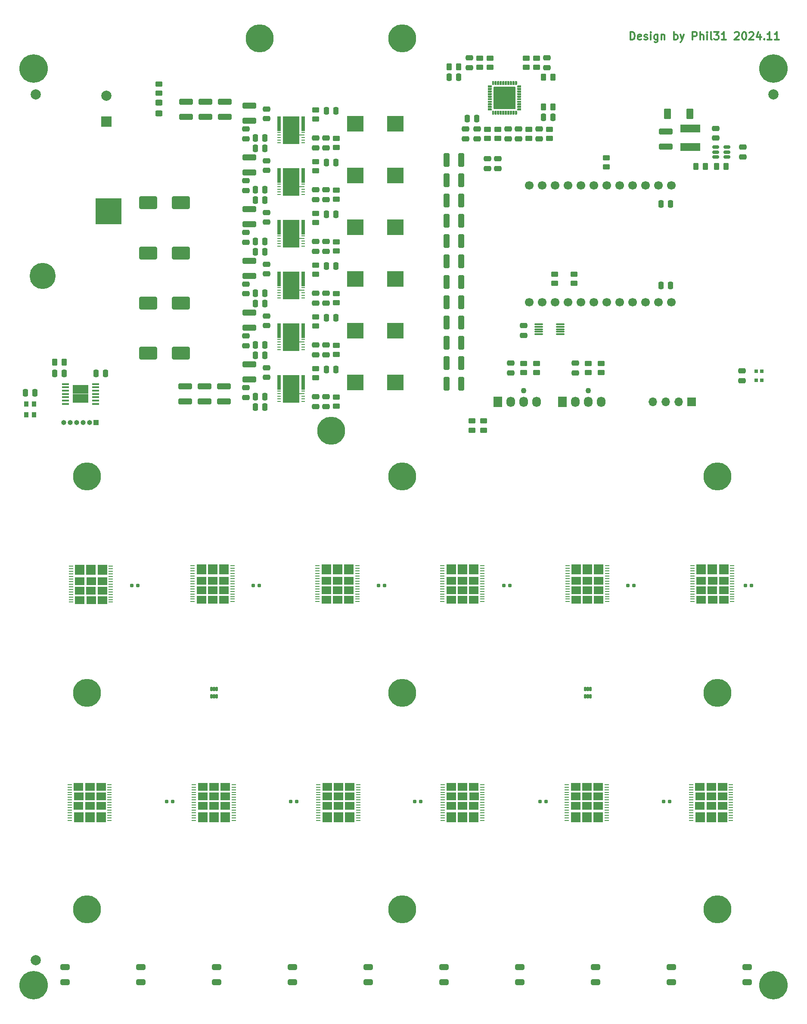
<source format=gts>
G04 #@! TF.GenerationSoftware,KiCad,Pcbnew,8.0.6*
G04 #@! TF.CreationDate,2024-11-29T22:56:50+01:00*
G04 #@! TF.ProjectId,NerdEKO-Gamma-NoATX,4e657264-454b-44f2-9d47-616d6d612d4e,rev?*
G04 #@! TF.SameCoordinates,Original*
G04 #@! TF.FileFunction,Soldermask,Top*
G04 #@! TF.FilePolarity,Negative*
%FSLAX46Y46*%
G04 Gerber Fmt 4.6, Leading zero omitted, Abs format (unit mm)*
G04 Created by KiCad (PCBNEW 8.0.6) date 2024-11-29 22:56:50*
%MOMM*%
%LPD*%
G01*
G04 APERTURE LIST*
G04 Aperture macros list*
%AMRoundRect*
0 Rectangle with rounded corners*
0 $1 Rounding radius*
0 $2 $3 $4 $5 $6 $7 $8 $9 X,Y pos of 4 corners*
0 Add a 4 corners polygon primitive as box body*
4,1,4,$2,$3,$4,$5,$6,$7,$8,$9,$2,$3,0*
0 Add four circle primitives for the rounded corners*
1,1,$1+$1,$2,$3*
1,1,$1+$1,$4,$5*
1,1,$1+$1,$6,$7*
1,1,$1+$1,$8,$9*
0 Add four rect primitives between the rounded corners*
20,1,$1+$1,$2,$3,$4,$5,0*
20,1,$1+$1,$4,$5,$6,$7,0*
20,1,$1+$1,$6,$7,$8,$9,0*
20,1,$1+$1,$8,$9,$2,$3,0*%
G04 Aperture macros list end*
%ADD10C,0.300000*%
%ADD11C,0.120000*%
%ADD12C,0.000000*%
%ADD13C,0.010000*%
%ADD14RoundRect,0.250000X-0.475000X0.250000X-0.475000X-0.250000X0.475000X-0.250000X0.475000X0.250000X0*%
%ADD15RoundRect,0.250000X0.250000X0.475000X-0.250000X0.475000X-0.250000X-0.475000X0.250000X-0.475000X0*%
%ADD16RoundRect,0.250000X0.262500X0.450000X-0.262500X0.450000X-0.262500X-0.450000X0.262500X-0.450000X0*%
%ADD17C,5.600000*%
%ADD18RoundRect,0.250000X-0.250000X-0.475000X0.250000X-0.475000X0.250000X0.475000X-0.250000X0.475000X0*%
%ADD19RoundRect,0.250000X-0.262500X-0.450000X0.262500X-0.450000X0.262500X0.450000X-0.262500X0.450000X0*%
%ADD20RoundRect,0.250000X0.450000X-0.262500X0.450000X0.262500X-0.450000X0.262500X-0.450000X-0.262500X0*%
%ADD21R,3.300000X3.050000*%
%ADD22RoundRect,0.055250X-0.340750X-0.055250X0.340750X-0.055250X0.340750X0.055250X-0.340750X0.055250X0*%
%ADD23RoundRect,0.055250X0.340750X0.055250X-0.340750X0.055250X-0.340750X-0.055250X0.340750X-0.055250X0*%
%ADD24RoundRect,0.250000X0.475000X-0.250000X0.475000X0.250000X-0.475000X0.250000X-0.475000X-0.250000X0*%
%ADD25RoundRect,0.250000X-0.650000X0.325000X-0.650000X-0.325000X0.650000X-0.325000X0.650000X0.325000X0*%
%ADD26R,0.900000X1.000000*%
%ADD27RoundRect,0.250000X1.100000X-0.325000X1.100000X0.325000X-1.100000X0.325000X-1.100000X-0.325000X0*%
%ADD28RoundRect,0.160000X0.197500X0.160000X-0.197500X0.160000X-0.197500X-0.160000X0.197500X-0.160000X0*%
%ADD29RoundRect,0.250000X1.500000X1.000000X-1.500000X1.000000X-1.500000X-1.000000X1.500000X-1.000000X0*%
%ADD30C,5.500000*%
%ADD31RoundRect,0.250000X-1.100000X0.325000X-1.100000X-0.325000X1.100000X-0.325000X1.100000X0.325000X0*%
%ADD32RoundRect,0.250000X-0.450000X0.325000X-0.450000X-0.325000X0.450000X-0.325000X0.450000X0.325000X0*%
%ADD33RoundRect,0.250000X-0.325000X-1.100000X0.325000X-1.100000X0.325000X1.100000X-0.325000X1.100000X0*%
%ADD34RoundRect,0.160000X-0.197500X-0.160000X0.197500X-0.160000X0.197500X0.160000X-0.197500X0.160000X0*%
%ADD35C,1.700000*%
%ADD36R,0.700001X0.249999*%
%ADD37R,1.100000X0.249998*%
%ADD38R,3.300001X5.400000*%
%ADD39R,0.800001X2.849999*%
%ADD40C,0.499999*%
%ADD41RoundRect,0.076200X-2.488000X2.488000X-2.488000X-2.488000X2.488000X-2.488000X2.488000X2.488000X0*%
%ADD42C,5.128400*%
%ADD43RoundRect,0.102000X-0.155000X0.330000X-0.155000X-0.330000X0.155000X-0.330000X0.155000X0.330000X0*%
%ADD44RoundRect,0.250000X-0.450000X0.262500X-0.450000X-0.262500X0.450000X-0.262500X0.450000X0.262500X0*%
%ADD45RoundRect,0.150000X-0.512500X-0.150000X0.512500X-0.150000X0.512500X0.150000X-0.512500X0.150000X0*%
%ADD46R,2.000000X2.000000*%
%ADD47C,2.000000*%
%ADD48C,1.100000*%
%ADD49R,1.730000X2.030000*%
%ADD50O,1.730000X2.030000*%
%ADD51RoundRect,0.087500X-0.725000X-0.087500X0.725000X-0.087500X0.725000X0.087500X-0.725000X0.087500X0*%
%ADD52R,1.450000X0.450000*%
%ADD53R,1.500000X1.800000*%
%ADD54R,0.700000X0.700000*%
%ADD55R,1.700000X1.700000*%
%ADD56O,1.700000X1.700000*%
%ADD57R,4.000000X1.500000*%
%ADD58RoundRect,0.250000X0.450000X0.800000X-0.450000X0.800000X-0.450000X-0.800000X0.450000X-0.800000X0*%
%ADD59R,1.000000X1.000000*%
%ADD60O,1.000000X1.000000*%
G04 APERTURE END LIST*
D10*
X156891510Y-29253328D02*
X156891510Y-27753328D01*
X156891510Y-27753328D02*
X157248653Y-27753328D01*
X157248653Y-27753328D02*
X157462939Y-27824757D01*
X157462939Y-27824757D02*
X157605796Y-27967614D01*
X157605796Y-27967614D02*
X157677225Y-28110471D01*
X157677225Y-28110471D02*
X157748653Y-28396185D01*
X157748653Y-28396185D02*
X157748653Y-28610471D01*
X157748653Y-28610471D02*
X157677225Y-28896185D01*
X157677225Y-28896185D02*
X157605796Y-29039042D01*
X157605796Y-29039042D02*
X157462939Y-29181900D01*
X157462939Y-29181900D02*
X157248653Y-29253328D01*
X157248653Y-29253328D02*
X156891510Y-29253328D01*
X158962939Y-29181900D02*
X158820082Y-29253328D01*
X158820082Y-29253328D02*
X158534368Y-29253328D01*
X158534368Y-29253328D02*
X158391510Y-29181900D01*
X158391510Y-29181900D02*
X158320082Y-29039042D01*
X158320082Y-29039042D02*
X158320082Y-28467614D01*
X158320082Y-28467614D02*
X158391510Y-28324757D01*
X158391510Y-28324757D02*
X158534368Y-28253328D01*
X158534368Y-28253328D02*
X158820082Y-28253328D01*
X158820082Y-28253328D02*
X158962939Y-28324757D01*
X158962939Y-28324757D02*
X159034368Y-28467614D01*
X159034368Y-28467614D02*
X159034368Y-28610471D01*
X159034368Y-28610471D02*
X158320082Y-28753328D01*
X159605796Y-29181900D02*
X159748653Y-29253328D01*
X159748653Y-29253328D02*
X160034367Y-29253328D01*
X160034367Y-29253328D02*
X160177224Y-29181900D01*
X160177224Y-29181900D02*
X160248653Y-29039042D01*
X160248653Y-29039042D02*
X160248653Y-28967614D01*
X160248653Y-28967614D02*
X160177224Y-28824757D01*
X160177224Y-28824757D02*
X160034367Y-28753328D01*
X160034367Y-28753328D02*
X159820082Y-28753328D01*
X159820082Y-28753328D02*
X159677224Y-28681900D01*
X159677224Y-28681900D02*
X159605796Y-28539042D01*
X159605796Y-28539042D02*
X159605796Y-28467614D01*
X159605796Y-28467614D02*
X159677224Y-28324757D01*
X159677224Y-28324757D02*
X159820082Y-28253328D01*
X159820082Y-28253328D02*
X160034367Y-28253328D01*
X160034367Y-28253328D02*
X160177224Y-28324757D01*
X160891510Y-29253328D02*
X160891510Y-28253328D01*
X160891510Y-27753328D02*
X160820082Y-27824757D01*
X160820082Y-27824757D02*
X160891510Y-27896185D01*
X160891510Y-27896185D02*
X160962939Y-27824757D01*
X160962939Y-27824757D02*
X160891510Y-27753328D01*
X160891510Y-27753328D02*
X160891510Y-27896185D01*
X162248654Y-28253328D02*
X162248654Y-29467614D01*
X162248654Y-29467614D02*
X162177225Y-29610471D01*
X162177225Y-29610471D02*
X162105796Y-29681900D01*
X162105796Y-29681900D02*
X161962939Y-29753328D01*
X161962939Y-29753328D02*
X161748654Y-29753328D01*
X161748654Y-29753328D02*
X161605796Y-29681900D01*
X162248654Y-29181900D02*
X162105796Y-29253328D01*
X162105796Y-29253328D02*
X161820082Y-29253328D01*
X161820082Y-29253328D02*
X161677225Y-29181900D01*
X161677225Y-29181900D02*
X161605796Y-29110471D01*
X161605796Y-29110471D02*
X161534368Y-28967614D01*
X161534368Y-28967614D02*
X161534368Y-28539042D01*
X161534368Y-28539042D02*
X161605796Y-28396185D01*
X161605796Y-28396185D02*
X161677225Y-28324757D01*
X161677225Y-28324757D02*
X161820082Y-28253328D01*
X161820082Y-28253328D02*
X162105796Y-28253328D01*
X162105796Y-28253328D02*
X162248654Y-28324757D01*
X162962939Y-28253328D02*
X162962939Y-29253328D01*
X162962939Y-28396185D02*
X163034368Y-28324757D01*
X163034368Y-28324757D02*
X163177225Y-28253328D01*
X163177225Y-28253328D02*
X163391511Y-28253328D01*
X163391511Y-28253328D02*
X163534368Y-28324757D01*
X163534368Y-28324757D02*
X163605797Y-28467614D01*
X163605797Y-28467614D02*
X163605797Y-29253328D01*
X165462939Y-29253328D02*
X165462939Y-27753328D01*
X165462939Y-28324757D02*
X165605797Y-28253328D01*
X165605797Y-28253328D02*
X165891511Y-28253328D01*
X165891511Y-28253328D02*
X166034368Y-28324757D01*
X166034368Y-28324757D02*
X166105797Y-28396185D01*
X166105797Y-28396185D02*
X166177225Y-28539042D01*
X166177225Y-28539042D02*
X166177225Y-28967614D01*
X166177225Y-28967614D02*
X166105797Y-29110471D01*
X166105797Y-29110471D02*
X166034368Y-29181900D01*
X166034368Y-29181900D02*
X165891511Y-29253328D01*
X165891511Y-29253328D02*
X165605797Y-29253328D01*
X165605797Y-29253328D02*
X165462939Y-29181900D01*
X166677225Y-28253328D02*
X167034368Y-29253328D01*
X167391511Y-28253328D02*
X167034368Y-29253328D01*
X167034368Y-29253328D02*
X166891511Y-29610471D01*
X166891511Y-29610471D02*
X166820082Y-29681900D01*
X166820082Y-29681900D02*
X166677225Y-29753328D01*
X169105796Y-29253328D02*
X169105796Y-27753328D01*
X169105796Y-27753328D02*
X169677225Y-27753328D01*
X169677225Y-27753328D02*
X169820082Y-27824757D01*
X169820082Y-27824757D02*
X169891511Y-27896185D01*
X169891511Y-27896185D02*
X169962939Y-28039042D01*
X169962939Y-28039042D02*
X169962939Y-28253328D01*
X169962939Y-28253328D02*
X169891511Y-28396185D01*
X169891511Y-28396185D02*
X169820082Y-28467614D01*
X169820082Y-28467614D02*
X169677225Y-28539042D01*
X169677225Y-28539042D02*
X169105796Y-28539042D01*
X170605796Y-29253328D02*
X170605796Y-27753328D01*
X171248654Y-29253328D02*
X171248654Y-28467614D01*
X171248654Y-28467614D02*
X171177225Y-28324757D01*
X171177225Y-28324757D02*
X171034368Y-28253328D01*
X171034368Y-28253328D02*
X170820082Y-28253328D01*
X170820082Y-28253328D02*
X170677225Y-28324757D01*
X170677225Y-28324757D02*
X170605796Y-28396185D01*
X171962939Y-29253328D02*
X171962939Y-28253328D01*
X171962939Y-27753328D02*
X171891511Y-27824757D01*
X171891511Y-27824757D02*
X171962939Y-27896185D01*
X171962939Y-27896185D02*
X172034368Y-27824757D01*
X172034368Y-27824757D02*
X171962939Y-27753328D01*
X171962939Y-27753328D02*
X171962939Y-27896185D01*
X172891511Y-29253328D02*
X172748654Y-29181900D01*
X172748654Y-29181900D02*
X172677225Y-29039042D01*
X172677225Y-29039042D02*
X172677225Y-27753328D01*
X173320082Y-27753328D02*
X174248654Y-27753328D01*
X174248654Y-27753328D02*
X173748654Y-28324757D01*
X173748654Y-28324757D02*
X173962939Y-28324757D01*
X173962939Y-28324757D02*
X174105797Y-28396185D01*
X174105797Y-28396185D02*
X174177225Y-28467614D01*
X174177225Y-28467614D02*
X174248654Y-28610471D01*
X174248654Y-28610471D02*
X174248654Y-28967614D01*
X174248654Y-28967614D02*
X174177225Y-29110471D01*
X174177225Y-29110471D02*
X174105797Y-29181900D01*
X174105797Y-29181900D02*
X173962939Y-29253328D01*
X173962939Y-29253328D02*
X173534368Y-29253328D01*
X173534368Y-29253328D02*
X173391511Y-29181900D01*
X173391511Y-29181900D02*
X173320082Y-29110471D01*
X175677225Y-29253328D02*
X174820082Y-29253328D01*
X175248653Y-29253328D02*
X175248653Y-27753328D01*
X175248653Y-27753328D02*
X175105796Y-27967614D01*
X175105796Y-27967614D02*
X174962939Y-28110471D01*
X174962939Y-28110471D02*
X174820082Y-28181900D01*
X177391510Y-27896185D02*
X177462938Y-27824757D01*
X177462938Y-27824757D02*
X177605796Y-27753328D01*
X177605796Y-27753328D02*
X177962938Y-27753328D01*
X177962938Y-27753328D02*
X178105796Y-27824757D01*
X178105796Y-27824757D02*
X178177224Y-27896185D01*
X178177224Y-27896185D02*
X178248653Y-28039042D01*
X178248653Y-28039042D02*
X178248653Y-28181900D01*
X178248653Y-28181900D02*
X178177224Y-28396185D01*
X178177224Y-28396185D02*
X177320081Y-29253328D01*
X177320081Y-29253328D02*
X178248653Y-29253328D01*
X179177224Y-27753328D02*
X179320081Y-27753328D01*
X179320081Y-27753328D02*
X179462938Y-27824757D01*
X179462938Y-27824757D02*
X179534367Y-27896185D01*
X179534367Y-27896185D02*
X179605795Y-28039042D01*
X179605795Y-28039042D02*
X179677224Y-28324757D01*
X179677224Y-28324757D02*
X179677224Y-28681900D01*
X179677224Y-28681900D02*
X179605795Y-28967614D01*
X179605795Y-28967614D02*
X179534367Y-29110471D01*
X179534367Y-29110471D02*
X179462938Y-29181900D01*
X179462938Y-29181900D02*
X179320081Y-29253328D01*
X179320081Y-29253328D02*
X179177224Y-29253328D01*
X179177224Y-29253328D02*
X179034367Y-29181900D01*
X179034367Y-29181900D02*
X178962938Y-29110471D01*
X178962938Y-29110471D02*
X178891509Y-28967614D01*
X178891509Y-28967614D02*
X178820081Y-28681900D01*
X178820081Y-28681900D02*
X178820081Y-28324757D01*
X178820081Y-28324757D02*
X178891509Y-28039042D01*
X178891509Y-28039042D02*
X178962938Y-27896185D01*
X178962938Y-27896185D02*
X179034367Y-27824757D01*
X179034367Y-27824757D02*
X179177224Y-27753328D01*
X180248652Y-27896185D02*
X180320080Y-27824757D01*
X180320080Y-27824757D02*
X180462938Y-27753328D01*
X180462938Y-27753328D02*
X180820080Y-27753328D01*
X180820080Y-27753328D02*
X180962938Y-27824757D01*
X180962938Y-27824757D02*
X181034366Y-27896185D01*
X181034366Y-27896185D02*
X181105795Y-28039042D01*
X181105795Y-28039042D02*
X181105795Y-28181900D01*
X181105795Y-28181900D02*
X181034366Y-28396185D01*
X181034366Y-28396185D02*
X180177223Y-29253328D01*
X180177223Y-29253328D02*
X181105795Y-29253328D01*
X182391509Y-28253328D02*
X182391509Y-29253328D01*
X182034366Y-27681900D02*
X181677223Y-28753328D01*
X181677223Y-28753328D02*
X182605794Y-28753328D01*
X183177222Y-29110471D02*
X183248651Y-29181900D01*
X183248651Y-29181900D02*
X183177222Y-29253328D01*
X183177222Y-29253328D02*
X183105794Y-29181900D01*
X183105794Y-29181900D02*
X183177222Y-29110471D01*
X183177222Y-29110471D02*
X183177222Y-29253328D01*
X184677223Y-29253328D02*
X183820080Y-29253328D01*
X184248651Y-29253328D02*
X184248651Y-27753328D01*
X184248651Y-27753328D02*
X184105794Y-27967614D01*
X184105794Y-27967614D02*
X183962937Y-28110471D01*
X183962937Y-28110471D02*
X183820080Y-28181900D01*
X186105794Y-29253328D02*
X185248651Y-29253328D01*
X185677222Y-29253328D02*
X185677222Y-27753328D01*
X185677222Y-27753328D02*
X185534365Y-27967614D01*
X185534365Y-27967614D02*
X185391508Y-28110471D01*
X185391508Y-28110471D02*
X185248651Y-28181900D01*
D11*
X171644000Y-138036667D02*
X169864000Y-138036667D01*
X169864000Y-136596667D01*
X171644000Y-136596667D01*
X171644000Y-138036667D01*
G36*
X171644000Y-138036667D02*
G01*
X169864000Y-138036667D01*
X169864000Y-136596667D01*
X171644000Y-136596667D01*
X171644000Y-138036667D01*
G37*
X171654000Y-134166667D02*
X169874000Y-134166667D01*
X169874000Y-132286667D01*
X171654000Y-132286667D01*
X171654000Y-134166667D01*
G36*
X171654000Y-134166667D02*
G01*
X169874000Y-134166667D01*
X169874000Y-132286667D01*
X171654000Y-132286667D01*
X171654000Y-134166667D01*
G37*
X171654000Y-136196667D02*
X169874000Y-136196667D01*
X169874000Y-134756667D01*
X171654000Y-134756667D01*
X171654000Y-136196667D01*
G36*
X171654000Y-136196667D02*
G01*
X169874000Y-136196667D01*
X169874000Y-134756667D01*
X171654000Y-134756667D01*
X171654000Y-136196667D01*
G37*
X171654000Y-139906667D02*
X169874000Y-139906667D01*
X169874000Y-138466667D01*
X171654000Y-138466667D01*
X171654000Y-139906667D01*
G36*
X171654000Y-139906667D02*
G01*
X169874000Y-139906667D01*
X169874000Y-138466667D01*
X171654000Y-138466667D01*
X171654000Y-139906667D01*
G37*
X173854000Y-134146667D02*
X172074000Y-134146667D01*
X172074000Y-132276667D01*
X173854000Y-132276667D01*
X173854000Y-134146667D01*
G36*
X173854000Y-134146667D02*
G01*
X172074000Y-134146667D01*
X172074000Y-132276667D01*
X173854000Y-132276667D01*
X173854000Y-134146667D01*
G37*
X173854000Y-138026667D02*
X172074000Y-138026667D01*
X172074000Y-136586667D01*
X173854000Y-136586667D01*
X173854000Y-138026667D01*
G36*
X173854000Y-138026667D02*
G01*
X172074000Y-138026667D01*
X172074000Y-136586667D01*
X173854000Y-136586667D01*
X173854000Y-138026667D01*
G37*
X173864000Y-136186667D02*
X172084000Y-136186667D01*
X172084000Y-134746667D01*
X173864000Y-134746667D01*
X173864000Y-136186667D01*
G36*
X173864000Y-136186667D02*
G01*
X172084000Y-136186667D01*
X172084000Y-134746667D01*
X173864000Y-134746667D01*
X173864000Y-136186667D01*
G37*
X173864000Y-139896667D02*
X172084000Y-139896667D01*
X172084000Y-138456667D01*
X173864000Y-138456667D01*
X173864000Y-139896667D01*
G36*
X173864000Y-139896667D02*
G01*
X172084000Y-139896667D01*
X172084000Y-138456667D01*
X173864000Y-138456667D01*
X173864000Y-139896667D01*
G37*
X176064000Y-134136667D02*
X174284000Y-134136667D01*
X174284000Y-132266667D01*
X176064000Y-132266667D01*
X176064000Y-134136667D01*
G36*
X176064000Y-134136667D02*
G01*
X174284000Y-134136667D01*
X174284000Y-132266667D01*
X176064000Y-132266667D01*
X176064000Y-134136667D01*
G37*
X176064000Y-138026667D02*
X174284000Y-138026667D01*
X174284000Y-136586667D01*
X176064000Y-136586667D01*
X176064000Y-138026667D01*
G36*
X176064000Y-138026667D02*
G01*
X174284000Y-138026667D01*
X174284000Y-136586667D01*
X176064000Y-136586667D01*
X176064000Y-138026667D01*
G37*
X176074000Y-136186667D02*
X174294000Y-136186667D01*
X174294000Y-134746667D01*
X176074000Y-134746667D01*
X176074000Y-136186667D01*
G36*
X176074000Y-136186667D02*
G01*
X174294000Y-136186667D01*
X174294000Y-134746667D01*
X176074000Y-134746667D01*
X176074000Y-136186667D01*
G37*
X176074000Y-139896667D02*
X174294000Y-139896667D01*
X174294000Y-138456667D01*
X176074000Y-138456667D01*
X176074000Y-139896667D01*
G36*
X176074000Y-139896667D02*
G01*
X174294000Y-139896667D01*
X174294000Y-138456667D01*
X176074000Y-138456667D01*
X176074000Y-139896667D01*
G37*
X71880802Y-175229999D02*
X73660802Y-175229999D01*
X73660802Y-176669999D01*
X71880802Y-176669999D01*
X71880802Y-175229999D01*
G36*
X71880802Y-175229999D02*
G01*
X73660802Y-175229999D01*
X73660802Y-176669999D01*
X71880802Y-176669999D01*
X71880802Y-175229999D01*
G37*
X71880802Y-178939999D02*
X73660802Y-178939999D01*
X73660802Y-180379999D01*
X71880802Y-180379999D01*
X71880802Y-178939999D01*
G36*
X71880802Y-178939999D02*
G01*
X73660802Y-178939999D01*
X73660802Y-180379999D01*
X71880802Y-180379999D01*
X71880802Y-178939999D01*
G37*
X71890802Y-177099999D02*
X73670802Y-177099999D01*
X73670802Y-178539999D01*
X71890802Y-178539999D01*
X71890802Y-177099999D01*
G36*
X71890802Y-177099999D02*
G01*
X73670802Y-177099999D01*
X73670802Y-178539999D01*
X71890802Y-178539999D01*
X71890802Y-177099999D01*
G37*
X71890802Y-180989999D02*
X73670802Y-180989999D01*
X73670802Y-182859999D01*
X71890802Y-182859999D01*
X71890802Y-180989999D01*
G36*
X71890802Y-180989999D02*
G01*
X73670802Y-180989999D01*
X73670802Y-182859999D01*
X71890802Y-182859999D01*
X71890802Y-180989999D01*
G37*
X74090802Y-175229999D02*
X75870802Y-175229999D01*
X75870802Y-176669999D01*
X74090802Y-176669999D01*
X74090802Y-175229999D01*
G36*
X74090802Y-175229999D02*
G01*
X75870802Y-175229999D01*
X75870802Y-176669999D01*
X74090802Y-176669999D01*
X74090802Y-175229999D01*
G37*
X74090802Y-178939999D02*
X75870802Y-178939999D01*
X75870802Y-180379999D01*
X74090802Y-180379999D01*
X74090802Y-178939999D01*
G36*
X74090802Y-178939999D02*
G01*
X75870802Y-178939999D01*
X75870802Y-180379999D01*
X74090802Y-180379999D01*
X74090802Y-178939999D01*
G37*
X74100802Y-177099999D02*
X75880802Y-177099999D01*
X75880802Y-178539999D01*
X74100802Y-178539999D01*
X74100802Y-177099999D01*
G36*
X74100802Y-177099999D02*
G01*
X75880802Y-177099999D01*
X75880802Y-178539999D01*
X74100802Y-178539999D01*
X74100802Y-177099999D01*
G37*
X74100802Y-180979999D02*
X75880802Y-180979999D01*
X75880802Y-182849999D01*
X74100802Y-182849999D01*
X74100802Y-180979999D01*
G36*
X74100802Y-180979999D02*
G01*
X75880802Y-180979999D01*
X75880802Y-182849999D01*
X74100802Y-182849999D01*
X74100802Y-180979999D01*
G37*
X76300802Y-175219999D02*
X78080802Y-175219999D01*
X78080802Y-176659999D01*
X76300802Y-176659999D01*
X76300802Y-175219999D01*
G36*
X76300802Y-175219999D02*
G01*
X78080802Y-175219999D01*
X78080802Y-176659999D01*
X76300802Y-176659999D01*
X76300802Y-175219999D01*
G37*
X76300802Y-178929999D02*
X78080802Y-178929999D01*
X78080802Y-180369999D01*
X76300802Y-180369999D01*
X76300802Y-178929999D01*
G36*
X76300802Y-178929999D02*
G01*
X78080802Y-178929999D01*
X78080802Y-180369999D01*
X76300802Y-180369999D01*
X76300802Y-178929999D01*
G37*
X76300802Y-180959999D02*
X78080802Y-180959999D01*
X78080802Y-182839999D01*
X76300802Y-182839999D01*
X76300802Y-180959999D01*
G36*
X76300802Y-180959999D02*
G01*
X78080802Y-180959999D01*
X78080802Y-182839999D01*
X76300802Y-182839999D01*
X76300802Y-180959999D01*
G37*
X76310802Y-177089999D02*
X78090802Y-177089999D01*
X78090802Y-178529999D01*
X76310802Y-178529999D01*
X76310802Y-177089999D01*
G36*
X76310802Y-177089999D02*
G01*
X78090802Y-177089999D01*
X78090802Y-178529999D01*
X76310802Y-178529999D01*
X76310802Y-177089999D01*
G37*
X97939599Y-138036667D02*
X96159599Y-138036667D01*
X96159599Y-136596667D01*
X97939599Y-136596667D01*
X97939599Y-138036667D01*
G36*
X97939599Y-138036667D02*
G01*
X96159599Y-138036667D01*
X96159599Y-136596667D01*
X97939599Y-136596667D01*
X97939599Y-138036667D01*
G37*
X97949599Y-134166667D02*
X96169599Y-134166667D01*
X96169599Y-132286667D01*
X97949599Y-132286667D01*
X97949599Y-134166667D01*
G36*
X97949599Y-134166667D02*
G01*
X96169599Y-134166667D01*
X96169599Y-132286667D01*
X97949599Y-132286667D01*
X97949599Y-134166667D01*
G37*
X97949599Y-136196667D02*
X96169599Y-136196667D01*
X96169599Y-134756667D01*
X97949599Y-134756667D01*
X97949599Y-136196667D01*
G36*
X97949599Y-136196667D02*
G01*
X96169599Y-136196667D01*
X96169599Y-134756667D01*
X97949599Y-134756667D01*
X97949599Y-136196667D01*
G37*
X97949599Y-139906667D02*
X96169599Y-139906667D01*
X96169599Y-138466667D01*
X97949599Y-138466667D01*
X97949599Y-139906667D01*
G36*
X97949599Y-139906667D02*
G01*
X96169599Y-139906667D01*
X96169599Y-138466667D01*
X97949599Y-138466667D01*
X97949599Y-139906667D01*
G37*
X100149599Y-134146667D02*
X98369599Y-134146667D01*
X98369599Y-132276667D01*
X100149599Y-132276667D01*
X100149599Y-134146667D01*
G36*
X100149599Y-134146667D02*
G01*
X98369599Y-134146667D01*
X98369599Y-132276667D01*
X100149599Y-132276667D01*
X100149599Y-134146667D01*
G37*
X100149599Y-138026667D02*
X98369599Y-138026667D01*
X98369599Y-136586667D01*
X100149599Y-136586667D01*
X100149599Y-138026667D01*
G36*
X100149599Y-138026667D02*
G01*
X98369599Y-138026667D01*
X98369599Y-136586667D01*
X100149599Y-136586667D01*
X100149599Y-138026667D01*
G37*
X100159599Y-136186667D02*
X98379599Y-136186667D01*
X98379599Y-134746667D01*
X100159599Y-134746667D01*
X100159599Y-136186667D01*
G36*
X100159599Y-136186667D02*
G01*
X98379599Y-136186667D01*
X98379599Y-134746667D01*
X100159599Y-134746667D01*
X100159599Y-136186667D01*
G37*
X100159599Y-139896667D02*
X98379599Y-139896667D01*
X98379599Y-138456667D01*
X100159599Y-138456667D01*
X100159599Y-139896667D01*
G36*
X100159599Y-139896667D02*
G01*
X98379599Y-139896667D01*
X98379599Y-138456667D01*
X100159599Y-138456667D01*
X100159599Y-139896667D01*
G37*
X102359599Y-134136667D02*
X100579599Y-134136667D01*
X100579599Y-132266667D01*
X102359599Y-132266667D01*
X102359599Y-134136667D01*
G36*
X102359599Y-134136667D02*
G01*
X100579599Y-134136667D01*
X100579599Y-132266667D01*
X102359599Y-132266667D01*
X102359599Y-134136667D01*
G37*
X102359599Y-138026667D02*
X100579599Y-138026667D01*
X100579599Y-136586667D01*
X102359599Y-136586667D01*
X102359599Y-138026667D01*
G36*
X102359599Y-138026667D02*
G01*
X100579599Y-138026667D01*
X100579599Y-136586667D01*
X102359599Y-136586667D01*
X102359599Y-138026667D01*
G37*
X102369599Y-136186667D02*
X100589599Y-136186667D01*
X100589599Y-134746667D01*
X102369599Y-134746667D01*
X102369599Y-136186667D01*
G36*
X102369599Y-136186667D02*
G01*
X100589599Y-136186667D01*
X100589599Y-134746667D01*
X102369599Y-134746667D01*
X102369599Y-136186667D01*
G37*
X102369599Y-139896667D02*
X100589599Y-139896667D01*
X100589599Y-138456667D01*
X102369599Y-138456667D01*
X102369599Y-139896667D01*
G36*
X102369599Y-139896667D02*
G01*
X100589599Y-139896667D01*
X100589599Y-138456667D01*
X102369599Y-138456667D01*
X102369599Y-139896667D01*
G37*
D12*
G36*
X88170004Y-95215001D02*
G01*
X88170004Y-97865001D01*
X88120005Y-97915001D01*
X87520003Y-97915001D01*
X87470003Y-97865001D01*
X87470003Y-97715001D01*
X87520003Y-97665002D01*
X87730005Y-97665002D01*
X87780005Y-97615002D01*
X87780005Y-97465002D01*
X87730005Y-97415002D01*
X87520003Y-97415002D01*
X87470003Y-97365002D01*
X87470003Y-97215000D01*
X87520003Y-97165000D01*
X87730005Y-97165000D01*
X87780005Y-97115000D01*
X87780005Y-96965000D01*
X87730005Y-96915000D01*
X87520003Y-96915000D01*
X87470003Y-96865001D01*
X87470003Y-96715001D01*
X87520003Y-96665001D01*
X87730005Y-96665001D01*
X87780005Y-96615001D01*
X87780005Y-96465001D01*
X87730005Y-96415001D01*
X87520003Y-96415001D01*
X87470003Y-96365002D01*
X87470003Y-96215002D01*
X87520003Y-96165002D01*
X87730005Y-96165002D01*
X87780005Y-96115002D01*
X87780005Y-95965000D01*
X87730005Y-95915000D01*
X87520003Y-95915000D01*
X87470003Y-95865000D01*
X87470003Y-95715000D01*
X87520003Y-95665000D01*
X87730005Y-95665000D01*
X87780005Y-95615001D01*
X87780005Y-95465001D01*
X87730005Y-95415001D01*
X87520003Y-95415001D01*
X87470003Y-95365001D01*
X87470003Y-95215001D01*
X87520003Y-95165001D01*
X88120005Y-95165001D01*
X88170004Y-95215001D01*
G37*
G36*
X92870003Y-95215001D02*
G01*
X92870003Y-95365001D01*
X92820003Y-95415001D01*
X92610001Y-95415001D01*
X92560001Y-95465001D01*
X92560001Y-95615001D01*
X92610001Y-95665000D01*
X92820003Y-95665000D01*
X92870003Y-95715000D01*
X92870003Y-95865000D01*
X92820003Y-95915000D01*
X92610001Y-95915000D01*
X92560001Y-95965000D01*
X92560001Y-96115002D01*
X92610001Y-96165002D01*
X92820003Y-96165002D01*
X92870003Y-96215002D01*
X92870003Y-96365002D01*
X92820003Y-96415001D01*
X92610001Y-96415001D01*
X92560001Y-96465001D01*
X92560001Y-96615001D01*
X92610001Y-96665001D01*
X92820003Y-96665001D01*
X92870003Y-96715001D01*
X92870003Y-96865001D01*
X92820003Y-96915000D01*
X92610001Y-96915000D01*
X92560001Y-96965000D01*
X92560001Y-97115000D01*
X92610001Y-97165000D01*
X92820003Y-97165000D01*
X92870003Y-97215000D01*
X92870003Y-97365002D01*
X92820003Y-97415002D01*
X92610001Y-97415002D01*
X92560001Y-97465002D01*
X92560001Y-97615002D01*
X92610001Y-97665002D01*
X92820003Y-97665002D01*
X92870003Y-97715001D01*
X92870003Y-97865001D01*
X92820003Y-97915001D01*
X92220001Y-97915001D01*
X92170002Y-97865001D01*
X92170002Y-95215001D01*
X92220001Y-95165001D01*
X92820003Y-95165001D01*
X92870003Y-95215001D01*
G37*
G36*
X88170004Y-64735001D02*
G01*
X88170004Y-67385001D01*
X88120005Y-67435001D01*
X87520003Y-67435001D01*
X87470003Y-67385001D01*
X87470003Y-67235001D01*
X87520003Y-67185002D01*
X87730005Y-67185002D01*
X87780005Y-67135002D01*
X87780005Y-66985002D01*
X87730005Y-66935002D01*
X87520003Y-66935002D01*
X87470003Y-66885002D01*
X87470003Y-66735000D01*
X87520003Y-66685000D01*
X87730005Y-66685000D01*
X87780005Y-66635000D01*
X87780005Y-66485000D01*
X87730005Y-66435000D01*
X87520003Y-66435000D01*
X87470003Y-66385001D01*
X87470003Y-66235001D01*
X87520003Y-66185001D01*
X87730005Y-66185001D01*
X87780005Y-66135001D01*
X87780005Y-65985001D01*
X87730005Y-65935001D01*
X87520003Y-65935001D01*
X87470003Y-65885002D01*
X87470003Y-65735002D01*
X87520003Y-65685002D01*
X87730005Y-65685002D01*
X87780005Y-65635002D01*
X87780005Y-65485000D01*
X87730005Y-65435000D01*
X87520003Y-65435000D01*
X87470003Y-65385000D01*
X87470003Y-65235000D01*
X87520003Y-65185000D01*
X87730005Y-65185000D01*
X87780005Y-65135001D01*
X87780005Y-64985001D01*
X87730005Y-64935001D01*
X87520003Y-64935001D01*
X87470003Y-64885001D01*
X87470003Y-64735001D01*
X87520003Y-64685001D01*
X88120005Y-64685001D01*
X88170004Y-64735001D01*
G37*
G36*
X92870003Y-64735001D02*
G01*
X92870003Y-64885001D01*
X92820003Y-64935001D01*
X92610001Y-64935001D01*
X92560001Y-64985001D01*
X92560001Y-65135001D01*
X92610001Y-65185000D01*
X92820003Y-65185000D01*
X92870003Y-65235000D01*
X92870003Y-65385000D01*
X92820003Y-65435000D01*
X92610001Y-65435000D01*
X92560001Y-65485000D01*
X92560001Y-65635002D01*
X92610001Y-65685002D01*
X92820003Y-65685002D01*
X92870003Y-65735002D01*
X92870003Y-65885002D01*
X92820003Y-65935001D01*
X92610001Y-65935001D01*
X92560001Y-65985001D01*
X92560001Y-66135001D01*
X92610001Y-66185001D01*
X92820003Y-66185001D01*
X92870003Y-66235001D01*
X92870003Y-66385001D01*
X92820003Y-66435000D01*
X92610001Y-66435000D01*
X92560001Y-66485000D01*
X92560001Y-66635000D01*
X92610001Y-66685000D01*
X92820003Y-66685000D01*
X92870003Y-66735000D01*
X92870003Y-66885002D01*
X92820003Y-66935002D01*
X92610001Y-66935002D01*
X92560001Y-66985002D01*
X92560001Y-67135002D01*
X92610001Y-67185002D01*
X92820003Y-67185002D01*
X92870003Y-67235001D01*
X92870003Y-67385001D01*
X92820003Y-67435001D01*
X92220001Y-67435001D01*
X92170002Y-67385001D01*
X92170002Y-64735001D01*
X92220001Y-64685001D01*
X92820003Y-64685001D01*
X92870003Y-64735001D01*
G37*
D11*
X96315602Y-175229999D02*
X98095602Y-175229999D01*
X98095602Y-176669999D01*
X96315602Y-176669999D01*
X96315602Y-175229999D01*
G36*
X96315602Y-175229999D02*
G01*
X98095602Y-175229999D01*
X98095602Y-176669999D01*
X96315602Y-176669999D01*
X96315602Y-175229999D01*
G37*
X96315602Y-178939999D02*
X98095602Y-178939999D01*
X98095602Y-180379999D01*
X96315602Y-180379999D01*
X96315602Y-178939999D01*
G36*
X96315602Y-178939999D02*
G01*
X98095602Y-178939999D01*
X98095602Y-180379999D01*
X96315602Y-180379999D01*
X96315602Y-178939999D01*
G37*
X96325602Y-177099999D02*
X98105602Y-177099999D01*
X98105602Y-178539999D01*
X96325602Y-178539999D01*
X96325602Y-177099999D01*
G36*
X96325602Y-177099999D02*
G01*
X98105602Y-177099999D01*
X98105602Y-178539999D01*
X96325602Y-178539999D01*
X96325602Y-177099999D01*
G37*
X96325602Y-180989999D02*
X98105602Y-180989999D01*
X98105602Y-182859999D01*
X96325602Y-182859999D01*
X96325602Y-180989999D01*
G36*
X96325602Y-180989999D02*
G01*
X98105602Y-180989999D01*
X98105602Y-182859999D01*
X96325602Y-182859999D01*
X96325602Y-180989999D01*
G37*
X98525602Y-175229999D02*
X100305602Y-175229999D01*
X100305602Y-176669999D01*
X98525602Y-176669999D01*
X98525602Y-175229999D01*
G36*
X98525602Y-175229999D02*
G01*
X100305602Y-175229999D01*
X100305602Y-176669999D01*
X98525602Y-176669999D01*
X98525602Y-175229999D01*
G37*
X98525602Y-178939999D02*
X100305602Y-178939999D01*
X100305602Y-180379999D01*
X98525602Y-180379999D01*
X98525602Y-178939999D01*
G36*
X98525602Y-178939999D02*
G01*
X100305602Y-178939999D01*
X100305602Y-180379999D01*
X98525602Y-180379999D01*
X98525602Y-178939999D01*
G37*
X98535602Y-177099999D02*
X100315602Y-177099999D01*
X100315602Y-178539999D01*
X98535602Y-178539999D01*
X98535602Y-177099999D01*
G36*
X98535602Y-177099999D02*
G01*
X100315602Y-177099999D01*
X100315602Y-178539999D01*
X98535602Y-178539999D01*
X98535602Y-177099999D01*
G37*
X98535602Y-180979999D02*
X100315602Y-180979999D01*
X100315602Y-182849999D01*
X98535602Y-182849999D01*
X98535602Y-180979999D01*
G36*
X98535602Y-180979999D02*
G01*
X100315602Y-180979999D01*
X100315602Y-182849999D01*
X98535602Y-182849999D01*
X98535602Y-180979999D01*
G37*
X100735602Y-175219999D02*
X102515602Y-175219999D01*
X102515602Y-176659999D01*
X100735602Y-176659999D01*
X100735602Y-175219999D01*
G36*
X100735602Y-175219999D02*
G01*
X102515602Y-175219999D01*
X102515602Y-176659999D01*
X100735602Y-176659999D01*
X100735602Y-175219999D01*
G37*
X100735602Y-178929999D02*
X102515602Y-178929999D01*
X102515602Y-180369999D01*
X100735602Y-180369999D01*
X100735602Y-178929999D01*
G36*
X100735602Y-178929999D02*
G01*
X102515602Y-178929999D01*
X102515602Y-180369999D01*
X100735602Y-180369999D01*
X100735602Y-178929999D01*
G37*
X100735602Y-180959999D02*
X102515602Y-180959999D01*
X102515602Y-182839999D01*
X100735602Y-182839999D01*
X100735602Y-180959999D01*
G36*
X100735602Y-180959999D02*
G01*
X102515602Y-180959999D01*
X102515602Y-182839999D01*
X100735602Y-182839999D01*
X100735602Y-180959999D01*
G37*
X100745602Y-177089999D02*
X102525602Y-177089999D01*
X102525602Y-178529999D01*
X100745602Y-178529999D01*
X100745602Y-177089999D01*
G36*
X100745602Y-177089999D02*
G01*
X102525602Y-177089999D01*
X102525602Y-178529999D01*
X100745602Y-178529999D01*
X100745602Y-177089999D01*
G37*
X120750400Y-175230000D02*
X122530400Y-175230000D01*
X122530400Y-176670000D01*
X120750400Y-176670000D01*
X120750400Y-175230000D01*
G36*
X120750400Y-175230000D02*
G01*
X122530400Y-175230000D01*
X122530400Y-176670000D01*
X120750400Y-176670000D01*
X120750400Y-175230000D01*
G37*
X120750400Y-178940000D02*
X122530400Y-178940000D01*
X122530400Y-180380000D01*
X120750400Y-180380000D01*
X120750400Y-178940000D01*
G36*
X120750400Y-178940000D02*
G01*
X122530400Y-178940000D01*
X122530400Y-180380000D01*
X120750400Y-180380000D01*
X120750400Y-178940000D01*
G37*
X120760400Y-177100000D02*
X122540400Y-177100000D01*
X122540400Y-178540000D01*
X120760400Y-178540000D01*
X120760400Y-177100000D01*
G36*
X120760400Y-177100000D02*
G01*
X122540400Y-177100000D01*
X122540400Y-178540000D01*
X120760400Y-178540000D01*
X120760400Y-177100000D01*
G37*
X120760400Y-180990000D02*
X122540400Y-180990000D01*
X122540400Y-182860000D01*
X120760400Y-182860000D01*
X120760400Y-180990000D01*
G36*
X120760400Y-180990000D02*
G01*
X122540400Y-180990000D01*
X122540400Y-182860000D01*
X120760400Y-182860000D01*
X120760400Y-180990000D01*
G37*
X122960400Y-175230000D02*
X124740400Y-175230000D01*
X124740400Y-176670000D01*
X122960400Y-176670000D01*
X122960400Y-175230000D01*
G36*
X122960400Y-175230000D02*
G01*
X124740400Y-175230000D01*
X124740400Y-176670000D01*
X122960400Y-176670000D01*
X122960400Y-175230000D01*
G37*
X122960400Y-178940000D02*
X124740400Y-178940000D01*
X124740400Y-180380000D01*
X122960400Y-180380000D01*
X122960400Y-178940000D01*
G36*
X122960400Y-178940000D02*
G01*
X124740400Y-178940000D01*
X124740400Y-180380000D01*
X122960400Y-180380000D01*
X122960400Y-178940000D01*
G37*
X122970400Y-177100000D02*
X124750400Y-177100000D01*
X124750400Y-178540000D01*
X122970400Y-178540000D01*
X122970400Y-177100000D01*
G36*
X122970400Y-177100000D02*
G01*
X124750400Y-177100000D01*
X124750400Y-178540000D01*
X122970400Y-178540000D01*
X122970400Y-177100000D01*
G37*
X122970400Y-180980000D02*
X124750400Y-180980000D01*
X124750400Y-182850000D01*
X122970400Y-182850000D01*
X122970400Y-180980000D01*
G36*
X122970400Y-180980000D02*
G01*
X124750400Y-180980000D01*
X124750400Y-182850000D01*
X122970400Y-182850000D01*
X122970400Y-180980000D01*
G37*
X125170400Y-175220000D02*
X126950400Y-175220000D01*
X126950400Y-176660000D01*
X125170400Y-176660000D01*
X125170400Y-175220000D01*
G36*
X125170400Y-175220000D02*
G01*
X126950400Y-175220000D01*
X126950400Y-176660000D01*
X125170400Y-176660000D01*
X125170400Y-175220000D01*
G37*
X125170400Y-178930000D02*
X126950400Y-178930000D01*
X126950400Y-180370000D01*
X125170400Y-180370000D01*
X125170400Y-178930000D01*
G36*
X125170400Y-178930000D02*
G01*
X126950400Y-178930000D01*
X126950400Y-180370000D01*
X125170400Y-180370000D01*
X125170400Y-178930000D01*
G37*
X125170400Y-180960000D02*
X126950400Y-180960000D01*
X126950400Y-182840000D01*
X125170400Y-182840000D01*
X125170400Y-180960000D01*
G36*
X125170400Y-180960000D02*
G01*
X126950400Y-180960000D01*
X126950400Y-182840000D01*
X125170400Y-182840000D01*
X125170400Y-180960000D01*
G37*
X125180400Y-177090000D02*
X126960400Y-177090000D01*
X126960400Y-178530000D01*
X125180400Y-178530000D01*
X125180400Y-177090000D01*
G36*
X125180400Y-177090000D02*
G01*
X126960400Y-177090000D01*
X126960400Y-178530000D01*
X125180400Y-178530000D01*
X125180400Y-177090000D01*
G37*
D12*
G36*
X88170004Y-44415001D02*
G01*
X88170004Y-47065001D01*
X88120005Y-47115001D01*
X87520003Y-47115001D01*
X87470003Y-47065001D01*
X87470003Y-46915001D01*
X87520003Y-46865002D01*
X87730005Y-46865002D01*
X87780005Y-46815002D01*
X87780005Y-46665002D01*
X87730005Y-46615002D01*
X87520003Y-46615002D01*
X87470003Y-46565002D01*
X87470003Y-46415000D01*
X87520003Y-46365000D01*
X87730005Y-46365000D01*
X87780005Y-46315000D01*
X87780005Y-46165000D01*
X87730005Y-46115000D01*
X87520003Y-46115000D01*
X87470003Y-46065001D01*
X87470003Y-45915001D01*
X87520003Y-45865001D01*
X87730005Y-45865001D01*
X87780005Y-45815001D01*
X87780005Y-45665001D01*
X87730005Y-45615001D01*
X87520003Y-45615001D01*
X87470003Y-45565002D01*
X87470003Y-45415002D01*
X87520003Y-45365002D01*
X87730005Y-45365002D01*
X87780005Y-45315002D01*
X87780005Y-45165000D01*
X87730005Y-45115000D01*
X87520003Y-45115000D01*
X87470003Y-45065000D01*
X87470003Y-44915000D01*
X87520003Y-44865000D01*
X87730005Y-44865000D01*
X87780005Y-44815001D01*
X87780005Y-44665001D01*
X87730005Y-44615001D01*
X87520003Y-44615001D01*
X87470003Y-44565001D01*
X87470003Y-44415001D01*
X87520003Y-44365001D01*
X88120005Y-44365001D01*
X88170004Y-44415001D01*
G37*
G36*
X92870003Y-44415001D02*
G01*
X92870003Y-44565001D01*
X92820003Y-44615001D01*
X92610001Y-44615001D01*
X92560001Y-44665001D01*
X92560001Y-44815001D01*
X92610001Y-44865000D01*
X92820003Y-44865000D01*
X92870003Y-44915000D01*
X92870003Y-45065000D01*
X92820003Y-45115000D01*
X92610001Y-45115000D01*
X92560001Y-45165000D01*
X92560001Y-45315002D01*
X92610001Y-45365002D01*
X92820003Y-45365002D01*
X92870003Y-45415002D01*
X92870003Y-45565002D01*
X92820003Y-45615001D01*
X92610001Y-45615001D01*
X92560001Y-45665001D01*
X92560001Y-45815001D01*
X92610001Y-45865001D01*
X92820003Y-45865001D01*
X92870003Y-45915001D01*
X92870003Y-46065001D01*
X92820003Y-46115000D01*
X92610001Y-46115000D01*
X92560001Y-46165000D01*
X92560001Y-46315000D01*
X92610001Y-46365000D01*
X92820003Y-46365000D01*
X92870003Y-46415000D01*
X92870003Y-46565002D01*
X92820003Y-46615002D01*
X92610001Y-46615002D01*
X92560001Y-46665002D01*
X92560001Y-46815002D01*
X92610001Y-46865002D01*
X92820003Y-46865002D01*
X92870003Y-46915001D01*
X92870003Y-47065001D01*
X92820003Y-47115001D01*
X92220001Y-47115001D01*
X92170002Y-47065001D01*
X92170002Y-44415001D01*
X92220001Y-44365001D01*
X92820003Y-44365001D01*
X92870003Y-44415001D01*
G37*
D13*
X129440000Y-38231000D02*
X129446000Y-38231000D01*
X129451000Y-38232000D01*
X129456000Y-38233000D01*
X129461000Y-38235000D01*
X129466000Y-38237000D01*
X129471000Y-38239000D01*
X129475000Y-38241000D01*
X129480000Y-38243000D01*
X129484000Y-38246000D01*
X129489000Y-38249000D01*
X129493000Y-38252000D01*
X129497000Y-38256000D01*
X129501000Y-38259000D01*
X129504000Y-38263000D01*
X129508000Y-38267000D01*
X129511000Y-38271000D01*
X129514000Y-38276000D01*
X129517000Y-38280000D01*
X129519000Y-38285000D01*
X129521000Y-38289000D01*
X129523000Y-38294000D01*
X129525000Y-38299000D01*
X129527000Y-38304000D01*
X129528000Y-38309000D01*
X129529000Y-38314000D01*
X129529000Y-38320000D01*
X129530000Y-38325000D01*
X129530000Y-38330000D01*
X129530000Y-38450000D01*
X129530000Y-38455000D01*
X129529000Y-38460000D01*
X129529000Y-38466000D01*
X129528000Y-38471000D01*
X129527000Y-38476000D01*
X129525000Y-38481000D01*
X129523000Y-38486000D01*
X129521000Y-38491000D01*
X129519000Y-38495000D01*
X129517000Y-38500000D01*
X129514000Y-38504000D01*
X129511000Y-38509000D01*
X129508000Y-38513000D01*
X129504000Y-38517000D01*
X129501000Y-38521000D01*
X129497000Y-38524000D01*
X129493000Y-38528000D01*
X129489000Y-38531000D01*
X129484000Y-38534000D01*
X129480000Y-38537000D01*
X129475000Y-38539000D01*
X129471000Y-38541000D01*
X129466000Y-38543000D01*
X129461000Y-38545000D01*
X129456000Y-38547000D01*
X129451000Y-38548000D01*
X129446000Y-38549000D01*
X129440000Y-38549000D01*
X129435000Y-38550000D01*
X129430000Y-38550000D01*
X128930000Y-38550000D01*
X128925000Y-38550000D01*
X128920000Y-38549000D01*
X128914000Y-38549000D01*
X128909000Y-38548000D01*
X128904000Y-38547000D01*
X128899000Y-38545000D01*
X128894000Y-38543000D01*
X128889000Y-38541000D01*
X128885000Y-38539000D01*
X128880000Y-38537000D01*
X128876000Y-38534000D01*
X128871000Y-38531000D01*
X128867000Y-38528000D01*
X128863000Y-38524000D01*
X128859000Y-38521000D01*
X128856000Y-38517000D01*
X128852000Y-38513000D01*
X128849000Y-38509000D01*
X128846000Y-38504000D01*
X128843000Y-38500000D01*
X128841000Y-38495000D01*
X128839000Y-38491000D01*
X128837000Y-38486000D01*
X128835000Y-38481000D01*
X128833000Y-38476000D01*
X128832000Y-38471000D01*
X128831000Y-38466000D01*
X128831000Y-38460000D01*
X128830000Y-38455000D01*
X128830000Y-38450000D01*
X128830000Y-38330000D01*
X128830000Y-38325000D01*
X128831000Y-38320000D01*
X128831000Y-38314000D01*
X128832000Y-38309000D01*
X128833000Y-38304000D01*
X128835000Y-38299000D01*
X128837000Y-38294000D01*
X128839000Y-38289000D01*
X128841000Y-38285000D01*
X128843000Y-38280000D01*
X128846000Y-38276000D01*
X128849000Y-38271000D01*
X128852000Y-38267000D01*
X128856000Y-38263000D01*
X128859000Y-38259000D01*
X128863000Y-38256000D01*
X128867000Y-38252000D01*
X128871000Y-38249000D01*
X128876000Y-38246000D01*
X128880000Y-38243000D01*
X128885000Y-38241000D01*
X128889000Y-38239000D01*
X128894000Y-38237000D01*
X128899000Y-38235000D01*
X128904000Y-38233000D01*
X128909000Y-38232000D01*
X128914000Y-38231000D01*
X128920000Y-38231000D01*
X128925000Y-38230000D01*
X128930000Y-38230000D01*
X129430000Y-38230000D01*
X129435000Y-38230000D01*
X129440000Y-38231000D01*
G36*
X129440000Y-38231000D02*
G01*
X129446000Y-38231000D01*
X129451000Y-38232000D01*
X129456000Y-38233000D01*
X129461000Y-38235000D01*
X129466000Y-38237000D01*
X129471000Y-38239000D01*
X129475000Y-38241000D01*
X129480000Y-38243000D01*
X129484000Y-38246000D01*
X129489000Y-38249000D01*
X129493000Y-38252000D01*
X129497000Y-38256000D01*
X129501000Y-38259000D01*
X129504000Y-38263000D01*
X129508000Y-38267000D01*
X129511000Y-38271000D01*
X129514000Y-38276000D01*
X129517000Y-38280000D01*
X129519000Y-38285000D01*
X129521000Y-38289000D01*
X129523000Y-38294000D01*
X129525000Y-38299000D01*
X129527000Y-38304000D01*
X129528000Y-38309000D01*
X129529000Y-38314000D01*
X129529000Y-38320000D01*
X129530000Y-38325000D01*
X129530000Y-38330000D01*
X129530000Y-38450000D01*
X129530000Y-38455000D01*
X129529000Y-38460000D01*
X129529000Y-38466000D01*
X129528000Y-38471000D01*
X129527000Y-38476000D01*
X129525000Y-38481000D01*
X129523000Y-38486000D01*
X129521000Y-38491000D01*
X129519000Y-38495000D01*
X129517000Y-38500000D01*
X129514000Y-38504000D01*
X129511000Y-38509000D01*
X129508000Y-38513000D01*
X129504000Y-38517000D01*
X129501000Y-38521000D01*
X129497000Y-38524000D01*
X129493000Y-38528000D01*
X129489000Y-38531000D01*
X129484000Y-38534000D01*
X129480000Y-38537000D01*
X129475000Y-38539000D01*
X129471000Y-38541000D01*
X129466000Y-38543000D01*
X129461000Y-38545000D01*
X129456000Y-38547000D01*
X129451000Y-38548000D01*
X129446000Y-38549000D01*
X129440000Y-38549000D01*
X129435000Y-38550000D01*
X129430000Y-38550000D01*
X128930000Y-38550000D01*
X128925000Y-38550000D01*
X128920000Y-38549000D01*
X128914000Y-38549000D01*
X128909000Y-38548000D01*
X128904000Y-38547000D01*
X128899000Y-38545000D01*
X128894000Y-38543000D01*
X128889000Y-38541000D01*
X128885000Y-38539000D01*
X128880000Y-38537000D01*
X128876000Y-38534000D01*
X128871000Y-38531000D01*
X128867000Y-38528000D01*
X128863000Y-38524000D01*
X128859000Y-38521000D01*
X128856000Y-38517000D01*
X128852000Y-38513000D01*
X128849000Y-38509000D01*
X128846000Y-38504000D01*
X128843000Y-38500000D01*
X128841000Y-38495000D01*
X128839000Y-38491000D01*
X128837000Y-38486000D01*
X128835000Y-38481000D01*
X128833000Y-38476000D01*
X128832000Y-38471000D01*
X128831000Y-38466000D01*
X128831000Y-38460000D01*
X128830000Y-38455000D01*
X128830000Y-38450000D01*
X128830000Y-38330000D01*
X128830000Y-38325000D01*
X128831000Y-38320000D01*
X128831000Y-38314000D01*
X128832000Y-38309000D01*
X128833000Y-38304000D01*
X128835000Y-38299000D01*
X128837000Y-38294000D01*
X128839000Y-38289000D01*
X128841000Y-38285000D01*
X128843000Y-38280000D01*
X128846000Y-38276000D01*
X128849000Y-38271000D01*
X128852000Y-38267000D01*
X128856000Y-38263000D01*
X128859000Y-38259000D01*
X128863000Y-38256000D01*
X128867000Y-38252000D01*
X128871000Y-38249000D01*
X128876000Y-38246000D01*
X128880000Y-38243000D01*
X128885000Y-38241000D01*
X128889000Y-38239000D01*
X128894000Y-38237000D01*
X128899000Y-38235000D01*
X128904000Y-38233000D01*
X128909000Y-38232000D01*
X128914000Y-38231000D01*
X128920000Y-38231000D01*
X128925000Y-38230000D01*
X128930000Y-38230000D01*
X129430000Y-38230000D01*
X129435000Y-38230000D01*
X129440000Y-38231000D01*
G37*
X129440000Y-38731000D02*
X129446000Y-38731000D01*
X129451000Y-38732000D01*
X129456000Y-38733000D01*
X129461000Y-38735000D01*
X129466000Y-38737000D01*
X129471000Y-38739000D01*
X129475000Y-38741000D01*
X129480000Y-38743000D01*
X129484000Y-38746000D01*
X129489000Y-38749000D01*
X129493000Y-38752000D01*
X129497000Y-38756000D01*
X129501000Y-38759000D01*
X129504000Y-38763000D01*
X129508000Y-38767000D01*
X129511000Y-38771000D01*
X129514000Y-38776000D01*
X129517000Y-38780000D01*
X129519000Y-38785000D01*
X129521000Y-38789000D01*
X129523000Y-38794000D01*
X129525000Y-38799000D01*
X129527000Y-38804000D01*
X129528000Y-38809000D01*
X129529000Y-38814000D01*
X129529000Y-38820000D01*
X129530000Y-38825000D01*
X129530000Y-38830000D01*
X129530000Y-38950000D01*
X129530000Y-38955000D01*
X129529000Y-38960000D01*
X129529000Y-38966000D01*
X129528000Y-38971000D01*
X129527000Y-38976000D01*
X129525000Y-38981000D01*
X129523000Y-38986000D01*
X129521000Y-38991000D01*
X129519000Y-38995000D01*
X129517000Y-39000000D01*
X129514000Y-39004000D01*
X129511000Y-39009000D01*
X129508000Y-39013000D01*
X129504000Y-39017000D01*
X129501000Y-39021000D01*
X129497000Y-39024000D01*
X129493000Y-39028000D01*
X129489000Y-39031000D01*
X129484000Y-39034000D01*
X129480000Y-39037000D01*
X129475000Y-39039000D01*
X129471000Y-39041000D01*
X129466000Y-39043000D01*
X129461000Y-39045000D01*
X129456000Y-39047000D01*
X129451000Y-39048000D01*
X129446000Y-39049000D01*
X129440000Y-39049000D01*
X129435000Y-39050000D01*
X129430000Y-39050000D01*
X128930000Y-39050000D01*
X128925000Y-39050000D01*
X128920000Y-39049000D01*
X128914000Y-39049000D01*
X128909000Y-39048000D01*
X128904000Y-39047000D01*
X128899000Y-39045000D01*
X128894000Y-39043000D01*
X128889000Y-39041000D01*
X128885000Y-39039000D01*
X128880000Y-39037000D01*
X128876000Y-39034000D01*
X128871000Y-39031000D01*
X128867000Y-39028000D01*
X128863000Y-39024000D01*
X128859000Y-39021000D01*
X128856000Y-39017000D01*
X128852000Y-39013000D01*
X128849000Y-39009000D01*
X128846000Y-39004000D01*
X128843000Y-39000000D01*
X128841000Y-38995000D01*
X128839000Y-38991000D01*
X128837000Y-38986000D01*
X128835000Y-38981000D01*
X128833000Y-38976000D01*
X128832000Y-38971000D01*
X128831000Y-38966000D01*
X128831000Y-38960000D01*
X128830000Y-38955000D01*
X128830000Y-38950000D01*
X128830000Y-38830000D01*
X128830000Y-38825000D01*
X128831000Y-38820000D01*
X128831000Y-38814000D01*
X128832000Y-38809000D01*
X128833000Y-38804000D01*
X128835000Y-38799000D01*
X128837000Y-38794000D01*
X128839000Y-38789000D01*
X128841000Y-38785000D01*
X128843000Y-38780000D01*
X128846000Y-38776000D01*
X128849000Y-38771000D01*
X128852000Y-38767000D01*
X128856000Y-38763000D01*
X128859000Y-38759000D01*
X128863000Y-38756000D01*
X128867000Y-38752000D01*
X128871000Y-38749000D01*
X128876000Y-38746000D01*
X128880000Y-38743000D01*
X128885000Y-38741000D01*
X128889000Y-38739000D01*
X128894000Y-38737000D01*
X128899000Y-38735000D01*
X128904000Y-38733000D01*
X128909000Y-38732000D01*
X128914000Y-38731000D01*
X128920000Y-38731000D01*
X128925000Y-38730000D01*
X128930000Y-38730000D01*
X129430000Y-38730000D01*
X129435000Y-38730000D01*
X129440000Y-38731000D01*
G36*
X129440000Y-38731000D02*
G01*
X129446000Y-38731000D01*
X129451000Y-38732000D01*
X129456000Y-38733000D01*
X129461000Y-38735000D01*
X129466000Y-38737000D01*
X129471000Y-38739000D01*
X129475000Y-38741000D01*
X129480000Y-38743000D01*
X129484000Y-38746000D01*
X129489000Y-38749000D01*
X129493000Y-38752000D01*
X129497000Y-38756000D01*
X129501000Y-38759000D01*
X129504000Y-38763000D01*
X129508000Y-38767000D01*
X129511000Y-38771000D01*
X129514000Y-38776000D01*
X129517000Y-38780000D01*
X129519000Y-38785000D01*
X129521000Y-38789000D01*
X129523000Y-38794000D01*
X129525000Y-38799000D01*
X129527000Y-38804000D01*
X129528000Y-38809000D01*
X129529000Y-38814000D01*
X129529000Y-38820000D01*
X129530000Y-38825000D01*
X129530000Y-38830000D01*
X129530000Y-38950000D01*
X129530000Y-38955000D01*
X129529000Y-38960000D01*
X129529000Y-38966000D01*
X129528000Y-38971000D01*
X129527000Y-38976000D01*
X129525000Y-38981000D01*
X129523000Y-38986000D01*
X129521000Y-38991000D01*
X129519000Y-38995000D01*
X129517000Y-39000000D01*
X129514000Y-39004000D01*
X129511000Y-39009000D01*
X129508000Y-39013000D01*
X129504000Y-39017000D01*
X129501000Y-39021000D01*
X129497000Y-39024000D01*
X129493000Y-39028000D01*
X129489000Y-39031000D01*
X129484000Y-39034000D01*
X129480000Y-39037000D01*
X129475000Y-39039000D01*
X129471000Y-39041000D01*
X129466000Y-39043000D01*
X129461000Y-39045000D01*
X129456000Y-39047000D01*
X129451000Y-39048000D01*
X129446000Y-39049000D01*
X129440000Y-39049000D01*
X129435000Y-39050000D01*
X129430000Y-39050000D01*
X128930000Y-39050000D01*
X128925000Y-39050000D01*
X128920000Y-39049000D01*
X128914000Y-39049000D01*
X128909000Y-39048000D01*
X128904000Y-39047000D01*
X128899000Y-39045000D01*
X128894000Y-39043000D01*
X128889000Y-39041000D01*
X128885000Y-39039000D01*
X128880000Y-39037000D01*
X128876000Y-39034000D01*
X128871000Y-39031000D01*
X128867000Y-39028000D01*
X128863000Y-39024000D01*
X128859000Y-39021000D01*
X128856000Y-39017000D01*
X128852000Y-39013000D01*
X128849000Y-39009000D01*
X128846000Y-39004000D01*
X128843000Y-39000000D01*
X128841000Y-38995000D01*
X128839000Y-38991000D01*
X128837000Y-38986000D01*
X128835000Y-38981000D01*
X128833000Y-38976000D01*
X128832000Y-38971000D01*
X128831000Y-38966000D01*
X128831000Y-38960000D01*
X128830000Y-38955000D01*
X128830000Y-38950000D01*
X128830000Y-38830000D01*
X128830000Y-38825000D01*
X128831000Y-38820000D01*
X128831000Y-38814000D01*
X128832000Y-38809000D01*
X128833000Y-38804000D01*
X128835000Y-38799000D01*
X128837000Y-38794000D01*
X128839000Y-38789000D01*
X128841000Y-38785000D01*
X128843000Y-38780000D01*
X128846000Y-38776000D01*
X128849000Y-38771000D01*
X128852000Y-38767000D01*
X128856000Y-38763000D01*
X128859000Y-38759000D01*
X128863000Y-38756000D01*
X128867000Y-38752000D01*
X128871000Y-38749000D01*
X128876000Y-38746000D01*
X128880000Y-38743000D01*
X128885000Y-38741000D01*
X128889000Y-38739000D01*
X128894000Y-38737000D01*
X128899000Y-38735000D01*
X128904000Y-38733000D01*
X128909000Y-38732000D01*
X128914000Y-38731000D01*
X128920000Y-38731000D01*
X128925000Y-38730000D01*
X128930000Y-38730000D01*
X129430000Y-38730000D01*
X129435000Y-38730000D01*
X129440000Y-38731000D01*
G37*
X129440000Y-39231000D02*
X129446000Y-39231000D01*
X129451000Y-39232000D01*
X129456000Y-39233000D01*
X129461000Y-39235000D01*
X129466000Y-39237000D01*
X129471000Y-39239000D01*
X129475000Y-39241000D01*
X129480000Y-39243000D01*
X129484000Y-39246000D01*
X129489000Y-39249000D01*
X129493000Y-39252000D01*
X129497000Y-39256000D01*
X129501000Y-39259000D01*
X129504000Y-39263000D01*
X129508000Y-39267000D01*
X129511000Y-39271000D01*
X129514000Y-39276000D01*
X129517000Y-39280000D01*
X129519000Y-39285000D01*
X129521000Y-39289000D01*
X129523000Y-39294000D01*
X129525000Y-39299000D01*
X129527000Y-39304000D01*
X129528000Y-39309000D01*
X129529000Y-39314000D01*
X129529000Y-39320000D01*
X129530000Y-39325000D01*
X129530000Y-39330000D01*
X129530000Y-39450000D01*
X129530000Y-39455000D01*
X129529000Y-39460000D01*
X129529000Y-39466000D01*
X129528000Y-39471000D01*
X129527000Y-39476000D01*
X129525000Y-39481000D01*
X129523000Y-39486000D01*
X129521000Y-39491000D01*
X129519000Y-39495000D01*
X129517000Y-39500000D01*
X129514000Y-39504000D01*
X129511000Y-39509000D01*
X129508000Y-39513000D01*
X129504000Y-39517000D01*
X129501000Y-39521000D01*
X129497000Y-39524000D01*
X129493000Y-39528000D01*
X129489000Y-39531000D01*
X129484000Y-39534000D01*
X129480000Y-39537000D01*
X129475000Y-39539000D01*
X129471000Y-39541000D01*
X129466000Y-39543000D01*
X129461000Y-39545000D01*
X129456000Y-39547000D01*
X129451000Y-39548000D01*
X129446000Y-39549000D01*
X129440000Y-39549000D01*
X129435000Y-39550000D01*
X129430000Y-39550000D01*
X128930000Y-39550000D01*
X128925000Y-39550000D01*
X128920000Y-39549000D01*
X128914000Y-39549000D01*
X128909000Y-39548000D01*
X128904000Y-39547000D01*
X128899000Y-39545000D01*
X128894000Y-39543000D01*
X128889000Y-39541000D01*
X128885000Y-39539000D01*
X128880000Y-39537000D01*
X128876000Y-39534000D01*
X128871000Y-39531000D01*
X128867000Y-39528000D01*
X128863000Y-39524000D01*
X128859000Y-39521000D01*
X128856000Y-39517000D01*
X128852000Y-39513000D01*
X128849000Y-39509000D01*
X128846000Y-39504000D01*
X128843000Y-39500000D01*
X128841000Y-39495000D01*
X128839000Y-39491000D01*
X128837000Y-39486000D01*
X128835000Y-39481000D01*
X128833000Y-39476000D01*
X128832000Y-39471000D01*
X128831000Y-39466000D01*
X128831000Y-39460000D01*
X128830000Y-39455000D01*
X128830000Y-39450000D01*
X128830000Y-39330000D01*
X128830000Y-39325000D01*
X128831000Y-39320000D01*
X128831000Y-39314000D01*
X128832000Y-39309000D01*
X128833000Y-39304000D01*
X128835000Y-39299000D01*
X128837000Y-39294000D01*
X128839000Y-39289000D01*
X128841000Y-39285000D01*
X128843000Y-39280000D01*
X128846000Y-39276000D01*
X128849000Y-39271000D01*
X128852000Y-39267000D01*
X128856000Y-39263000D01*
X128859000Y-39259000D01*
X128863000Y-39256000D01*
X128867000Y-39252000D01*
X128871000Y-39249000D01*
X128876000Y-39246000D01*
X128880000Y-39243000D01*
X128885000Y-39241000D01*
X128889000Y-39239000D01*
X128894000Y-39237000D01*
X128899000Y-39235000D01*
X128904000Y-39233000D01*
X128909000Y-39232000D01*
X128914000Y-39231000D01*
X128920000Y-39231000D01*
X128925000Y-39230000D01*
X128930000Y-39230000D01*
X129430000Y-39230000D01*
X129435000Y-39230000D01*
X129440000Y-39231000D01*
G36*
X129440000Y-39231000D02*
G01*
X129446000Y-39231000D01*
X129451000Y-39232000D01*
X129456000Y-39233000D01*
X129461000Y-39235000D01*
X129466000Y-39237000D01*
X129471000Y-39239000D01*
X129475000Y-39241000D01*
X129480000Y-39243000D01*
X129484000Y-39246000D01*
X129489000Y-39249000D01*
X129493000Y-39252000D01*
X129497000Y-39256000D01*
X129501000Y-39259000D01*
X129504000Y-39263000D01*
X129508000Y-39267000D01*
X129511000Y-39271000D01*
X129514000Y-39276000D01*
X129517000Y-39280000D01*
X129519000Y-39285000D01*
X129521000Y-39289000D01*
X129523000Y-39294000D01*
X129525000Y-39299000D01*
X129527000Y-39304000D01*
X129528000Y-39309000D01*
X129529000Y-39314000D01*
X129529000Y-39320000D01*
X129530000Y-39325000D01*
X129530000Y-39330000D01*
X129530000Y-39450000D01*
X129530000Y-39455000D01*
X129529000Y-39460000D01*
X129529000Y-39466000D01*
X129528000Y-39471000D01*
X129527000Y-39476000D01*
X129525000Y-39481000D01*
X129523000Y-39486000D01*
X129521000Y-39491000D01*
X129519000Y-39495000D01*
X129517000Y-39500000D01*
X129514000Y-39504000D01*
X129511000Y-39509000D01*
X129508000Y-39513000D01*
X129504000Y-39517000D01*
X129501000Y-39521000D01*
X129497000Y-39524000D01*
X129493000Y-39528000D01*
X129489000Y-39531000D01*
X129484000Y-39534000D01*
X129480000Y-39537000D01*
X129475000Y-39539000D01*
X129471000Y-39541000D01*
X129466000Y-39543000D01*
X129461000Y-39545000D01*
X129456000Y-39547000D01*
X129451000Y-39548000D01*
X129446000Y-39549000D01*
X129440000Y-39549000D01*
X129435000Y-39550000D01*
X129430000Y-39550000D01*
X128930000Y-39550000D01*
X128925000Y-39550000D01*
X128920000Y-39549000D01*
X128914000Y-39549000D01*
X128909000Y-39548000D01*
X128904000Y-39547000D01*
X128899000Y-39545000D01*
X128894000Y-39543000D01*
X128889000Y-39541000D01*
X128885000Y-39539000D01*
X128880000Y-39537000D01*
X128876000Y-39534000D01*
X128871000Y-39531000D01*
X128867000Y-39528000D01*
X128863000Y-39524000D01*
X128859000Y-39521000D01*
X128856000Y-39517000D01*
X128852000Y-39513000D01*
X128849000Y-39509000D01*
X128846000Y-39504000D01*
X128843000Y-39500000D01*
X128841000Y-39495000D01*
X128839000Y-39491000D01*
X128837000Y-39486000D01*
X128835000Y-39481000D01*
X128833000Y-39476000D01*
X128832000Y-39471000D01*
X128831000Y-39466000D01*
X128831000Y-39460000D01*
X128830000Y-39455000D01*
X128830000Y-39450000D01*
X128830000Y-39330000D01*
X128830000Y-39325000D01*
X128831000Y-39320000D01*
X128831000Y-39314000D01*
X128832000Y-39309000D01*
X128833000Y-39304000D01*
X128835000Y-39299000D01*
X128837000Y-39294000D01*
X128839000Y-39289000D01*
X128841000Y-39285000D01*
X128843000Y-39280000D01*
X128846000Y-39276000D01*
X128849000Y-39271000D01*
X128852000Y-39267000D01*
X128856000Y-39263000D01*
X128859000Y-39259000D01*
X128863000Y-39256000D01*
X128867000Y-39252000D01*
X128871000Y-39249000D01*
X128876000Y-39246000D01*
X128880000Y-39243000D01*
X128885000Y-39241000D01*
X128889000Y-39239000D01*
X128894000Y-39237000D01*
X128899000Y-39235000D01*
X128904000Y-39233000D01*
X128909000Y-39232000D01*
X128914000Y-39231000D01*
X128920000Y-39231000D01*
X128925000Y-39230000D01*
X128930000Y-39230000D01*
X129430000Y-39230000D01*
X129435000Y-39230000D01*
X129440000Y-39231000D01*
G37*
X129440000Y-39731000D02*
X129446000Y-39731000D01*
X129451000Y-39732000D01*
X129456000Y-39733000D01*
X129461000Y-39735000D01*
X129466000Y-39737000D01*
X129471000Y-39739000D01*
X129475000Y-39741000D01*
X129480000Y-39743000D01*
X129484000Y-39746000D01*
X129489000Y-39749000D01*
X129493000Y-39752000D01*
X129497000Y-39756000D01*
X129501000Y-39759000D01*
X129504000Y-39763000D01*
X129508000Y-39767000D01*
X129511000Y-39771000D01*
X129514000Y-39776000D01*
X129517000Y-39780000D01*
X129519000Y-39785000D01*
X129521000Y-39789000D01*
X129523000Y-39794000D01*
X129525000Y-39799000D01*
X129527000Y-39804000D01*
X129528000Y-39809000D01*
X129529000Y-39814000D01*
X129529000Y-39820000D01*
X129530000Y-39825000D01*
X129530000Y-39830000D01*
X129530000Y-39950000D01*
X129530000Y-39955000D01*
X129529000Y-39960000D01*
X129529000Y-39966000D01*
X129528000Y-39971000D01*
X129527000Y-39976000D01*
X129525000Y-39981000D01*
X129523000Y-39986000D01*
X129521000Y-39991000D01*
X129519000Y-39995000D01*
X129517000Y-40000000D01*
X129514000Y-40004000D01*
X129511000Y-40009000D01*
X129508000Y-40013000D01*
X129504000Y-40017000D01*
X129501000Y-40021000D01*
X129497000Y-40024000D01*
X129493000Y-40028000D01*
X129489000Y-40031000D01*
X129484000Y-40034000D01*
X129480000Y-40037000D01*
X129475000Y-40039000D01*
X129471000Y-40041000D01*
X129466000Y-40043000D01*
X129461000Y-40045000D01*
X129456000Y-40047000D01*
X129451000Y-40048000D01*
X129446000Y-40049000D01*
X129440000Y-40049000D01*
X129435000Y-40050000D01*
X129430000Y-40050000D01*
X128930000Y-40050000D01*
X128925000Y-40050000D01*
X128920000Y-40049000D01*
X128914000Y-40049000D01*
X128909000Y-40048000D01*
X128904000Y-40047000D01*
X128899000Y-40045000D01*
X128894000Y-40043000D01*
X128889000Y-40041000D01*
X128885000Y-40039000D01*
X128880000Y-40037000D01*
X128876000Y-40034000D01*
X128871000Y-40031000D01*
X128867000Y-40028000D01*
X128863000Y-40024000D01*
X128859000Y-40021000D01*
X128856000Y-40017000D01*
X128852000Y-40013000D01*
X128849000Y-40009000D01*
X128846000Y-40004000D01*
X128843000Y-40000000D01*
X128841000Y-39995000D01*
X128839000Y-39991000D01*
X128837000Y-39986000D01*
X128835000Y-39981000D01*
X128833000Y-39976000D01*
X128832000Y-39971000D01*
X128831000Y-39966000D01*
X128831000Y-39960000D01*
X128830000Y-39955000D01*
X128830000Y-39950000D01*
X128830000Y-39830000D01*
X128830000Y-39825000D01*
X128831000Y-39820000D01*
X128831000Y-39814000D01*
X128832000Y-39809000D01*
X128833000Y-39804000D01*
X128835000Y-39799000D01*
X128837000Y-39794000D01*
X128839000Y-39789000D01*
X128841000Y-39785000D01*
X128843000Y-39780000D01*
X128846000Y-39776000D01*
X128849000Y-39771000D01*
X128852000Y-39767000D01*
X128856000Y-39763000D01*
X128859000Y-39759000D01*
X128863000Y-39756000D01*
X128867000Y-39752000D01*
X128871000Y-39749000D01*
X128876000Y-39746000D01*
X128880000Y-39743000D01*
X128885000Y-39741000D01*
X128889000Y-39739000D01*
X128894000Y-39737000D01*
X128899000Y-39735000D01*
X128904000Y-39733000D01*
X128909000Y-39732000D01*
X128914000Y-39731000D01*
X128920000Y-39731000D01*
X128925000Y-39730000D01*
X128930000Y-39730000D01*
X129430000Y-39730000D01*
X129435000Y-39730000D01*
X129440000Y-39731000D01*
G36*
X129440000Y-39731000D02*
G01*
X129446000Y-39731000D01*
X129451000Y-39732000D01*
X129456000Y-39733000D01*
X129461000Y-39735000D01*
X129466000Y-39737000D01*
X129471000Y-39739000D01*
X129475000Y-39741000D01*
X129480000Y-39743000D01*
X129484000Y-39746000D01*
X129489000Y-39749000D01*
X129493000Y-39752000D01*
X129497000Y-39756000D01*
X129501000Y-39759000D01*
X129504000Y-39763000D01*
X129508000Y-39767000D01*
X129511000Y-39771000D01*
X129514000Y-39776000D01*
X129517000Y-39780000D01*
X129519000Y-39785000D01*
X129521000Y-39789000D01*
X129523000Y-39794000D01*
X129525000Y-39799000D01*
X129527000Y-39804000D01*
X129528000Y-39809000D01*
X129529000Y-39814000D01*
X129529000Y-39820000D01*
X129530000Y-39825000D01*
X129530000Y-39830000D01*
X129530000Y-39950000D01*
X129530000Y-39955000D01*
X129529000Y-39960000D01*
X129529000Y-39966000D01*
X129528000Y-39971000D01*
X129527000Y-39976000D01*
X129525000Y-39981000D01*
X129523000Y-39986000D01*
X129521000Y-39991000D01*
X129519000Y-39995000D01*
X129517000Y-40000000D01*
X129514000Y-40004000D01*
X129511000Y-40009000D01*
X129508000Y-40013000D01*
X129504000Y-40017000D01*
X129501000Y-40021000D01*
X129497000Y-40024000D01*
X129493000Y-40028000D01*
X129489000Y-40031000D01*
X129484000Y-40034000D01*
X129480000Y-40037000D01*
X129475000Y-40039000D01*
X129471000Y-40041000D01*
X129466000Y-40043000D01*
X129461000Y-40045000D01*
X129456000Y-40047000D01*
X129451000Y-40048000D01*
X129446000Y-40049000D01*
X129440000Y-40049000D01*
X129435000Y-40050000D01*
X129430000Y-40050000D01*
X128930000Y-40050000D01*
X128925000Y-40050000D01*
X128920000Y-40049000D01*
X128914000Y-40049000D01*
X128909000Y-40048000D01*
X128904000Y-40047000D01*
X128899000Y-40045000D01*
X128894000Y-40043000D01*
X128889000Y-40041000D01*
X128885000Y-40039000D01*
X128880000Y-40037000D01*
X128876000Y-40034000D01*
X128871000Y-40031000D01*
X128867000Y-40028000D01*
X128863000Y-40024000D01*
X128859000Y-40021000D01*
X128856000Y-40017000D01*
X128852000Y-40013000D01*
X128849000Y-40009000D01*
X128846000Y-40004000D01*
X128843000Y-40000000D01*
X128841000Y-39995000D01*
X128839000Y-39991000D01*
X128837000Y-39986000D01*
X128835000Y-39981000D01*
X128833000Y-39976000D01*
X128832000Y-39971000D01*
X128831000Y-39966000D01*
X128831000Y-39960000D01*
X128830000Y-39955000D01*
X128830000Y-39950000D01*
X128830000Y-39830000D01*
X128830000Y-39825000D01*
X128831000Y-39820000D01*
X128831000Y-39814000D01*
X128832000Y-39809000D01*
X128833000Y-39804000D01*
X128835000Y-39799000D01*
X128837000Y-39794000D01*
X128839000Y-39789000D01*
X128841000Y-39785000D01*
X128843000Y-39780000D01*
X128846000Y-39776000D01*
X128849000Y-39771000D01*
X128852000Y-39767000D01*
X128856000Y-39763000D01*
X128859000Y-39759000D01*
X128863000Y-39756000D01*
X128867000Y-39752000D01*
X128871000Y-39749000D01*
X128876000Y-39746000D01*
X128880000Y-39743000D01*
X128885000Y-39741000D01*
X128889000Y-39739000D01*
X128894000Y-39737000D01*
X128899000Y-39735000D01*
X128904000Y-39733000D01*
X128909000Y-39732000D01*
X128914000Y-39731000D01*
X128920000Y-39731000D01*
X128925000Y-39730000D01*
X128930000Y-39730000D01*
X129430000Y-39730000D01*
X129435000Y-39730000D01*
X129440000Y-39731000D01*
G37*
X129440000Y-40231000D02*
X129446000Y-40231000D01*
X129451000Y-40232000D01*
X129456000Y-40233000D01*
X129461000Y-40235000D01*
X129466000Y-40237000D01*
X129471000Y-40239000D01*
X129475000Y-40241000D01*
X129480000Y-40243000D01*
X129484000Y-40246000D01*
X129489000Y-40249000D01*
X129493000Y-40252000D01*
X129497000Y-40256000D01*
X129501000Y-40259000D01*
X129504000Y-40263000D01*
X129508000Y-40267000D01*
X129511000Y-40271000D01*
X129514000Y-40276000D01*
X129517000Y-40280000D01*
X129519000Y-40285000D01*
X129521000Y-40289000D01*
X129523000Y-40294000D01*
X129525000Y-40299000D01*
X129527000Y-40304000D01*
X129528000Y-40309000D01*
X129529000Y-40314000D01*
X129529000Y-40320000D01*
X129530000Y-40325000D01*
X129530000Y-40330000D01*
X129530000Y-40450000D01*
X129530000Y-40455000D01*
X129529000Y-40460000D01*
X129529000Y-40466000D01*
X129528000Y-40471000D01*
X129527000Y-40476000D01*
X129525000Y-40481000D01*
X129523000Y-40486000D01*
X129521000Y-40491000D01*
X129519000Y-40495000D01*
X129517000Y-40500000D01*
X129514000Y-40504000D01*
X129511000Y-40509000D01*
X129508000Y-40513000D01*
X129504000Y-40517000D01*
X129501000Y-40521000D01*
X129497000Y-40524000D01*
X129493000Y-40528000D01*
X129489000Y-40531000D01*
X129484000Y-40534000D01*
X129480000Y-40537000D01*
X129475000Y-40539000D01*
X129471000Y-40541000D01*
X129466000Y-40543000D01*
X129461000Y-40545000D01*
X129456000Y-40547000D01*
X129451000Y-40548000D01*
X129446000Y-40549000D01*
X129440000Y-40549000D01*
X129435000Y-40550000D01*
X129430000Y-40550000D01*
X128930000Y-40550000D01*
X128925000Y-40550000D01*
X128920000Y-40549000D01*
X128914000Y-40549000D01*
X128909000Y-40548000D01*
X128904000Y-40547000D01*
X128899000Y-40545000D01*
X128894000Y-40543000D01*
X128889000Y-40541000D01*
X128885000Y-40539000D01*
X128880000Y-40537000D01*
X128876000Y-40534000D01*
X128871000Y-40531000D01*
X128867000Y-40528000D01*
X128863000Y-40524000D01*
X128859000Y-40521000D01*
X128856000Y-40517000D01*
X128852000Y-40513000D01*
X128849000Y-40509000D01*
X128846000Y-40504000D01*
X128843000Y-40500000D01*
X128841000Y-40495000D01*
X128839000Y-40491000D01*
X128837000Y-40486000D01*
X128835000Y-40481000D01*
X128833000Y-40476000D01*
X128832000Y-40471000D01*
X128831000Y-40466000D01*
X128831000Y-40460000D01*
X128830000Y-40455000D01*
X128830000Y-40450000D01*
X128830000Y-40330000D01*
X128830000Y-40325000D01*
X128831000Y-40320000D01*
X128831000Y-40314000D01*
X128832000Y-40309000D01*
X128833000Y-40304000D01*
X128835000Y-40299000D01*
X128837000Y-40294000D01*
X128839000Y-40289000D01*
X128841000Y-40285000D01*
X128843000Y-40280000D01*
X128846000Y-40276000D01*
X128849000Y-40271000D01*
X128852000Y-40267000D01*
X128856000Y-40263000D01*
X128859000Y-40259000D01*
X128863000Y-40256000D01*
X128867000Y-40252000D01*
X128871000Y-40249000D01*
X128876000Y-40246000D01*
X128880000Y-40243000D01*
X128885000Y-40241000D01*
X128889000Y-40239000D01*
X128894000Y-40237000D01*
X128899000Y-40235000D01*
X128904000Y-40233000D01*
X128909000Y-40232000D01*
X128914000Y-40231000D01*
X128920000Y-40231000D01*
X128925000Y-40230000D01*
X128930000Y-40230000D01*
X129430000Y-40230000D01*
X129435000Y-40230000D01*
X129440000Y-40231000D01*
G36*
X129440000Y-40231000D02*
G01*
X129446000Y-40231000D01*
X129451000Y-40232000D01*
X129456000Y-40233000D01*
X129461000Y-40235000D01*
X129466000Y-40237000D01*
X129471000Y-40239000D01*
X129475000Y-40241000D01*
X129480000Y-40243000D01*
X129484000Y-40246000D01*
X129489000Y-40249000D01*
X129493000Y-40252000D01*
X129497000Y-40256000D01*
X129501000Y-40259000D01*
X129504000Y-40263000D01*
X129508000Y-40267000D01*
X129511000Y-40271000D01*
X129514000Y-40276000D01*
X129517000Y-40280000D01*
X129519000Y-40285000D01*
X129521000Y-40289000D01*
X129523000Y-40294000D01*
X129525000Y-40299000D01*
X129527000Y-40304000D01*
X129528000Y-40309000D01*
X129529000Y-40314000D01*
X129529000Y-40320000D01*
X129530000Y-40325000D01*
X129530000Y-40330000D01*
X129530000Y-40450000D01*
X129530000Y-40455000D01*
X129529000Y-40460000D01*
X129529000Y-40466000D01*
X129528000Y-40471000D01*
X129527000Y-40476000D01*
X129525000Y-40481000D01*
X129523000Y-40486000D01*
X129521000Y-40491000D01*
X129519000Y-40495000D01*
X129517000Y-40500000D01*
X129514000Y-40504000D01*
X129511000Y-40509000D01*
X129508000Y-40513000D01*
X129504000Y-40517000D01*
X129501000Y-40521000D01*
X129497000Y-40524000D01*
X129493000Y-40528000D01*
X129489000Y-40531000D01*
X129484000Y-40534000D01*
X129480000Y-40537000D01*
X129475000Y-40539000D01*
X129471000Y-40541000D01*
X129466000Y-40543000D01*
X129461000Y-40545000D01*
X129456000Y-40547000D01*
X129451000Y-40548000D01*
X129446000Y-40549000D01*
X129440000Y-40549000D01*
X129435000Y-40550000D01*
X129430000Y-40550000D01*
X128930000Y-40550000D01*
X128925000Y-40550000D01*
X128920000Y-40549000D01*
X128914000Y-40549000D01*
X128909000Y-40548000D01*
X128904000Y-40547000D01*
X128899000Y-40545000D01*
X128894000Y-40543000D01*
X128889000Y-40541000D01*
X128885000Y-40539000D01*
X128880000Y-40537000D01*
X128876000Y-40534000D01*
X128871000Y-40531000D01*
X128867000Y-40528000D01*
X128863000Y-40524000D01*
X128859000Y-40521000D01*
X128856000Y-40517000D01*
X128852000Y-40513000D01*
X128849000Y-40509000D01*
X128846000Y-40504000D01*
X128843000Y-40500000D01*
X128841000Y-40495000D01*
X128839000Y-40491000D01*
X128837000Y-40486000D01*
X128835000Y-40481000D01*
X128833000Y-40476000D01*
X128832000Y-40471000D01*
X128831000Y-40466000D01*
X128831000Y-40460000D01*
X128830000Y-40455000D01*
X128830000Y-40450000D01*
X128830000Y-40330000D01*
X128830000Y-40325000D01*
X128831000Y-40320000D01*
X128831000Y-40314000D01*
X128832000Y-40309000D01*
X128833000Y-40304000D01*
X128835000Y-40299000D01*
X128837000Y-40294000D01*
X128839000Y-40289000D01*
X128841000Y-40285000D01*
X128843000Y-40280000D01*
X128846000Y-40276000D01*
X128849000Y-40271000D01*
X128852000Y-40267000D01*
X128856000Y-40263000D01*
X128859000Y-40259000D01*
X128863000Y-40256000D01*
X128867000Y-40252000D01*
X128871000Y-40249000D01*
X128876000Y-40246000D01*
X128880000Y-40243000D01*
X128885000Y-40241000D01*
X128889000Y-40239000D01*
X128894000Y-40237000D01*
X128899000Y-40235000D01*
X128904000Y-40233000D01*
X128909000Y-40232000D01*
X128914000Y-40231000D01*
X128920000Y-40231000D01*
X128925000Y-40230000D01*
X128930000Y-40230000D01*
X129430000Y-40230000D01*
X129435000Y-40230000D01*
X129440000Y-40231000D01*
G37*
X129440000Y-40731000D02*
X129446000Y-40731000D01*
X129451000Y-40732000D01*
X129456000Y-40733000D01*
X129461000Y-40735000D01*
X129466000Y-40737000D01*
X129471000Y-40739000D01*
X129475000Y-40741000D01*
X129480000Y-40743000D01*
X129484000Y-40746000D01*
X129489000Y-40749000D01*
X129493000Y-40752000D01*
X129497000Y-40756000D01*
X129501000Y-40759000D01*
X129504000Y-40763000D01*
X129508000Y-40767000D01*
X129511000Y-40771000D01*
X129514000Y-40776000D01*
X129517000Y-40780000D01*
X129519000Y-40785000D01*
X129521000Y-40789000D01*
X129523000Y-40794000D01*
X129525000Y-40799000D01*
X129527000Y-40804000D01*
X129528000Y-40809000D01*
X129529000Y-40814000D01*
X129529000Y-40820000D01*
X129530000Y-40825000D01*
X129530000Y-40830000D01*
X129530000Y-40950000D01*
X129530000Y-40955000D01*
X129529000Y-40960000D01*
X129529000Y-40966000D01*
X129528000Y-40971000D01*
X129527000Y-40976000D01*
X129525000Y-40981000D01*
X129523000Y-40986000D01*
X129521000Y-40991000D01*
X129519000Y-40995000D01*
X129517000Y-41000000D01*
X129514000Y-41004000D01*
X129511000Y-41009000D01*
X129508000Y-41013000D01*
X129504000Y-41017000D01*
X129501000Y-41021000D01*
X129497000Y-41024000D01*
X129493000Y-41028000D01*
X129489000Y-41031000D01*
X129484000Y-41034000D01*
X129480000Y-41037000D01*
X129475000Y-41039000D01*
X129471000Y-41041000D01*
X129466000Y-41043000D01*
X129461000Y-41045000D01*
X129456000Y-41047000D01*
X129451000Y-41048000D01*
X129446000Y-41049000D01*
X129440000Y-41049000D01*
X129435000Y-41050000D01*
X129430000Y-41050000D01*
X128930000Y-41050000D01*
X128925000Y-41050000D01*
X128920000Y-41049000D01*
X128914000Y-41049000D01*
X128909000Y-41048000D01*
X128904000Y-41047000D01*
X128899000Y-41045000D01*
X128894000Y-41043000D01*
X128889000Y-41041000D01*
X128885000Y-41039000D01*
X128880000Y-41037000D01*
X128876000Y-41034000D01*
X128871000Y-41031000D01*
X128867000Y-41028000D01*
X128863000Y-41024000D01*
X128859000Y-41021000D01*
X128856000Y-41017000D01*
X128852000Y-41013000D01*
X128849000Y-41009000D01*
X128846000Y-41004000D01*
X128843000Y-41000000D01*
X128841000Y-40995000D01*
X128839000Y-40991000D01*
X128837000Y-40986000D01*
X128835000Y-40981000D01*
X128833000Y-40976000D01*
X128832000Y-40971000D01*
X128831000Y-40966000D01*
X128831000Y-40960000D01*
X128830000Y-40955000D01*
X128830000Y-40950000D01*
X128830000Y-40830000D01*
X128830000Y-40825000D01*
X128831000Y-40820000D01*
X128831000Y-40814000D01*
X128832000Y-40809000D01*
X128833000Y-40804000D01*
X128835000Y-40799000D01*
X128837000Y-40794000D01*
X128839000Y-40789000D01*
X128841000Y-40785000D01*
X128843000Y-40780000D01*
X128846000Y-40776000D01*
X128849000Y-40771000D01*
X128852000Y-40767000D01*
X128856000Y-40763000D01*
X128859000Y-40759000D01*
X128863000Y-40756000D01*
X128867000Y-40752000D01*
X128871000Y-40749000D01*
X128876000Y-40746000D01*
X128880000Y-40743000D01*
X128885000Y-40741000D01*
X128889000Y-40739000D01*
X128894000Y-40737000D01*
X128899000Y-40735000D01*
X128904000Y-40733000D01*
X128909000Y-40732000D01*
X128914000Y-40731000D01*
X128920000Y-40731000D01*
X128925000Y-40730000D01*
X128930000Y-40730000D01*
X129430000Y-40730000D01*
X129435000Y-40730000D01*
X129440000Y-40731000D01*
G36*
X129440000Y-40731000D02*
G01*
X129446000Y-40731000D01*
X129451000Y-40732000D01*
X129456000Y-40733000D01*
X129461000Y-40735000D01*
X129466000Y-40737000D01*
X129471000Y-40739000D01*
X129475000Y-40741000D01*
X129480000Y-40743000D01*
X129484000Y-40746000D01*
X129489000Y-40749000D01*
X129493000Y-40752000D01*
X129497000Y-40756000D01*
X129501000Y-40759000D01*
X129504000Y-40763000D01*
X129508000Y-40767000D01*
X129511000Y-40771000D01*
X129514000Y-40776000D01*
X129517000Y-40780000D01*
X129519000Y-40785000D01*
X129521000Y-40789000D01*
X129523000Y-40794000D01*
X129525000Y-40799000D01*
X129527000Y-40804000D01*
X129528000Y-40809000D01*
X129529000Y-40814000D01*
X129529000Y-40820000D01*
X129530000Y-40825000D01*
X129530000Y-40830000D01*
X129530000Y-40950000D01*
X129530000Y-40955000D01*
X129529000Y-40960000D01*
X129529000Y-40966000D01*
X129528000Y-40971000D01*
X129527000Y-40976000D01*
X129525000Y-40981000D01*
X129523000Y-40986000D01*
X129521000Y-40991000D01*
X129519000Y-40995000D01*
X129517000Y-41000000D01*
X129514000Y-41004000D01*
X129511000Y-41009000D01*
X129508000Y-41013000D01*
X129504000Y-41017000D01*
X129501000Y-41021000D01*
X129497000Y-41024000D01*
X129493000Y-41028000D01*
X129489000Y-41031000D01*
X129484000Y-41034000D01*
X129480000Y-41037000D01*
X129475000Y-41039000D01*
X129471000Y-41041000D01*
X129466000Y-41043000D01*
X129461000Y-41045000D01*
X129456000Y-41047000D01*
X129451000Y-41048000D01*
X129446000Y-41049000D01*
X129440000Y-41049000D01*
X129435000Y-41050000D01*
X129430000Y-41050000D01*
X128930000Y-41050000D01*
X128925000Y-41050000D01*
X128920000Y-41049000D01*
X128914000Y-41049000D01*
X128909000Y-41048000D01*
X128904000Y-41047000D01*
X128899000Y-41045000D01*
X128894000Y-41043000D01*
X128889000Y-41041000D01*
X128885000Y-41039000D01*
X128880000Y-41037000D01*
X128876000Y-41034000D01*
X128871000Y-41031000D01*
X128867000Y-41028000D01*
X128863000Y-41024000D01*
X128859000Y-41021000D01*
X128856000Y-41017000D01*
X128852000Y-41013000D01*
X128849000Y-41009000D01*
X128846000Y-41004000D01*
X128843000Y-41000000D01*
X128841000Y-40995000D01*
X128839000Y-40991000D01*
X128837000Y-40986000D01*
X128835000Y-40981000D01*
X128833000Y-40976000D01*
X128832000Y-40971000D01*
X128831000Y-40966000D01*
X128831000Y-40960000D01*
X128830000Y-40955000D01*
X128830000Y-40950000D01*
X128830000Y-40830000D01*
X128830000Y-40825000D01*
X128831000Y-40820000D01*
X128831000Y-40814000D01*
X128832000Y-40809000D01*
X128833000Y-40804000D01*
X128835000Y-40799000D01*
X128837000Y-40794000D01*
X128839000Y-40789000D01*
X128841000Y-40785000D01*
X128843000Y-40780000D01*
X128846000Y-40776000D01*
X128849000Y-40771000D01*
X128852000Y-40767000D01*
X128856000Y-40763000D01*
X128859000Y-40759000D01*
X128863000Y-40756000D01*
X128867000Y-40752000D01*
X128871000Y-40749000D01*
X128876000Y-40746000D01*
X128880000Y-40743000D01*
X128885000Y-40741000D01*
X128889000Y-40739000D01*
X128894000Y-40737000D01*
X128899000Y-40735000D01*
X128904000Y-40733000D01*
X128909000Y-40732000D01*
X128914000Y-40731000D01*
X128920000Y-40731000D01*
X128925000Y-40730000D01*
X128930000Y-40730000D01*
X129430000Y-40730000D01*
X129435000Y-40730000D01*
X129440000Y-40731000D01*
G37*
X129440000Y-41231000D02*
X129446000Y-41231000D01*
X129451000Y-41232000D01*
X129456000Y-41233000D01*
X129461000Y-41235000D01*
X129466000Y-41237000D01*
X129471000Y-41239000D01*
X129475000Y-41241000D01*
X129480000Y-41243000D01*
X129484000Y-41246000D01*
X129489000Y-41249000D01*
X129493000Y-41252000D01*
X129497000Y-41256000D01*
X129501000Y-41259000D01*
X129504000Y-41263000D01*
X129508000Y-41267000D01*
X129511000Y-41271000D01*
X129514000Y-41276000D01*
X129517000Y-41280000D01*
X129519000Y-41285000D01*
X129521000Y-41289000D01*
X129523000Y-41294000D01*
X129525000Y-41299000D01*
X129527000Y-41304000D01*
X129528000Y-41309000D01*
X129529000Y-41314000D01*
X129529000Y-41320000D01*
X129530000Y-41325000D01*
X129530000Y-41330000D01*
X129530000Y-41450000D01*
X129530000Y-41455000D01*
X129529000Y-41460000D01*
X129529000Y-41466000D01*
X129528000Y-41471000D01*
X129527000Y-41476000D01*
X129525000Y-41481000D01*
X129523000Y-41486000D01*
X129521000Y-41491000D01*
X129519000Y-41495000D01*
X129517000Y-41500000D01*
X129514000Y-41504000D01*
X129511000Y-41509000D01*
X129508000Y-41513000D01*
X129504000Y-41517000D01*
X129501000Y-41521000D01*
X129497000Y-41524000D01*
X129493000Y-41528000D01*
X129489000Y-41531000D01*
X129484000Y-41534000D01*
X129480000Y-41537000D01*
X129475000Y-41539000D01*
X129471000Y-41541000D01*
X129466000Y-41543000D01*
X129461000Y-41545000D01*
X129456000Y-41547000D01*
X129451000Y-41548000D01*
X129446000Y-41549000D01*
X129440000Y-41549000D01*
X129435000Y-41550000D01*
X129430000Y-41550000D01*
X128930000Y-41550000D01*
X128925000Y-41550000D01*
X128920000Y-41549000D01*
X128914000Y-41549000D01*
X128909000Y-41548000D01*
X128904000Y-41547000D01*
X128899000Y-41545000D01*
X128894000Y-41543000D01*
X128889000Y-41541000D01*
X128885000Y-41539000D01*
X128880000Y-41537000D01*
X128876000Y-41534000D01*
X128871000Y-41531000D01*
X128867000Y-41528000D01*
X128863000Y-41524000D01*
X128859000Y-41521000D01*
X128856000Y-41517000D01*
X128852000Y-41513000D01*
X128849000Y-41509000D01*
X128846000Y-41504000D01*
X128843000Y-41500000D01*
X128841000Y-41495000D01*
X128839000Y-41491000D01*
X128837000Y-41486000D01*
X128835000Y-41481000D01*
X128833000Y-41476000D01*
X128832000Y-41471000D01*
X128831000Y-41466000D01*
X128831000Y-41460000D01*
X128830000Y-41455000D01*
X128830000Y-41450000D01*
X128830000Y-41330000D01*
X128830000Y-41325000D01*
X128831000Y-41320000D01*
X128831000Y-41314000D01*
X128832000Y-41309000D01*
X128833000Y-41304000D01*
X128835000Y-41299000D01*
X128837000Y-41294000D01*
X128839000Y-41289000D01*
X128841000Y-41285000D01*
X128843000Y-41280000D01*
X128846000Y-41276000D01*
X128849000Y-41271000D01*
X128852000Y-41267000D01*
X128856000Y-41263000D01*
X128859000Y-41259000D01*
X128863000Y-41256000D01*
X128867000Y-41252000D01*
X128871000Y-41249000D01*
X128876000Y-41246000D01*
X128880000Y-41243000D01*
X128885000Y-41241000D01*
X128889000Y-41239000D01*
X128894000Y-41237000D01*
X128899000Y-41235000D01*
X128904000Y-41233000D01*
X128909000Y-41232000D01*
X128914000Y-41231000D01*
X128920000Y-41231000D01*
X128925000Y-41230000D01*
X128930000Y-41230000D01*
X129430000Y-41230000D01*
X129435000Y-41230000D01*
X129440000Y-41231000D01*
G36*
X129440000Y-41231000D02*
G01*
X129446000Y-41231000D01*
X129451000Y-41232000D01*
X129456000Y-41233000D01*
X129461000Y-41235000D01*
X129466000Y-41237000D01*
X129471000Y-41239000D01*
X129475000Y-41241000D01*
X129480000Y-41243000D01*
X129484000Y-41246000D01*
X129489000Y-41249000D01*
X129493000Y-41252000D01*
X129497000Y-41256000D01*
X129501000Y-41259000D01*
X129504000Y-41263000D01*
X129508000Y-41267000D01*
X129511000Y-41271000D01*
X129514000Y-41276000D01*
X129517000Y-41280000D01*
X129519000Y-41285000D01*
X129521000Y-41289000D01*
X129523000Y-41294000D01*
X129525000Y-41299000D01*
X129527000Y-41304000D01*
X129528000Y-41309000D01*
X129529000Y-41314000D01*
X129529000Y-41320000D01*
X129530000Y-41325000D01*
X129530000Y-41330000D01*
X129530000Y-41450000D01*
X129530000Y-41455000D01*
X129529000Y-41460000D01*
X129529000Y-41466000D01*
X129528000Y-41471000D01*
X129527000Y-41476000D01*
X129525000Y-41481000D01*
X129523000Y-41486000D01*
X129521000Y-41491000D01*
X129519000Y-41495000D01*
X129517000Y-41500000D01*
X129514000Y-41504000D01*
X129511000Y-41509000D01*
X129508000Y-41513000D01*
X129504000Y-41517000D01*
X129501000Y-41521000D01*
X129497000Y-41524000D01*
X129493000Y-41528000D01*
X129489000Y-41531000D01*
X129484000Y-41534000D01*
X129480000Y-41537000D01*
X129475000Y-41539000D01*
X129471000Y-41541000D01*
X129466000Y-41543000D01*
X129461000Y-41545000D01*
X129456000Y-41547000D01*
X129451000Y-41548000D01*
X129446000Y-41549000D01*
X129440000Y-41549000D01*
X129435000Y-41550000D01*
X129430000Y-41550000D01*
X128930000Y-41550000D01*
X128925000Y-41550000D01*
X128920000Y-41549000D01*
X128914000Y-41549000D01*
X128909000Y-41548000D01*
X128904000Y-41547000D01*
X128899000Y-41545000D01*
X128894000Y-41543000D01*
X128889000Y-41541000D01*
X128885000Y-41539000D01*
X128880000Y-41537000D01*
X128876000Y-41534000D01*
X128871000Y-41531000D01*
X128867000Y-41528000D01*
X128863000Y-41524000D01*
X128859000Y-41521000D01*
X128856000Y-41517000D01*
X128852000Y-41513000D01*
X128849000Y-41509000D01*
X128846000Y-41504000D01*
X128843000Y-41500000D01*
X128841000Y-41495000D01*
X128839000Y-41491000D01*
X128837000Y-41486000D01*
X128835000Y-41481000D01*
X128833000Y-41476000D01*
X128832000Y-41471000D01*
X128831000Y-41466000D01*
X128831000Y-41460000D01*
X128830000Y-41455000D01*
X128830000Y-41450000D01*
X128830000Y-41330000D01*
X128830000Y-41325000D01*
X128831000Y-41320000D01*
X128831000Y-41314000D01*
X128832000Y-41309000D01*
X128833000Y-41304000D01*
X128835000Y-41299000D01*
X128837000Y-41294000D01*
X128839000Y-41289000D01*
X128841000Y-41285000D01*
X128843000Y-41280000D01*
X128846000Y-41276000D01*
X128849000Y-41271000D01*
X128852000Y-41267000D01*
X128856000Y-41263000D01*
X128859000Y-41259000D01*
X128863000Y-41256000D01*
X128867000Y-41252000D01*
X128871000Y-41249000D01*
X128876000Y-41246000D01*
X128880000Y-41243000D01*
X128885000Y-41241000D01*
X128889000Y-41239000D01*
X128894000Y-41237000D01*
X128899000Y-41235000D01*
X128904000Y-41233000D01*
X128909000Y-41232000D01*
X128914000Y-41231000D01*
X128920000Y-41231000D01*
X128925000Y-41230000D01*
X128930000Y-41230000D01*
X129430000Y-41230000D01*
X129435000Y-41230000D01*
X129440000Y-41231000D01*
G37*
X129440000Y-41731000D02*
X129446000Y-41731000D01*
X129451000Y-41732000D01*
X129456000Y-41733000D01*
X129461000Y-41735000D01*
X129466000Y-41737000D01*
X129471000Y-41739000D01*
X129475000Y-41741000D01*
X129480000Y-41743000D01*
X129484000Y-41746000D01*
X129489000Y-41749000D01*
X129493000Y-41752000D01*
X129497000Y-41756000D01*
X129501000Y-41759000D01*
X129504000Y-41763000D01*
X129508000Y-41767000D01*
X129511000Y-41771000D01*
X129514000Y-41776000D01*
X129517000Y-41780000D01*
X129519000Y-41785000D01*
X129521000Y-41789000D01*
X129523000Y-41794000D01*
X129525000Y-41799000D01*
X129527000Y-41804000D01*
X129528000Y-41809000D01*
X129529000Y-41814000D01*
X129529000Y-41820000D01*
X129530000Y-41825000D01*
X129530000Y-41830000D01*
X129530000Y-41950000D01*
X129530000Y-41955000D01*
X129529000Y-41960000D01*
X129529000Y-41966000D01*
X129528000Y-41971000D01*
X129527000Y-41976000D01*
X129525000Y-41981000D01*
X129523000Y-41986000D01*
X129521000Y-41991000D01*
X129519000Y-41995000D01*
X129517000Y-42000000D01*
X129514000Y-42004000D01*
X129511000Y-42009000D01*
X129508000Y-42013000D01*
X129504000Y-42017000D01*
X129501000Y-42021000D01*
X129497000Y-42024000D01*
X129493000Y-42028000D01*
X129489000Y-42031000D01*
X129484000Y-42034000D01*
X129480000Y-42037000D01*
X129475000Y-42039000D01*
X129471000Y-42041000D01*
X129466000Y-42043000D01*
X129461000Y-42045000D01*
X129456000Y-42047000D01*
X129451000Y-42048000D01*
X129446000Y-42049000D01*
X129440000Y-42049000D01*
X129435000Y-42050000D01*
X129430000Y-42050000D01*
X128930000Y-42050000D01*
X128925000Y-42050000D01*
X128920000Y-42049000D01*
X128914000Y-42049000D01*
X128909000Y-42048000D01*
X128904000Y-42047000D01*
X128899000Y-42045000D01*
X128894000Y-42043000D01*
X128889000Y-42041000D01*
X128885000Y-42039000D01*
X128880000Y-42037000D01*
X128876000Y-42034000D01*
X128871000Y-42031000D01*
X128867000Y-42028000D01*
X128863000Y-42024000D01*
X128859000Y-42021000D01*
X128856000Y-42017000D01*
X128852000Y-42013000D01*
X128849000Y-42009000D01*
X128846000Y-42004000D01*
X128843000Y-42000000D01*
X128841000Y-41995000D01*
X128839000Y-41991000D01*
X128837000Y-41986000D01*
X128835000Y-41981000D01*
X128833000Y-41976000D01*
X128832000Y-41971000D01*
X128831000Y-41966000D01*
X128831000Y-41960000D01*
X128830000Y-41955000D01*
X128830000Y-41950000D01*
X128830000Y-41830000D01*
X128830000Y-41825000D01*
X128831000Y-41820000D01*
X128831000Y-41814000D01*
X128832000Y-41809000D01*
X128833000Y-41804000D01*
X128835000Y-41799000D01*
X128837000Y-41794000D01*
X128839000Y-41789000D01*
X128841000Y-41785000D01*
X128843000Y-41780000D01*
X128846000Y-41776000D01*
X128849000Y-41771000D01*
X128852000Y-41767000D01*
X128856000Y-41763000D01*
X128859000Y-41759000D01*
X128863000Y-41756000D01*
X128867000Y-41752000D01*
X128871000Y-41749000D01*
X128876000Y-41746000D01*
X128880000Y-41743000D01*
X128885000Y-41741000D01*
X128889000Y-41739000D01*
X128894000Y-41737000D01*
X128899000Y-41735000D01*
X128904000Y-41733000D01*
X128909000Y-41732000D01*
X128914000Y-41731000D01*
X128920000Y-41731000D01*
X128925000Y-41730000D01*
X128930000Y-41730000D01*
X129430000Y-41730000D01*
X129435000Y-41730000D01*
X129440000Y-41731000D01*
G36*
X129440000Y-41731000D02*
G01*
X129446000Y-41731000D01*
X129451000Y-41732000D01*
X129456000Y-41733000D01*
X129461000Y-41735000D01*
X129466000Y-41737000D01*
X129471000Y-41739000D01*
X129475000Y-41741000D01*
X129480000Y-41743000D01*
X129484000Y-41746000D01*
X129489000Y-41749000D01*
X129493000Y-41752000D01*
X129497000Y-41756000D01*
X129501000Y-41759000D01*
X129504000Y-41763000D01*
X129508000Y-41767000D01*
X129511000Y-41771000D01*
X129514000Y-41776000D01*
X129517000Y-41780000D01*
X129519000Y-41785000D01*
X129521000Y-41789000D01*
X129523000Y-41794000D01*
X129525000Y-41799000D01*
X129527000Y-41804000D01*
X129528000Y-41809000D01*
X129529000Y-41814000D01*
X129529000Y-41820000D01*
X129530000Y-41825000D01*
X129530000Y-41830000D01*
X129530000Y-41950000D01*
X129530000Y-41955000D01*
X129529000Y-41960000D01*
X129529000Y-41966000D01*
X129528000Y-41971000D01*
X129527000Y-41976000D01*
X129525000Y-41981000D01*
X129523000Y-41986000D01*
X129521000Y-41991000D01*
X129519000Y-41995000D01*
X129517000Y-42000000D01*
X129514000Y-42004000D01*
X129511000Y-42009000D01*
X129508000Y-42013000D01*
X129504000Y-42017000D01*
X129501000Y-42021000D01*
X129497000Y-42024000D01*
X129493000Y-42028000D01*
X129489000Y-42031000D01*
X129484000Y-42034000D01*
X129480000Y-42037000D01*
X129475000Y-42039000D01*
X129471000Y-42041000D01*
X129466000Y-42043000D01*
X129461000Y-42045000D01*
X129456000Y-42047000D01*
X129451000Y-42048000D01*
X129446000Y-42049000D01*
X129440000Y-42049000D01*
X129435000Y-42050000D01*
X129430000Y-42050000D01*
X128930000Y-42050000D01*
X128925000Y-42050000D01*
X128920000Y-42049000D01*
X128914000Y-42049000D01*
X128909000Y-42048000D01*
X128904000Y-42047000D01*
X128899000Y-42045000D01*
X128894000Y-42043000D01*
X128889000Y-42041000D01*
X128885000Y-42039000D01*
X128880000Y-42037000D01*
X128876000Y-42034000D01*
X128871000Y-42031000D01*
X128867000Y-42028000D01*
X128863000Y-42024000D01*
X128859000Y-42021000D01*
X128856000Y-42017000D01*
X128852000Y-42013000D01*
X128849000Y-42009000D01*
X128846000Y-42004000D01*
X128843000Y-42000000D01*
X128841000Y-41995000D01*
X128839000Y-41991000D01*
X128837000Y-41986000D01*
X128835000Y-41981000D01*
X128833000Y-41976000D01*
X128832000Y-41971000D01*
X128831000Y-41966000D01*
X128831000Y-41960000D01*
X128830000Y-41955000D01*
X128830000Y-41950000D01*
X128830000Y-41830000D01*
X128830000Y-41825000D01*
X128831000Y-41820000D01*
X128831000Y-41814000D01*
X128832000Y-41809000D01*
X128833000Y-41804000D01*
X128835000Y-41799000D01*
X128837000Y-41794000D01*
X128839000Y-41789000D01*
X128841000Y-41785000D01*
X128843000Y-41780000D01*
X128846000Y-41776000D01*
X128849000Y-41771000D01*
X128852000Y-41767000D01*
X128856000Y-41763000D01*
X128859000Y-41759000D01*
X128863000Y-41756000D01*
X128867000Y-41752000D01*
X128871000Y-41749000D01*
X128876000Y-41746000D01*
X128880000Y-41743000D01*
X128885000Y-41741000D01*
X128889000Y-41739000D01*
X128894000Y-41737000D01*
X128899000Y-41735000D01*
X128904000Y-41733000D01*
X128909000Y-41732000D01*
X128914000Y-41731000D01*
X128920000Y-41731000D01*
X128925000Y-41730000D01*
X128930000Y-41730000D01*
X129430000Y-41730000D01*
X129435000Y-41730000D01*
X129440000Y-41731000D01*
G37*
X129440000Y-42231000D02*
X129446000Y-42231000D01*
X129451000Y-42232000D01*
X129456000Y-42233000D01*
X129461000Y-42235000D01*
X129466000Y-42237000D01*
X129471000Y-42239000D01*
X129475000Y-42241000D01*
X129480000Y-42243000D01*
X129484000Y-42246000D01*
X129489000Y-42249000D01*
X129493000Y-42252000D01*
X129497000Y-42256000D01*
X129501000Y-42259000D01*
X129504000Y-42263000D01*
X129508000Y-42267000D01*
X129511000Y-42271000D01*
X129514000Y-42276000D01*
X129517000Y-42280000D01*
X129519000Y-42285000D01*
X129521000Y-42289000D01*
X129523000Y-42294000D01*
X129525000Y-42299000D01*
X129527000Y-42304000D01*
X129528000Y-42309000D01*
X129529000Y-42314000D01*
X129529000Y-42320000D01*
X129530000Y-42325000D01*
X129530000Y-42330000D01*
X129530000Y-42450000D01*
X129530000Y-42455000D01*
X129529000Y-42460000D01*
X129529000Y-42466000D01*
X129528000Y-42471000D01*
X129527000Y-42476000D01*
X129525000Y-42481000D01*
X129523000Y-42486000D01*
X129521000Y-42491000D01*
X129519000Y-42495000D01*
X129517000Y-42500000D01*
X129514000Y-42504000D01*
X129511000Y-42509000D01*
X129508000Y-42513000D01*
X129504000Y-42517000D01*
X129501000Y-42521000D01*
X129497000Y-42524000D01*
X129493000Y-42528000D01*
X129489000Y-42531000D01*
X129484000Y-42534000D01*
X129480000Y-42537000D01*
X129475000Y-42539000D01*
X129471000Y-42541000D01*
X129466000Y-42543000D01*
X129461000Y-42545000D01*
X129456000Y-42547000D01*
X129451000Y-42548000D01*
X129446000Y-42549000D01*
X129440000Y-42549000D01*
X129435000Y-42550000D01*
X129430000Y-42550000D01*
X128930000Y-42550000D01*
X128925000Y-42550000D01*
X128920000Y-42549000D01*
X128914000Y-42549000D01*
X128909000Y-42548000D01*
X128904000Y-42547000D01*
X128899000Y-42545000D01*
X128894000Y-42543000D01*
X128889000Y-42541000D01*
X128885000Y-42539000D01*
X128880000Y-42537000D01*
X128876000Y-42534000D01*
X128871000Y-42531000D01*
X128867000Y-42528000D01*
X128863000Y-42524000D01*
X128859000Y-42521000D01*
X128856000Y-42517000D01*
X128852000Y-42513000D01*
X128849000Y-42509000D01*
X128846000Y-42504000D01*
X128843000Y-42500000D01*
X128841000Y-42495000D01*
X128839000Y-42491000D01*
X128837000Y-42486000D01*
X128835000Y-42481000D01*
X128833000Y-42476000D01*
X128832000Y-42471000D01*
X128831000Y-42466000D01*
X128831000Y-42460000D01*
X128830000Y-42455000D01*
X128830000Y-42450000D01*
X128830000Y-42330000D01*
X128830000Y-42325000D01*
X128831000Y-42320000D01*
X128831000Y-42314000D01*
X128832000Y-42309000D01*
X128833000Y-42304000D01*
X128835000Y-42299000D01*
X128837000Y-42294000D01*
X128839000Y-42289000D01*
X128841000Y-42285000D01*
X128843000Y-42280000D01*
X128846000Y-42276000D01*
X128849000Y-42271000D01*
X128852000Y-42267000D01*
X128856000Y-42263000D01*
X128859000Y-42259000D01*
X128863000Y-42256000D01*
X128867000Y-42252000D01*
X128871000Y-42249000D01*
X128876000Y-42246000D01*
X128880000Y-42243000D01*
X128885000Y-42241000D01*
X128889000Y-42239000D01*
X128894000Y-42237000D01*
X128899000Y-42235000D01*
X128904000Y-42233000D01*
X128909000Y-42232000D01*
X128914000Y-42231000D01*
X128920000Y-42231000D01*
X128925000Y-42230000D01*
X128930000Y-42230000D01*
X129430000Y-42230000D01*
X129435000Y-42230000D01*
X129440000Y-42231000D01*
G36*
X129440000Y-42231000D02*
G01*
X129446000Y-42231000D01*
X129451000Y-42232000D01*
X129456000Y-42233000D01*
X129461000Y-42235000D01*
X129466000Y-42237000D01*
X129471000Y-42239000D01*
X129475000Y-42241000D01*
X129480000Y-42243000D01*
X129484000Y-42246000D01*
X129489000Y-42249000D01*
X129493000Y-42252000D01*
X129497000Y-42256000D01*
X129501000Y-42259000D01*
X129504000Y-42263000D01*
X129508000Y-42267000D01*
X129511000Y-42271000D01*
X129514000Y-42276000D01*
X129517000Y-42280000D01*
X129519000Y-42285000D01*
X129521000Y-42289000D01*
X129523000Y-42294000D01*
X129525000Y-42299000D01*
X129527000Y-42304000D01*
X129528000Y-42309000D01*
X129529000Y-42314000D01*
X129529000Y-42320000D01*
X129530000Y-42325000D01*
X129530000Y-42330000D01*
X129530000Y-42450000D01*
X129530000Y-42455000D01*
X129529000Y-42460000D01*
X129529000Y-42466000D01*
X129528000Y-42471000D01*
X129527000Y-42476000D01*
X129525000Y-42481000D01*
X129523000Y-42486000D01*
X129521000Y-42491000D01*
X129519000Y-42495000D01*
X129517000Y-42500000D01*
X129514000Y-42504000D01*
X129511000Y-42509000D01*
X129508000Y-42513000D01*
X129504000Y-42517000D01*
X129501000Y-42521000D01*
X129497000Y-42524000D01*
X129493000Y-42528000D01*
X129489000Y-42531000D01*
X129484000Y-42534000D01*
X129480000Y-42537000D01*
X129475000Y-42539000D01*
X129471000Y-42541000D01*
X129466000Y-42543000D01*
X129461000Y-42545000D01*
X129456000Y-42547000D01*
X129451000Y-42548000D01*
X129446000Y-42549000D01*
X129440000Y-42549000D01*
X129435000Y-42550000D01*
X129430000Y-42550000D01*
X128930000Y-42550000D01*
X128925000Y-42550000D01*
X128920000Y-42549000D01*
X128914000Y-42549000D01*
X128909000Y-42548000D01*
X128904000Y-42547000D01*
X128899000Y-42545000D01*
X128894000Y-42543000D01*
X128889000Y-42541000D01*
X128885000Y-42539000D01*
X128880000Y-42537000D01*
X128876000Y-42534000D01*
X128871000Y-42531000D01*
X128867000Y-42528000D01*
X128863000Y-42524000D01*
X128859000Y-42521000D01*
X128856000Y-42517000D01*
X128852000Y-42513000D01*
X128849000Y-42509000D01*
X128846000Y-42504000D01*
X128843000Y-42500000D01*
X128841000Y-42495000D01*
X128839000Y-42491000D01*
X128837000Y-42486000D01*
X128835000Y-42481000D01*
X128833000Y-42476000D01*
X128832000Y-42471000D01*
X128831000Y-42466000D01*
X128831000Y-42460000D01*
X128830000Y-42455000D01*
X128830000Y-42450000D01*
X128830000Y-42330000D01*
X128830000Y-42325000D01*
X128831000Y-42320000D01*
X128831000Y-42314000D01*
X128832000Y-42309000D01*
X128833000Y-42304000D01*
X128835000Y-42299000D01*
X128837000Y-42294000D01*
X128839000Y-42289000D01*
X128841000Y-42285000D01*
X128843000Y-42280000D01*
X128846000Y-42276000D01*
X128849000Y-42271000D01*
X128852000Y-42267000D01*
X128856000Y-42263000D01*
X128859000Y-42259000D01*
X128863000Y-42256000D01*
X128867000Y-42252000D01*
X128871000Y-42249000D01*
X128876000Y-42246000D01*
X128880000Y-42243000D01*
X128885000Y-42241000D01*
X128889000Y-42239000D01*
X128894000Y-42237000D01*
X128899000Y-42235000D01*
X128904000Y-42233000D01*
X128909000Y-42232000D01*
X128914000Y-42231000D01*
X128920000Y-42231000D01*
X128925000Y-42230000D01*
X128930000Y-42230000D01*
X129430000Y-42230000D01*
X129435000Y-42230000D01*
X129440000Y-42231000D01*
G37*
X129440000Y-42731000D02*
X129446000Y-42731000D01*
X129451000Y-42732000D01*
X129456000Y-42733000D01*
X129461000Y-42735000D01*
X129466000Y-42737000D01*
X129471000Y-42739000D01*
X129475000Y-42741000D01*
X129480000Y-42743000D01*
X129484000Y-42746000D01*
X129489000Y-42749000D01*
X129493000Y-42752000D01*
X129497000Y-42756000D01*
X129501000Y-42759000D01*
X129504000Y-42763000D01*
X129508000Y-42767000D01*
X129511000Y-42771000D01*
X129514000Y-42776000D01*
X129517000Y-42780000D01*
X129519000Y-42785000D01*
X129521000Y-42789000D01*
X129523000Y-42794000D01*
X129525000Y-42799000D01*
X129527000Y-42804000D01*
X129528000Y-42809000D01*
X129529000Y-42814000D01*
X129529000Y-42820000D01*
X129530000Y-42825000D01*
X129530000Y-42830000D01*
X129530000Y-42950000D01*
X129530000Y-42955000D01*
X129529000Y-42960000D01*
X129529000Y-42966000D01*
X129528000Y-42971000D01*
X129527000Y-42976000D01*
X129525000Y-42981000D01*
X129523000Y-42986000D01*
X129521000Y-42991000D01*
X129519000Y-42995000D01*
X129517000Y-43000000D01*
X129514000Y-43004000D01*
X129511000Y-43009000D01*
X129508000Y-43013000D01*
X129504000Y-43017000D01*
X129501000Y-43021000D01*
X129497000Y-43024000D01*
X129493000Y-43028000D01*
X129489000Y-43031000D01*
X129484000Y-43034000D01*
X129480000Y-43037000D01*
X129475000Y-43039000D01*
X129471000Y-43041000D01*
X129466000Y-43043000D01*
X129461000Y-43045000D01*
X129456000Y-43047000D01*
X129451000Y-43048000D01*
X129446000Y-43049000D01*
X129440000Y-43049000D01*
X129435000Y-43050000D01*
X129430000Y-43050000D01*
X128930000Y-43050000D01*
X128925000Y-43050000D01*
X128920000Y-43049000D01*
X128914000Y-43049000D01*
X128909000Y-43048000D01*
X128904000Y-43047000D01*
X128899000Y-43045000D01*
X128894000Y-43043000D01*
X128889000Y-43041000D01*
X128885000Y-43039000D01*
X128880000Y-43037000D01*
X128876000Y-43034000D01*
X128871000Y-43031000D01*
X128867000Y-43028000D01*
X128863000Y-43024000D01*
X128859000Y-43021000D01*
X128856000Y-43017000D01*
X128852000Y-43013000D01*
X128849000Y-43009000D01*
X128846000Y-43004000D01*
X128843000Y-43000000D01*
X128841000Y-42995000D01*
X128839000Y-42991000D01*
X128837000Y-42986000D01*
X128835000Y-42981000D01*
X128833000Y-42976000D01*
X128832000Y-42971000D01*
X128831000Y-42966000D01*
X128831000Y-42960000D01*
X128830000Y-42955000D01*
X128830000Y-42950000D01*
X128830000Y-42830000D01*
X128830000Y-42825000D01*
X128831000Y-42820000D01*
X128831000Y-42814000D01*
X128832000Y-42809000D01*
X128833000Y-42804000D01*
X128835000Y-42799000D01*
X128837000Y-42794000D01*
X128839000Y-42789000D01*
X128841000Y-42785000D01*
X128843000Y-42780000D01*
X128846000Y-42776000D01*
X128849000Y-42771000D01*
X128852000Y-42767000D01*
X128856000Y-42763000D01*
X128859000Y-42759000D01*
X128863000Y-42756000D01*
X128867000Y-42752000D01*
X128871000Y-42749000D01*
X128876000Y-42746000D01*
X128880000Y-42743000D01*
X128885000Y-42741000D01*
X128889000Y-42739000D01*
X128894000Y-42737000D01*
X128899000Y-42735000D01*
X128904000Y-42733000D01*
X128909000Y-42732000D01*
X128914000Y-42731000D01*
X128920000Y-42731000D01*
X128925000Y-42730000D01*
X128930000Y-42730000D01*
X129430000Y-42730000D01*
X129435000Y-42730000D01*
X129440000Y-42731000D01*
G36*
X129440000Y-42731000D02*
G01*
X129446000Y-42731000D01*
X129451000Y-42732000D01*
X129456000Y-42733000D01*
X129461000Y-42735000D01*
X129466000Y-42737000D01*
X129471000Y-42739000D01*
X129475000Y-42741000D01*
X129480000Y-42743000D01*
X129484000Y-42746000D01*
X129489000Y-42749000D01*
X129493000Y-42752000D01*
X129497000Y-42756000D01*
X129501000Y-42759000D01*
X129504000Y-42763000D01*
X129508000Y-42767000D01*
X129511000Y-42771000D01*
X129514000Y-42776000D01*
X129517000Y-42780000D01*
X129519000Y-42785000D01*
X129521000Y-42789000D01*
X129523000Y-42794000D01*
X129525000Y-42799000D01*
X129527000Y-42804000D01*
X129528000Y-42809000D01*
X129529000Y-42814000D01*
X129529000Y-42820000D01*
X129530000Y-42825000D01*
X129530000Y-42830000D01*
X129530000Y-42950000D01*
X129530000Y-42955000D01*
X129529000Y-42960000D01*
X129529000Y-42966000D01*
X129528000Y-42971000D01*
X129527000Y-42976000D01*
X129525000Y-42981000D01*
X129523000Y-42986000D01*
X129521000Y-42991000D01*
X129519000Y-42995000D01*
X129517000Y-43000000D01*
X129514000Y-43004000D01*
X129511000Y-43009000D01*
X129508000Y-43013000D01*
X129504000Y-43017000D01*
X129501000Y-43021000D01*
X129497000Y-43024000D01*
X129493000Y-43028000D01*
X129489000Y-43031000D01*
X129484000Y-43034000D01*
X129480000Y-43037000D01*
X129475000Y-43039000D01*
X129471000Y-43041000D01*
X129466000Y-43043000D01*
X129461000Y-43045000D01*
X129456000Y-43047000D01*
X129451000Y-43048000D01*
X129446000Y-43049000D01*
X129440000Y-43049000D01*
X129435000Y-43050000D01*
X129430000Y-43050000D01*
X128930000Y-43050000D01*
X128925000Y-43050000D01*
X128920000Y-43049000D01*
X128914000Y-43049000D01*
X128909000Y-43048000D01*
X128904000Y-43047000D01*
X128899000Y-43045000D01*
X128894000Y-43043000D01*
X128889000Y-43041000D01*
X128885000Y-43039000D01*
X128880000Y-43037000D01*
X128876000Y-43034000D01*
X128871000Y-43031000D01*
X128867000Y-43028000D01*
X128863000Y-43024000D01*
X128859000Y-43021000D01*
X128856000Y-43017000D01*
X128852000Y-43013000D01*
X128849000Y-43009000D01*
X128846000Y-43004000D01*
X128843000Y-43000000D01*
X128841000Y-42995000D01*
X128839000Y-42991000D01*
X128837000Y-42986000D01*
X128835000Y-42981000D01*
X128833000Y-42976000D01*
X128832000Y-42971000D01*
X128831000Y-42966000D01*
X128831000Y-42960000D01*
X128830000Y-42955000D01*
X128830000Y-42950000D01*
X128830000Y-42830000D01*
X128830000Y-42825000D01*
X128831000Y-42820000D01*
X128831000Y-42814000D01*
X128832000Y-42809000D01*
X128833000Y-42804000D01*
X128835000Y-42799000D01*
X128837000Y-42794000D01*
X128839000Y-42789000D01*
X128841000Y-42785000D01*
X128843000Y-42780000D01*
X128846000Y-42776000D01*
X128849000Y-42771000D01*
X128852000Y-42767000D01*
X128856000Y-42763000D01*
X128859000Y-42759000D01*
X128863000Y-42756000D01*
X128867000Y-42752000D01*
X128871000Y-42749000D01*
X128876000Y-42746000D01*
X128880000Y-42743000D01*
X128885000Y-42741000D01*
X128889000Y-42739000D01*
X128894000Y-42737000D01*
X128899000Y-42735000D01*
X128904000Y-42733000D01*
X128909000Y-42732000D01*
X128914000Y-42731000D01*
X128920000Y-42731000D01*
X128925000Y-42730000D01*
X128930000Y-42730000D01*
X129430000Y-42730000D01*
X129435000Y-42730000D01*
X129440000Y-42731000D01*
G37*
X129900000Y-43191000D02*
X129906000Y-43191000D01*
X129911000Y-43192000D01*
X129916000Y-43193000D01*
X129921000Y-43195000D01*
X129926000Y-43197000D01*
X129931000Y-43199000D01*
X129935000Y-43201000D01*
X129940000Y-43203000D01*
X129944000Y-43206000D01*
X129949000Y-43209000D01*
X129953000Y-43212000D01*
X129957000Y-43216000D01*
X129961000Y-43219000D01*
X129964000Y-43223000D01*
X129968000Y-43227000D01*
X129971000Y-43231000D01*
X129974000Y-43236000D01*
X129977000Y-43240000D01*
X129979000Y-43245000D01*
X129981000Y-43249000D01*
X129983000Y-43254000D01*
X129985000Y-43259000D01*
X129987000Y-43264000D01*
X129988000Y-43269000D01*
X129989000Y-43274000D01*
X129989000Y-43280000D01*
X129990000Y-43285000D01*
X129990000Y-43290000D01*
X129990000Y-43790000D01*
X129990000Y-43795000D01*
X129989000Y-43800000D01*
X129989000Y-43806000D01*
X129988000Y-43811000D01*
X129987000Y-43816000D01*
X129985000Y-43821000D01*
X129983000Y-43826000D01*
X129981000Y-43831000D01*
X129979000Y-43835000D01*
X129977000Y-43840000D01*
X129974000Y-43844000D01*
X129971000Y-43849000D01*
X129968000Y-43853000D01*
X129964000Y-43857000D01*
X129961000Y-43861000D01*
X129957000Y-43864000D01*
X129953000Y-43868000D01*
X129949000Y-43871000D01*
X129944000Y-43874000D01*
X129940000Y-43877000D01*
X129935000Y-43879000D01*
X129931000Y-43881000D01*
X129926000Y-43883000D01*
X129921000Y-43885000D01*
X129916000Y-43887000D01*
X129911000Y-43888000D01*
X129906000Y-43889000D01*
X129900000Y-43889000D01*
X129895000Y-43890000D01*
X129890000Y-43890000D01*
X129770000Y-43890000D01*
X129765000Y-43890000D01*
X129760000Y-43889000D01*
X129754000Y-43889000D01*
X129749000Y-43888000D01*
X129744000Y-43887000D01*
X129739000Y-43885000D01*
X129734000Y-43883000D01*
X129729000Y-43881000D01*
X129725000Y-43879000D01*
X129720000Y-43877000D01*
X129716000Y-43874000D01*
X129711000Y-43871000D01*
X129707000Y-43868000D01*
X129703000Y-43864000D01*
X129699000Y-43861000D01*
X129696000Y-43857000D01*
X129692000Y-43853000D01*
X129689000Y-43849000D01*
X129686000Y-43844000D01*
X129683000Y-43840000D01*
X129681000Y-43835000D01*
X129679000Y-43831000D01*
X129677000Y-43826000D01*
X129675000Y-43821000D01*
X129673000Y-43816000D01*
X129672000Y-43811000D01*
X129671000Y-43806000D01*
X129671000Y-43800000D01*
X129670000Y-43795000D01*
X129670000Y-43790000D01*
X129670000Y-43290000D01*
X129670000Y-43285000D01*
X129671000Y-43280000D01*
X129671000Y-43274000D01*
X129672000Y-43269000D01*
X129673000Y-43264000D01*
X129675000Y-43259000D01*
X129677000Y-43254000D01*
X129679000Y-43249000D01*
X129681000Y-43245000D01*
X129683000Y-43240000D01*
X129686000Y-43236000D01*
X129689000Y-43231000D01*
X129692000Y-43227000D01*
X129696000Y-43223000D01*
X129699000Y-43219000D01*
X129703000Y-43216000D01*
X129707000Y-43212000D01*
X129711000Y-43209000D01*
X129716000Y-43206000D01*
X129720000Y-43203000D01*
X129725000Y-43201000D01*
X129729000Y-43199000D01*
X129734000Y-43197000D01*
X129739000Y-43195000D01*
X129744000Y-43193000D01*
X129749000Y-43192000D01*
X129754000Y-43191000D01*
X129760000Y-43191000D01*
X129765000Y-43190000D01*
X129770000Y-43190000D01*
X129890000Y-43190000D01*
X129895000Y-43190000D01*
X129900000Y-43191000D01*
G36*
X129900000Y-43191000D02*
G01*
X129906000Y-43191000D01*
X129911000Y-43192000D01*
X129916000Y-43193000D01*
X129921000Y-43195000D01*
X129926000Y-43197000D01*
X129931000Y-43199000D01*
X129935000Y-43201000D01*
X129940000Y-43203000D01*
X129944000Y-43206000D01*
X129949000Y-43209000D01*
X129953000Y-43212000D01*
X129957000Y-43216000D01*
X129961000Y-43219000D01*
X129964000Y-43223000D01*
X129968000Y-43227000D01*
X129971000Y-43231000D01*
X129974000Y-43236000D01*
X129977000Y-43240000D01*
X129979000Y-43245000D01*
X129981000Y-43249000D01*
X129983000Y-43254000D01*
X129985000Y-43259000D01*
X129987000Y-43264000D01*
X129988000Y-43269000D01*
X129989000Y-43274000D01*
X129989000Y-43280000D01*
X129990000Y-43285000D01*
X129990000Y-43290000D01*
X129990000Y-43790000D01*
X129990000Y-43795000D01*
X129989000Y-43800000D01*
X129989000Y-43806000D01*
X129988000Y-43811000D01*
X129987000Y-43816000D01*
X129985000Y-43821000D01*
X129983000Y-43826000D01*
X129981000Y-43831000D01*
X129979000Y-43835000D01*
X129977000Y-43840000D01*
X129974000Y-43844000D01*
X129971000Y-43849000D01*
X129968000Y-43853000D01*
X129964000Y-43857000D01*
X129961000Y-43861000D01*
X129957000Y-43864000D01*
X129953000Y-43868000D01*
X129949000Y-43871000D01*
X129944000Y-43874000D01*
X129940000Y-43877000D01*
X129935000Y-43879000D01*
X129931000Y-43881000D01*
X129926000Y-43883000D01*
X129921000Y-43885000D01*
X129916000Y-43887000D01*
X129911000Y-43888000D01*
X129906000Y-43889000D01*
X129900000Y-43889000D01*
X129895000Y-43890000D01*
X129890000Y-43890000D01*
X129770000Y-43890000D01*
X129765000Y-43890000D01*
X129760000Y-43889000D01*
X129754000Y-43889000D01*
X129749000Y-43888000D01*
X129744000Y-43887000D01*
X129739000Y-43885000D01*
X129734000Y-43883000D01*
X129729000Y-43881000D01*
X129725000Y-43879000D01*
X129720000Y-43877000D01*
X129716000Y-43874000D01*
X129711000Y-43871000D01*
X129707000Y-43868000D01*
X129703000Y-43864000D01*
X129699000Y-43861000D01*
X129696000Y-43857000D01*
X129692000Y-43853000D01*
X129689000Y-43849000D01*
X129686000Y-43844000D01*
X129683000Y-43840000D01*
X129681000Y-43835000D01*
X129679000Y-43831000D01*
X129677000Y-43826000D01*
X129675000Y-43821000D01*
X129673000Y-43816000D01*
X129672000Y-43811000D01*
X129671000Y-43806000D01*
X129671000Y-43800000D01*
X129670000Y-43795000D01*
X129670000Y-43790000D01*
X129670000Y-43290000D01*
X129670000Y-43285000D01*
X129671000Y-43280000D01*
X129671000Y-43274000D01*
X129672000Y-43269000D01*
X129673000Y-43264000D01*
X129675000Y-43259000D01*
X129677000Y-43254000D01*
X129679000Y-43249000D01*
X129681000Y-43245000D01*
X129683000Y-43240000D01*
X129686000Y-43236000D01*
X129689000Y-43231000D01*
X129692000Y-43227000D01*
X129696000Y-43223000D01*
X129699000Y-43219000D01*
X129703000Y-43216000D01*
X129707000Y-43212000D01*
X129711000Y-43209000D01*
X129716000Y-43206000D01*
X129720000Y-43203000D01*
X129725000Y-43201000D01*
X129729000Y-43199000D01*
X129734000Y-43197000D01*
X129739000Y-43195000D01*
X129744000Y-43193000D01*
X129749000Y-43192000D01*
X129754000Y-43191000D01*
X129760000Y-43191000D01*
X129765000Y-43190000D01*
X129770000Y-43190000D01*
X129890000Y-43190000D01*
X129895000Y-43190000D01*
X129900000Y-43191000D01*
G37*
X129900000Y-37391000D02*
X129906000Y-37391000D01*
X129911000Y-37392000D01*
X129916000Y-37393000D01*
X129921000Y-37395000D01*
X129926000Y-37397000D01*
X129931000Y-37399000D01*
X129935000Y-37401000D01*
X129940000Y-37403000D01*
X129944000Y-37406000D01*
X129949000Y-37409000D01*
X129953000Y-37412000D01*
X129957000Y-37416000D01*
X129961000Y-37419000D01*
X129964000Y-37423000D01*
X129968000Y-37427000D01*
X129971000Y-37431000D01*
X129974000Y-37436000D01*
X129977000Y-37440000D01*
X129979000Y-37445000D01*
X129981000Y-37449000D01*
X129983000Y-37454000D01*
X129985000Y-37459000D01*
X129987000Y-37464000D01*
X129988000Y-37469000D01*
X129989000Y-37474000D01*
X129989000Y-37480000D01*
X129990000Y-37485000D01*
X129990000Y-37490000D01*
X129990000Y-37990000D01*
X129990000Y-37995000D01*
X129989000Y-38000000D01*
X129989000Y-38006000D01*
X129988000Y-38011000D01*
X129987000Y-38016000D01*
X129985000Y-38021000D01*
X129983000Y-38026000D01*
X129981000Y-38031000D01*
X129979000Y-38035000D01*
X129977000Y-38040000D01*
X129974000Y-38044000D01*
X129971000Y-38049000D01*
X129968000Y-38053000D01*
X129964000Y-38057000D01*
X129961000Y-38061000D01*
X129957000Y-38064000D01*
X129953000Y-38068000D01*
X129949000Y-38071000D01*
X129944000Y-38074000D01*
X129940000Y-38077000D01*
X129935000Y-38079000D01*
X129931000Y-38081000D01*
X129926000Y-38083000D01*
X129921000Y-38085000D01*
X129916000Y-38087000D01*
X129911000Y-38088000D01*
X129906000Y-38089000D01*
X129900000Y-38089000D01*
X129895000Y-38090000D01*
X129890000Y-38090000D01*
X129770000Y-38090000D01*
X129765000Y-38090000D01*
X129760000Y-38089000D01*
X129754000Y-38089000D01*
X129749000Y-38088000D01*
X129744000Y-38087000D01*
X129739000Y-38085000D01*
X129734000Y-38083000D01*
X129729000Y-38081000D01*
X129725000Y-38079000D01*
X129720000Y-38077000D01*
X129716000Y-38074000D01*
X129711000Y-38071000D01*
X129707000Y-38068000D01*
X129703000Y-38064000D01*
X129699000Y-38061000D01*
X129696000Y-38057000D01*
X129692000Y-38053000D01*
X129689000Y-38049000D01*
X129686000Y-38044000D01*
X129683000Y-38040000D01*
X129681000Y-38035000D01*
X129679000Y-38031000D01*
X129677000Y-38026000D01*
X129675000Y-38021000D01*
X129673000Y-38016000D01*
X129672000Y-38011000D01*
X129671000Y-38006000D01*
X129671000Y-38000000D01*
X129670000Y-37995000D01*
X129670000Y-37990000D01*
X129670000Y-37490000D01*
X129670000Y-37485000D01*
X129671000Y-37480000D01*
X129671000Y-37474000D01*
X129672000Y-37469000D01*
X129673000Y-37464000D01*
X129675000Y-37459000D01*
X129677000Y-37454000D01*
X129679000Y-37449000D01*
X129681000Y-37445000D01*
X129683000Y-37440000D01*
X129686000Y-37436000D01*
X129689000Y-37431000D01*
X129692000Y-37427000D01*
X129696000Y-37423000D01*
X129699000Y-37419000D01*
X129703000Y-37416000D01*
X129707000Y-37412000D01*
X129711000Y-37409000D01*
X129716000Y-37406000D01*
X129720000Y-37403000D01*
X129725000Y-37401000D01*
X129729000Y-37399000D01*
X129734000Y-37397000D01*
X129739000Y-37395000D01*
X129744000Y-37393000D01*
X129749000Y-37392000D01*
X129754000Y-37391000D01*
X129760000Y-37391000D01*
X129765000Y-37390000D01*
X129770000Y-37390000D01*
X129890000Y-37390000D01*
X129895000Y-37390000D01*
X129900000Y-37391000D01*
G36*
X129900000Y-37391000D02*
G01*
X129906000Y-37391000D01*
X129911000Y-37392000D01*
X129916000Y-37393000D01*
X129921000Y-37395000D01*
X129926000Y-37397000D01*
X129931000Y-37399000D01*
X129935000Y-37401000D01*
X129940000Y-37403000D01*
X129944000Y-37406000D01*
X129949000Y-37409000D01*
X129953000Y-37412000D01*
X129957000Y-37416000D01*
X129961000Y-37419000D01*
X129964000Y-37423000D01*
X129968000Y-37427000D01*
X129971000Y-37431000D01*
X129974000Y-37436000D01*
X129977000Y-37440000D01*
X129979000Y-37445000D01*
X129981000Y-37449000D01*
X129983000Y-37454000D01*
X129985000Y-37459000D01*
X129987000Y-37464000D01*
X129988000Y-37469000D01*
X129989000Y-37474000D01*
X129989000Y-37480000D01*
X129990000Y-37485000D01*
X129990000Y-37490000D01*
X129990000Y-37990000D01*
X129990000Y-37995000D01*
X129989000Y-38000000D01*
X129989000Y-38006000D01*
X129988000Y-38011000D01*
X129987000Y-38016000D01*
X129985000Y-38021000D01*
X129983000Y-38026000D01*
X129981000Y-38031000D01*
X129979000Y-38035000D01*
X129977000Y-38040000D01*
X129974000Y-38044000D01*
X129971000Y-38049000D01*
X129968000Y-38053000D01*
X129964000Y-38057000D01*
X129961000Y-38061000D01*
X129957000Y-38064000D01*
X129953000Y-38068000D01*
X129949000Y-38071000D01*
X129944000Y-38074000D01*
X129940000Y-38077000D01*
X129935000Y-38079000D01*
X129931000Y-38081000D01*
X129926000Y-38083000D01*
X129921000Y-38085000D01*
X129916000Y-38087000D01*
X129911000Y-38088000D01*
X129906000Y-38089000D01*
X129900000Y-38089000D01*
X129895000Y-38090000D01*
X129890000Y-38090000D01*
X129770000Y-38090000D01*
X129765000Y-38090000D01*
X129760000Y-38089000D01*
X129754000Y-38089000D01*
X129749000Y-38088000D01*
X129744000Y-38087000D01*
X129739000Y-38085000D01*
X129734000Y-38083000D01*
X129729000Y-38081000D01*
X129725000Y-38079000D01*
X129720000Y-38077000D01*
X129716000Y-38074000D01*
X129711000Y-38071000D01*
X129707000Y-38068000D01*
X129703000Y-38064000D01*
X129699000Y-38061000D01*
X129696000Y-38057000D01*
X129692000Y-38053000D01*
X129689000Y-38049000D01*
X129686000Y-38044000D01*
X129683000Y-38040000D01*
X129681000Y-38035000D01*
X129679000Y-38031000D01*
X129677000Y-38026000D01*
X129675000Y-38021000D01*
X129673000Y-38016000D01*
X129672000Y-38011000D01*
X129671000Y-38006000D01*
X129671000Y-38000000D01*
X129670000Y-37995000D01*
X129670000Y-37990000D01*
X129670000Y-37490000D01*
X129670000Y-37485000D01*
X129671000Y-37480000D01*
X129671000Y-37474000D01*
X129672000Y-37469000D01*
X129673000Y-37464000D01*
X129675000Y-37459000D01*
X129677000Y-37454000D01*
X129679000Y-37449000D01*
X129681000Y-37445000D01*
X129683000Y-37440000D01*
X129686000Y-37436000D01*
X129689000Y-37431000D01*
X129692000Y-37427000D01*
X129696000Y-37423000D01*
X129699000Y-37419000D01*
X129703000Y-37416000D01*
X129707000Y-37412000D01*
X129711000Y-37409000D01*
X129716000Y-37406000D01*
X129720000Y-37403000D01*
X129725000Y-37401000D01*
X129729000Y-37399000D01*
X129734000Y-37397000D01*
X129739000Y-37395000D01*
X129744000Y-37393000D01*
X129749000Y-37392000D01*
X129754000Y-37391000D01*
X129760000Y-37391000D01*
X129765000Y-37390000D01*
X129770000Y-37390000D01*
X129890000Y-37390000D01*
X129895000Y-37390000D01*
X129900000Y-37391000D01*
G37*
X130400000Y-43191000D02*
X130406000Y-43191000D01*
X130411000Y-43192000D01*
X130416000Y-43193000D01*
X130421000Y-43195000D01*
X130426000Y-43197000D01*
X130431000Y-43199000D01*
X130435000Y-43201000D01*
X130440000Y-43203000D01*
X130444000Y-43206000D01*
X130449000Y-43209000D01*
X130453000Y-43212000D01*
X130457000Y-43216000D01*
X130461000Y-43219000D01*
X130464000Y-43223000D01*
X130468000Y-43227000D01*
X130471000Y-43231000D01*
X130474000Y-43236000D01*
X130477000Y-43240000D01*
X130479000Y-43245000D01*
X130481000Y-43249000D01*
X130483000Y-43254000D01*
X130485000Y-43259000D01*
X130487000Y-43264000D01*
X130488000Y-43269000D01*
X130489000Y-43274000D01*
X130489000Y-43280000D01*
X130490000Y-43285000D01*
X130490000Y-43290000D01*
X130490000Y-43790000D01*
X130490000Y-43795000D01*
X130489000Y-43800000D01*
X130489000Y-43806000D01*
X130488000Y-43811000D01*
X130487000Y-43816000D01*
X130485000Y-43821000D01*
X130483000Y-43826000D01*
X130481000Y-43831000D01*
X130479000Y-43835000D01*
X130477000Y-43840000D01*
X130474000Y-43844000D01*
X130471000Y-43849000D01*
X130468000Y-43853000D01*
X130464000Y-43857000D01*
X130461000Y-43861000D01*
X130457000Y-43864000D01*
X130453000Y-43868000D01*
X130449000Y-43871000D01*
X130444000Y-43874000D01*
X130440000Y-43877000D01*
X130435000Y-43879000D01*
X130431000Y-43881000D01*
X130426000Y-43883000D01*
X130421000Y-43885000D01*
X130416000Y-43887000D01*
X130411000Y-43888000D01*
X130406000Y-43889000D01*
X130400000Y-43889000D01*
X130395000Y-43890000D01*
X130390000Y-43890000D01*
X130270000Y-43890000D01*
X130265000Y-43890000D01*
X130260000Y-43889000D01*
X130254000Y-43889000D01*
X130249000Y-43888000D01*
X130244000Y-43887000D01*
X130239000Y-43885000D01*
X130234000Y-43883000D01*
X130229000Y-43881000D01*
X130225000Y-43879000D01*
X130220000Y-43877000D01*
X130216000Y-43874000D01*
X130211000Y-43871000D01*
X130207000Y-43868000D01*
X130203000Y-43864000D01*
X130199000Y-43861000D01*
X130196000Y-43857000D01*
X130192000Y-43853000D01*
X130189000Y-43849000D01*
X130186000Y-43844000D01*
X130183000Y-43840000D01*
X130181000Y-43835000D01*
X130179000Y-43831000D01*
X130177000Y-43826000D01*
X130175000Y-43821000D01*
X130173000Y-43816000D01*
X130172000Y-43811000D01*
X130171000Y-43806000D01*
X130171000Y-43800000D01*
X130170000Y-43795000D01*
X130170000Y-43790000D01*
X130170000Y-43290000D01*
X130170000Y-43285000D01*
X130171000Y-43280000D01*
X130171000Y-43274000D01*
X130172000Y-43269000D01*
X130173000Y-43264000D01*
X130175000Y-43259000D01*
X130177000Y-43254000D01*
X130179000Y-43249000D01*
X130181000Y-43245000D01*
X130183000Y-43240000D01*
X130186000Y-43236000D01*
X130189000Y-43231000D01*
X130192000Y-43227000D01*
X130196000Y-43223000D01*
X130199000Y-43219000D01*
X130203000Y-43216000D01*
X130207000Y-43212000D01*
X130211000Y-43209000D01*
X130216000Y-43206000D01*
X130220000Y-43203000D01*
X130225000Y-43201000D01*
X130229000Y-43199000D01*
X130234000Y-43197000D01*
X130239000Y-43195000D01*
X130244000Y-43193000D01*
X130249000Y-43192000D01*
X130254000Y-43191000D01*
X130260000Y-43191000D01*
X130265000Y-43190000D01*
X130270000Y-43190000D01*
X130390000Y-43190000D01*
X130395000Y-43190000D01*
X130400000Y-43191000D01*
G36*
X130400000Y-43191000D02*
G01*
X130406000Y-43191000D01*
X130411000Y-43192000D01*
X130416000Y-43193000D01*
X130421000Y-43195000D01*
X130426000Y-43197000D01*
X130431000Y-43199000D01*
X130435000Y-43201000D01*
X130440000Y-43203000D01*
X130444000Y-43206000D01*
X130449000Y-43209000D01*
X130453000Y-43212000D01*
X130457000Y-43216000D01*
X130461000Y-43219000D01*
X130464000Y-43223000D01*
X130468000Y-43227000D01*
X130471000Y-43231000D01*
X130474000Y-43236000D01*
X130477000Y-43240000D01*
X130479000Y-43245000D01*
X130481000Y-43249000D01*
X130483000Y-43254000D01*
X130485000Y-43259000D01*
X130487000Y-43264000D01*
X130488000Y-43269000D01*
X130489000Y-43274000D01*
X130489000Y-43280000D01*
X130490000Y-43285000D01*
X130490000Y-43290000D01*
X130490000Y-43790000D01*
X130490000Y-43795000D01*
X130489000Y-43800000D01*
X130489000Y-43806000D01*
X130488000Y-43811000D01*
X130487000Y-43816000D01*
X130485000Y-43821000D01*
X130483000Y-43826000D01*
X130481000Y-43831000D01*
X130479000Y-43835000D01*
X130477000Y-43840000D01*
X130474000Y-43844000D01*
X130471000Y-43849000D01*
X130468000Y-43853000D01*
X130464000Y-43857000D01*
X130461000Y-43861000D01*
X130457000Y-43864000D01*
X130453000Y-43868000D01*
X130449000Y-43871000D01*
X130444000Y-43874000D01*
X130440000Y-43877000D01*
X130435000Y-43879000D01*
X130431000Y-43881000D01*
X130426000Y-43883000D01*
X130421000Y-43885000D01*
X130416000Y-43887000D01*
X130411000Y-43888000D01*
X130406000Y-43889000D01*
X130400000Y-43889000D01*
X130395000Y-43890000D01*
X130390000Y-43890000D01*
X130270000Y-43890000D01*
X130265000Y-43890000D01*
X130260000Y-43889000D01*
X130254000Y-43889000D01*
X130249000Y-43888000D01*
X130244000Y-43887000D01*
X130239000Y-43885000D01*
X130234000Y-43883000D01*
X130229000Y-43881000D01*
X130225000Y-43879000D01*
X130220000Y-43877000D01*
X130216000Y-43874000D01*
X130211000Y-43871000D01*
X130207000Y-43868000D01*
X130203000Y-43864000D01*
X130199000Y-43861000D01*
X130196000Y-43857000D01*
X130192000Y-43853000D01*
X130189000Y-43849000D01*
X130186000Y-43844000D01*
X130183000Y-43840000D01*
X130181000Y-43835000D01*
X130179000Y-43831000D01*
X130177000Y-43826000D01*
X130175000Y-43821000D01*
X130173000Y-43816000D01*
X130172000Y-43811000D01*
X130171000Y-43806000D01*
X130171000Y-43800000D01*
X130170000Y-43795000D01*
X130170000Y-43790000D01*
X130170000Y-43290000D01*
X130170000Y-43285000D01*
X130171000Y-43280000D01*
X130171000Y-43274000D01*
X130172000Y-43269000D01*
X130173000Y-43264000D01*
X130175000Y-43259000D01*
X130177000Y-43254000D01*
X130179000Y-43249000D01*
X130181000Y-43245000D01*
X130183000Y-43240000D01*
X130186000Y-43236000D01*
X130189000Y-43231000D01*
X130192000Y-43227000D01*
X130196000Y-43223000D01*
X130199000Y-43219000D01*
X130203000Y-43216000D01*
X130207000Y-43212000D01*
X130211000Y-43209000D01*
X130216000Y-43206000D01*
X130220000Y-43203000D01*
X130225000Y-43201000D01*
X130229000Y-43199000D01*
X130234000Y-43197000D01*
X130239000Y-43195000D01*
X130244000Y-43193000D01*
X130249000Y-43192000D01*
X130254000Y-43191000D01*
X130260000Y-43191000D01*
X130265000Y-43190000D01*
X130270000Y-43190000D01*
X130390000Y-43190000D01*
X130395000Y-43190000D01*
X130400000Y-43191000D01*
G37*
X130400000Y-37391000D02*
X130406000Y-37391000D01*
X130411000Y-37392000D01*
X130416000Y-37393000D01*
X130421000Y-37395000D01*
X130426000Y-37397000D01*
X130431000Y-37399000D01*
X130435000Y-37401000D01*
X130440000Y-37403000D01*
X130444000Y-37406000D01*
X130449000Y-37409000D01*
X130453000Y-37412000D01*
X130457000Y-37416000D01*
X130461000Y-37419000D01*
X130464000Y-37423000D01*
X130468000Y-37427000D01*
X130471000Y-37431000D01*
X130474000Y-37436000D01*
X130477000Y-37440000D01*
X130479000Y-37445000D01*
X130481000Y-37449000D01*
X130483000Y-37454000D01*
X130485000Y-37459000D01*
X130487000Y-37464000D01*
X130488000Y-37469000D01*
X130489000Y-37474000D01*
X130489000Y-37480000D01*
X130490000Y-37485000D01*
X130490000Y-37490000D01*
X130490000Y-37990000D01*
X130490000Y-37995000D01*
X130489000Y-38000000D01*
X130489000Y-38006000D01*
X130488000Y-38011000D01*
X130487000Y-38016000D01*
X130485000Y-38021000D01*
X130483000Y-38026000D01*
X130481000Y-38031000D01*
X130479000Y-38035000D01*
X130477000Y-38040000D01*
X130474000Y-38044000D01*
X130471000Y-38049000D01*
X130468000Y-38053000D01*
X130464000Y-38057000D01*
X130461000Y-38061000D01*
X130457000Y-38064000D01*
X130453000Y-38068000D01*
X130449000Y-38071000D01*
X130444000Y-38074000D01*
X130440000Y-38077000D01*
X130435000Y-38079000D01*
X130431000Y-38081000D01*
X130426000Y-38083000D01*
X130421000Y-38085000D01*
X130416000Y-38087000D01*
X130411000Y-38088000D01*
X130406000Y-38089000D01*
X130400000Y-38089000D01*
X130395000Y-38090000D01*
X130390000Y-38090000D01*
X130270000Y-38090000D01*
X130265000Y-38090000D01*
X130260000Y-38089000D01*
X130254000Y-38089000D01*
X130249000Y-38088000D01*
X130244000Y-38087000D01*
X130239000Y-38085000D01*
X130234000Y-38083000D01*
X130229000Y-38081000D01*
X130225000Y-38079000D01*
X130220000Y-38077000D01*
X130216000Y-38074000D01*
X130211000Y-38071000D01*
X130207000Y-38068000D01*
X130203000Y-38064000D01*
X130199000Y-38061000D01*
X130196000Y-38057000D01*
X130192000Y-38053000D01*
X130189000Y-38049000D01*
X130186000Y-38044000D01*
X130183000Y-38040000D01*
X130181000Y-38035000D01*
X130179000Y-38031000D01*
X130177000Y-38026000D01*
X130175000Y-38021000D01*
X130173000Y-38016000D01*
X130172000Y-38011000D01*
X130171000Y-38006000D01*
X130171000Y-38000000D01*
X130170000Y-37995000D01*
X130170000Y-37990000D01*
X130170000Y-37490000D01*
X130170000Y-37485000D01*
X130171000Y-37480000D01*
X130171000Y-37474000D01*
X130172000Y-37469000D01*
X130173000Y-37464000D01*
X130175000Y-37459000D01*
X130177000Y-37454000D01*
X130179000Y-37449000D01*
X130181000Y-37445000D01*
X130183000Y-37440000D01*
X130186000Y-37436000D01*
X130189000Y-37431000D01*
X130192000Y-37427000D01*
X130196000Y-37423000D01*
X130199000Y-37419000D01*
X130203000Y-37416000D01*
X130207000Y-37412000D01*
X130211000Y-37409000D01*
X130216000Y-37406000D01*
X130220000Y-37403000D01*
X130225000Y-37401000D01*
X130229000Y-37399000D01*
X130234000Y-37397000D01*
X130239000Y-37395000D01*
X130244000Y-37393000D01*
X130249000Y-37392000D01*
X130254000Y-37391000D01*
X130260000Y-37391000D01*
X130265000Y-37390000D01*
X130270000Y-37390000D01*
X130390000Y-37390000D01*
X130395000Y-37390000D01*
X130400000Y-37391000D01*
G36*
X130400000Y-37391000D02*
G01*
X130406000Y-37391000D01*
X130411000Y-37392000D01*
X130416000Y-37393000D01*
X130421000Y-37395000D01*
X130426000Y-37397000D01*
X130431000Y-37399000D01*
X130435000Y-37401000D01*
X130440000Y-37403000D01*
X130444000Y-37406000D01*
X130449000Y-37409000D01*
X130453000Y-37412000D01*
X130457000Y-37416000D01*
X130461000Y-37419000D01*
X130464000Y-37423000D01*
X130468000Y-37427000D01*
X130471000Y-37431000D01*
X130474000Y-37436000D01*
X130477000Y-37440000D01*
X130479000Y-37445000D01*
X130481000Y-37449000D01*
X130483000Y-37454000D01*
X130485000Y-37459000D01*
X130487000Y-37464000D01*
X130488000Y-37469000D01*
X130489000Y-37474000D01*
X130489000Y-37480000D01*
X130490000Y-37485000D01*
X130490000Y-37490000D01*
X130490000Y-37990000D01*
X130490000Y-37995000D01*
X130489000Y-38000000D01*
X130489000Y-38006000D01*
X130488000Y-38011000D01*
X130487000Y-38016000D01*
X130485000Y-38021000D01*
X130483000Y-38026000D01*
X130481000Y-38031000D01*
X130479000Y-38035000D01*
X130477000Y-38040000D01*
X130474000Y-38044000D01*
X130471000Y-38049000D01*
X130468000Y-38053000D01*
X130464000Y-38057000D01*
X130461000Y-38061000D01*
X130457000Y-38064000D01*
X130453000Y-38068000D01*
X130449000Y-38071000D01*
X130444000Y-38074000D01*
X130440000Y-38077000D01*
X130435000Y-38079000D01*
X130431000Y-38081000D01*
X130426000Y-38083000D01*
X130421000Y-38085000D01*
X130416000Y-38087000D01*
X130411000Y-38088000D01*
X130406000Y-38089000D01*
X130400000Y-38089000D01*
X130395000Y-38090000D01*
X130390000Y-38090000D01*
X130270000Y-38090000D01*
X130265000Y-38090000D01*
X130260000Y-38089000D01*
X130254000Y-38089000D01*
X130249000Y-38088000D01*
X130244000Y-38087000D01*
X130239000Y-38085000D01*
X130234000Y-38083000D01*
X130229000Y-38081000D01*
X130225000Y-38079000D01*
X130220000Y-38077000D01*
X130216000Y-38074000D01*
X130211000Y-38071000D01*
X130207000Y-38068000D01*
X130203000Y-38064000D01*
X130199000Y-38061000D01*
X130196000Y-38057000D01*
X130192000Y-38053000D01*
X130189000Y-38049000D01*
X130186000Y-38044000D01*
X130183000Y-38040000D01*
X130181000Y-38035000D01*
X130179000Y-38031000D01*
X130177000Y-38026000D01*
X130175000Y-38021000D01*
X130173000Y-38016000D01*
X130172000Y-38011000D01*
X130171000Y-38006000D01*
X130171000Y-38000000D01*
X130170000Y-37995000D01*
X130170000Y-37990000D01*
X130170000Y-37490000D01*
X130170000Y-37485000D01*
X130171000Y-37480000D01*
X130171000Y-37474000D01*
X130172000Y-37469000D01*
X130173000Y-37464000D01*
X130175000Y-37459000D01*
X130177000Y-37454000D01*
X130179000Y-37449000D01*
X130181000Y-37445000D01*
X130183000Y-37440000D01*
X130186000Y-37436000D01*
X130189000Y-37431000D01*
X130192000Y-37427000D01*
X130196000Y-37423000D01*
X130199000Y-37419000D01*
X130203000Y-37416000D01*
X130207000Y-37412000D01*
X130211000Y-37409000D01*
X130216000Y-37406000D01*
X130220000Y-37403000D01*
X130225000Y-37401000D01*
X130229000Y-37399000D01*
X130234000Y-37397000D01*
X130239000Y-37395000D01*
X130244000Y-37393000D01*
X130249000Y-37392000D01*
X130254000Y-37391000D01*
X130260000Y-37391000D01*
X130265000Y-37390000D01*
X130270000Y-37390000D01*
X130390000Y-37390000D01*
X130395000Y-37390000D01*
X130400000Y-37391000D01*
G37*
X130900000Y-43191000D02*
X130906000Y-43191000D01*
X130911000Y-43192000D01*
X130916000Y-43193000D01*
X130921000Y-43195000D01*
X130926000Y-43197000D01*
X130931000Y-43199000D01*
X130935000Y-43201000D01*
X130940000Y-43203000D01*
X130944000Y-43206000D01*
X130949000Y-43209000D01*
X130953000Y-43212000D01*
X130957000Y-43216000D01*
X130961000Y-43219000D01*
X130964000Y-43223000D01*
X130968000Y-43227000D01*
X130971000Y-43231000D01*
X130974000Y-43236000D01*
X130977000Y-43240000D01*
X130979000Y-43245000D01*
X130981000Y-43249000D01*
X130983000Y-43254000D01*
X130985000Y-43259000D01*
X130987000Y-43264000D01*
X130988000Y-43269000D01*
X130989000Y-43274000D01*
X130989000Y-43280000D01*
X130990000Y-43285000D01*
X130990000Y-43290000D01*
X130990000Y-43790000D01*
X130990000Y-43795000D01*
X130989000Y-43800000D01*
X130989000Y-43806000D01*
X130988000Y-43811000D01*
X130987000Y-43816000D01*
X130985000Y-43821000D01*
X130983000Y-43826000D01*
X130981000Y-43831000D01*
X130979000Y-43835000D01*
X130977000Y-43840000D01*
X130974000Y-43844000D01*
X130971000Y-43849000D01*
X130968000Y-43853000D01*
X130964000Y-43857000D01*
X130961000Y-43861000D01*
X130957000Y-43864000D01*
X130953000Y-43868000D01*
X130949000Y-43871000D01*
X130944000Y-43874000D01*
X130940000Y-43877000D01*
X130935000Y-43879000D01*
X130931000Y-43881000D01*
X130926000Y-43883000D01*
X130921000Y-43885000D01*
X130916000Y-43887000D01*
X130911000Y-43888000D01*
X130906000Y-43889000D01*
X130900000Y-43889000D01*
X130895000Y-43890000D01*
X130890000Y-43890000D01*
X130770000Y-43890000D01*
X130765000Y-43890000D01*
X130760000Y-43889000D01*
X130754000Y-43889000D01*
X130749000Y-43888000D01*
X130744000Y-43887000D01*
X130739000Y-43885000D01*
X130734000Y-43883000D01*
X130729000Y-43881000D01*
X130725000Y-43879000D01*
X130720000Y-43877000D01*
X130716000Y-43874000D01*
X130711000Y-43871000D01*
X130707000Y-43868000D01*
X130703000Y-43864000D01*
X130699000Y-43861000D01*
X130696000Y-43857000D01*
X130692000Y-43853000D01*
X130689000Y-43849000D01*
X130686000Y-43844000D01*
X130683000Y-43840000D01*
X130681000Y-43835000D01*
X130679000Y-43831000D01*
X130677000Y-43826000D01*
X130675000Y-43821000D01*
X130673000Y-43816000D01*
X130672000Y-43811000D01*
X130671000Y-43806000D01*
X130671000Y-43800000D01*
X130670000Y-43795000D01*
X130670000Y-43790000D01*
X130670000Y-43290000D01*
X130670000Y-43285000D01*
X130671000Y-43280000D01*
X130671000Y-43274000D01*
X130672000Y-43269000D01*
X130673000Y-43264000D01*
X130675000Y-43259000D01*
X130677000Y-43254000D01*
X130679000Y-43249000D01*
X130681000Y-43245000D01*
X130683000Y-43240000D01*
X130686000Y-43236000D01*
X130689000Y-43231000D01*
X130692000Y-43227000D01*
X130696000Y-43223000D01*
X130699000Y-43219000D01*
X130703000Y-43216000D01*
X130707000Y-43212000D01*
X130711000Y-43209000D01*
X130716000Y-43206000D01*
X130720000Y-43203000D01*
X130725000Y-43201000D01*
X130729000Y-43199000D01*
X130734000Y-43197000D01*
X130739000Y-43195000D01*
X130744000Y-43193000D01*
X130749000Y-43192000D01*
X130754000Y-43191000D01*
X130760000Y-43191000D01*
X130765000Y-43190000D01*
X130770000Y-43190000D01*
X130890000Y-43190000D01*
X130895000Y-43190000D01*
X130900000Y-43191000D01*
G36*
X130900000Y-43191000D02*
G01*
X130906000Y-43191000D01*
X130911000Y-43192000D01*
X130916000Y-43193000D01*
X130921000Y-43195000D01*
X130926000Y-43197000D01*
X130931000Y-43199000D01*
X130935000Y-43201000D01*
X130940000Y-43203000D01*
X130944000Y-43206000D01*
X130949000Y-43209000D01*
X130953000Y-43212000D01*
X130957000Y-43216000D01*
X130961000Y-43219000D01*
X130964000Y-43223000D01*
X130968000Y-43227000D01*
X130971000Y-43231000D01*
X130974000Y-43236000D01*
X130977000Y-43240000D01*
X130979000Y-43245000D01*
X130981000Y-43249000D01*
X130983000Y-43254000D01*
X130985000Y-43259000D01*
X130987000Y-43264000D01*
X130988000Y-43269000D01*
X130989000Y-43274000D01*
X130989000Y-43280000D01*
X130990000Y-43285000D01*
X130990000Y-43290000D01*
X130990000Y-43790000D01*
X130990000Y-43795000D01*
X130989000Y-43800000D01*
X130989000Y-43806000D01*
X130988000Y-43811000D01*
X130987000Y-43816000D01*
X130985000Y-43821000D01*
X130983000Y-43826000D01*
X130981000Y-43831000D01*
X130979000Y-43835000D01*
X130977000Y-43840000D01*
X130974000Y-43844000D01*
X130971000Y-43849000D01*
X130968000Y-43853000D01*
X130964000Y-43857000D01*
X130961000Y-43861000D01*
X130957000Y-43864000D01*
X130953000Y-43868000D01*
X130949000Y-43871000D01*
X130944000Y-43874000D01*
X130940000Y-43877000D01*
X130935000Y-43879000D01*
X130931000Y-43881000D01*
X130926000Y-43883000D01*
X130921000Y-43885000D01*
X130916000Y-43887000D01*
X130911000Y-43888000D01*
X130906000Y-43889000D01*
X130900000Y-43889000D01*
X130895000Y-43890000D01*
X130890000Y-43890000D01*
X130770000Y-43890000D01*
X130765000Y-43890000D01*
X130760000Y-43889000D01*
X130754000Y-43889000D01*
X130749000Y-43888000D01*
X130744000Y-43887000D01*
X130739000Y-43885000D01*
X130734000Y-43883000D01*
X130729000Y-43881000D01*
X130725000Y-43879000D01*
X130720000Y-43877000D01*
X130716000Y-43874000D01*
X130711000Y-43871000D01*
X130707000Y-43868000D01*
X130703000Y-43864000D01*
X130699000Y-43861000D01*
X130696000Y-43857000D01*
X130692000Y-43853000D01*
X130689000Y-43849000D01*
X130686000Y-43844000D01*
X130683000Y-43840000D01*
X130681000Y-43835000D01*
X130679000Y-43831000D01*
X130677000Y-43826000D01*
X130675000Y-43821000D01*
X130673000Y-43816000D01*
X130672000Y-43811000D01*
X130671000Y-43806000D01*
X130671000Y-43800000D01*
X130670000Y-43795000D01*
X130670000Y-43790000D01*
X130670000Y-43290000D01*
X130670000Y-43285000D01*
X130671000Y-43280000D01*
X130671000Y-43274000D01*
X130672000Y-43269000D01*
X130673000Y-43264000D01*
X130675000Y-43259000D01*
X130677000Y-43254000D01*
X130679000Y-43249000D01*
X130681000Y-43245000D01*
X130683000Y-43240000D01*
X130686000Y-43236000D01*
X130689000Y-43231000D01*
X130692000Y-43227000D01*
X130696000Y-43223000D01*
X130699000Y-43219000D01*
X130703000Y-43216000D01*
X130707000Y-43212000D01*
X130711000Y-43209000D01*
X130716000Y-43206000D01*
X130720000Y-43203000D01*
X130725000Y-43201000D01*
X130729000Y-43199000D01*
X130734000Y-43197000D01*
X130739000Y-43195000D01*
X130744000Y-43193000D01*
X130749000Y-43192000D01*
X130754000Y-43191000D01*
X130760000Y-43191000D01*
X130765000Y-43190000D01*
X130770000Y-43190000D01*
X130890000Y-43190000D01*
X130895000Y-43190000D01*
X130900000Y-43191000D01*
G37*
X130900000Y-37391000D02*
X130906000Y-37391000D01*
X130911000Y-37392000D01*
X130916000Y-37393000D01*
X130921000Y-37395000D01*
X130926000Y-37397000D01*
X130931000Y-37399000D01*
X130935000Y-37401000D01*
X130940000Y-37403000D01*
X130944000Y-37406000D01*
X130949000Y-37409000D01*
X130953000Y-37412000D01*
X130957000Y-37416000D01*
X130961000Y-37419000D01*
X130964000Y-37423000D01*
X130968000Y-37427000D01*
X130971000Y-37431000D01*
X130974000Y-37436000D01*
X130977000Y-37440000D01*
X130979000Y-37445000D01*
X130981000Y-37449000D01*
X130983000Y-37454000D01*
X130985000Y-37459000D01*
X130987000Y-37464000D01*
X130988000Y-37469000D01*
X130989000Y-37474000D01*
X130989000Y-37480000D01*
X130990000Y-37485000D01*
X130990000Y-37490000D01*
X130990000Y-37990000D01*
X130990000Y-37995000D01*
X130989000Y-38000000D01*
X130989000Y-38006000D01*
X130988000Y-38011000D01*
X130987000Y-38016000D01*
X130985000Y-38021000D01*
X130983000Y-38026000D01*
X130981000Y-38031000D01*
X130979000Y-38035000D01*
X130977000Y-38040000D01*
X130974000Y-38044000D01*
X130971000Y-38049000D01*
X130968000Y-38053000D01*
X130964000Y-38057000D01*
X130961000Y-38061000D01*
X130957000Y-38064000D01*
X130953000Y-38068000D01*
X130949000Y-38071000D01*
X130944000Y-38074000D01*
X130940000Y-38077000D01*
X130935000Y-38079000D01*
X130931000Y-38081000D01*
X130926000Y-38083000D01*
X130921000Y-38085000D01*
X130916000Y-38087000D01*
X130911000Y-38088000D01*
X130906000Y-38089000D01*
X130900000Y-38089000D01*
X130895000Y-38090000D01*
X130890000Y-38090000D01*
X130770000Y-38090000D01*
X130765000Y-38090000D01*
X130760000Y-38089000D01*
X130754000Y-38089000D01*
X130749000Y-38088000D01*
X130744000Y-38087000D01*
X130739000Y-38085000D01*
X130734000Y-38083000D01*
X130729000Y-38081000D01*
X130725000Y-38079000D01*
X130720000Y-38077000D01*
X130716000Y-38074000D01*
X130711000Y-38071000D01*
X130707000Y-38068000D01*
X130703000Y-38064000D01*
X130699000Y-38061000D01*
X130696000Y-38057000D01*
X130692000Y-38053000D01*
X130689000Y-38049000D01*
X130686000Y-38044000D01*
X130683000Y-38040000D01*
X130681000Y-38035000D01*
X130679000Y-38031000D01*
X130677000Y-38026000D01*
X130675000Y-38021000D01*
X130673000Y-38016000D01*
X130672000Y-38011000D01*
X130671000Y-38006000D01*
X130671000Y-38000000D01*
X130670000Y-37995000D01*
X130670000Y-37990000D01*
X130670000Y-37490000D01*
X130670000Y-37485000D01*
X130671000Y-37480000D01*
X130671000Y-37474000D01*
X130672000Y-37469000D01*
X130673000Y-37464000D01*
X130675000Y-37459000D01*
X130677000Y-37454000D01*
X130679000Y-37449000D01*
X130681000Y-37445000D01*
X130683000Y-37440000D01*
X130686000Y-37436000D01*
X130689000Y-37431000D01*
X130692000Y-37427000D01*
X130696000Y-37423000D01*
X130699000Y-37419000D01*
X130703000Y-37416000D01*
X130707000Y-37412000D01*
X130711000Y-37409000D01*
X130716000Y-37406000D01*
X130720000Y-37403000D01*
X130725000Y-37401000D01*
X130729000Y-37399000D01*
X130734000Y-37397000D01*
X130739000Y-37395000D01*
X130744000Y-37393000D01*
X130749000Y-37392000D01*
X130754000Y-37391000D01*
X130760000Y-37391000D01*
X130765000Y-37390000D01*
X130770000Y-37390000D01*
X130890000Y-37390000D01*
X130895000Y-37390000D01*
X130900000Y-37391000D01*
G36*
X130900000Y-37391000D02*
G01*
X130906000Y-37391000D01*
X130911000Y-37392000D01*
X130916000Y-37393000D01*
X130921000Y-37395000D01*
X130926000Y-37397000D01*
X130931000Y-37399000D01*
X130935000Y-37401000D01*
X130940000Y-37403000D01*
X130944000Y-37406000D01*
X130949000Y-37409000D01*
X130953000Y-37412000D01*
X130957000Y-37416000D01*
X130961000Y-37419000D01*
X130964000Y-37423000D01*
X130968000Y-37427000D01*
X130971000Y-37431000D01*
X130974000Y-37436000D01*
X130977000Y-37440000D01*
X130979000Y-37445000D01*
X130981000Y-37449000D01*
X130983000Y-37454000D01*
X130985000Y-37459000D01*
X130987000Y-37464000D01*
X130988000Y-37469000D01*
X130989000Y-37474000D01*
X130989000Y-37480000D01*
X130990000Y-37485000D01*
X130990000Y-37490000D01*
X130990000Y-37990000D01*
X130990000Y-37995000D01*
X130989000Y-38000000D01*
X130989000Y-38006000D01*
X130988000Y-38011000D01*
X130987000Y-38016000D01*
X130985000Y-38021000D01*
X130983000Y-38026000D01*
X130981000Y-38031000D01*
X130979000Y-38035000D01*
X130977000Y-38040000D01*
X130974000Y-38044000D01*
X130971000Y-38049000D01*
X130968000Y-38053000D01*
X130964000Y-38057000D01*
X130961000Y-38061000D01*
X130957000Y-38064000D01*
X130953000Y-38068000D01*
X130949000Y-38071000D01*
X130944000Y-38074000D01*
X130940000Y-38077000D01*
X130935000Y-38079000D01*
X130931000Y-38081000D01*
X130926000Y-38083000D01*
X130921000Y-38085000D01*
X130916000Y-38087000D01*
X130911000Y-38088000D01*
X130906000Y-38089000D01*
X130900000Y-38089000D01*
X130895000Y-38090000D01*
X130890000Y-38090000D01*
X130770000Y-38090000D01*
X130765000Y-38090000D01*
X130760000Y-38089000D01*
X130754000Y-38089000D01*
X130749000Y-38088000D01*
X130744000Y-38087000D01*
X130739000Y-38085000D01*
X130734000Y-38083000D01*
X130729000Y-38081000D01*
X130725000Y-38079000D01*
X130720000Y-38077000D01*
X130716000Y-38074000D01*
X130711000Y-38071000D01*
X130707000Y-38068000D01*
X130703000Y-38064000D01*
X130699000Y-38061000D01*
X130696000Y-38057000D01*
X130692000Y-38053000D01*
X130689000Y-38049000D01*
X130686000Y-38044000D01*
X130683000Y-38040000D01*
X130681000Y-38035000D01*
X130679000Y-38031000D01*
X130677000Y-38026000D01*
X130675000Y-38021000D01*
X130673000Y-38016000D01*
X130672000Y-38011000D01*
X130671000Y-38006000D01*
X130671000Y-38000000D01*
X130670000Y-37995000D01*
X130670000Y-37990000D01*
X130670000Y-37490000D01*
X130670000Y-37485000D01*
X130671000Y-37480000D01*
X130671000Y-37474000D01*
X130672000Y-37469000D01*
X130673000Y-37464000D01*
X130675000Y-37459000D01*
X130677000Y-37454000D01*
X130679000Y-37449000D01*
X130681000Y-37445000D01*
X130683000Y-37440000D01*
X130686000Y-37436000D01*
X130689000Y-37431000D01*
X130692000Y-37427000D01*
X130696000Y-37423000D01*
X130699000Y-37419000D01*
X130703000Y-37416000D01*
X130707000Y-37412000D01*
X130711000Y-37409000D01*
X130716000Y-37406000D01*
X130720000Y-37403000D01*
X130725000Y-37401000D01*
X130729000Y-37399000D01*
X130734000Y-37397000D01*
X130739000Y-37395000D01*
X130744000Y-37393000D01*
X130749000Y-37392000D01*
X130754000Y-37391000D01*
X130760000Y-37391000D01*
X130765000Y-37390000D01*
X130770000Y-37390000D01*
X130890000Y-37390000D01*
X130895000Y-37390000D01*
X130900000Y-37391000D01*
G37*
X131400000Y-43191000D02*
X131406000Y-43191000D01*
X131411000Y-43192000D01*
X131416000Y-43193000D01*
X131421000Y-43195000D01*
X131426000Y-43197000D01*
X131431000Y-43199000D01*
X131435000Y-43201000D01*
X131440000Y-43203000D01*
X131444000Y-43206000D01*
X131449000Y-43209000D01*
X131453000Y-43212000D01*
X131457000Y-43216000D01*
X131461000Y-43219000D01*
X131464000Y-43223000D01*
X131468000Y-43227000D01*
X131471000Y-43231000D01*
X131474000Y-43236000D01*
X131477000Y-43240000D01*
X131479000Y-43245000D01*
X131481000Y-43249000D01*
X131483000Y-43254000D01*
X131485000Y-43259000D01*
X131487000Y-43264000D01*
X131488000Y-43269000D01*
X131489000Y-43274000D01*
X131489000Y-43280000D01*
X131490000Y-43285000D01*
X131490000Y-43290000D01*
X131490000Y-43790000D01*
X131490000Y-43795000D01*
X131489000Y-43800000D01*
X131489000Y-43806000D01*
X131488000Y-43811000D01*
X131487000Y-43816000D01*
X131485000Y-43821000D01*
X131483000Y-43826000D01*
X131481000Y-43831000D01*
X131479000Y-43835000D01*
X131477000Y-43840000D01*
X131474000Y-43844000D01*
X131471000Y-43849000D01*
X131468000Y-43853000D01*
X131464000Y-43857000D01*
X131461000Y-43861000D01*
X131457000Y-43864000D01*
X131453000Y-43868000D01*
X131449000Y-43871000D01*
X131444000Y-43874000D01*
X131440000Y-43877000D01*
X131435000Y-43879000D01*
X131431000Y-43881000D01*
X131426000Y-43883000D01*
X131421000Y-43885000D01*
X131416000Y-43887000D01*
X131411000Y-43888000D01*
X131406000Y-43889000D01*
X131400000Y-43889000D01*
X131395000Y-43890000D01*
X131390000Y-43890000D01*
X131270000Y-43890000D01*
X131265000Y-43890000D01*
X131260000Y-43889000D01*
X131254000Y-43889000D01*
X131249000Y-43888000D01*
X131244000Y-43887000D01*
X131239000Y-43885000D01*
X131234000Y-43883000D01*
X131229000Y-43881000D01*
X131225000Y-43879000D01*
X131220000Y-43877000D01*
X131216000Y-43874000D01*
X131211000Y-43871000D01*
X131207000Y-43868000D01*
X131203000Y-43864000D01*
X131199000Y-43861000D01*
X131196000Y-43857000D01*
X131192000Y-43853000D01*
X131189000Y-43849000D01*
X131186000Y-43844000D01*
X131183000Y-43840000D01*
X131181000Y-43835000D01*
X131179000Y-43831000D01*
X131177000Y-43826000D01*
X131175000Y-43821000D01*
X131173000Y-43816000D01*
X131172000Y-43811000D01*
X131171000Y-43806000D01*
X131171000Y-43800000D01*
X131170000Y-43795000D01*
X131170000Y-43790000D01*
X131170000Y-43290000D01*
X131170000Y-43285000D01*
X131171000Y-43280000D01*
X131171000Y-43274000D01*
X131172000Y-43269000D01*
X131173000Y-43264000D01*
X131175000Y-43259000D01*
X131177000Y-43254000D01*
X131179000Y-43249000D01*
X131181000Y-43245000D01*
X131183000Y-43240000D01*
X131186000Y-43236000D01*
X131189000Y-43231000D01*
X131192000Y-43227000D01*
X131196000Y-43223000D01*
X131199000Y-43219000D01*
X131203000Y-43216000D01*
X131207000Y-43212000D01*
X131211000Y-43209000D01*
X131216000Y-43206000D01*
X131220000Y-43203000D01*
X131225000Y-43201000D01*
X131229000Y-43199000D01*
X131234000Y-43197000D01*
X131239000Y-43195000D01*
X131244000Y-43193000D01*
X131249000Y-43192000D01*
X131254000Y-43191000D01*
X131260000Y-43191000D01*
X131265000Y-43190000D01*
X131270000Y-43190000D01*
X131390000Y-43190000D01*
X131395000Y-43190000D01*
X131400000Y-43191000D01*
G36*
X131400000Y-43191000D02*
G01*
X131406000Y-43191000D01*
X131411000Y-43192000D01*
X131416000Y-43193000D01*
X131421000Y-43195000D01*
X131426000Y-43197000D01*
X131431000Y-43199000D01*
X131435000Y-43201000D01*
X131440000Y-43203000D01*
X131444000Y-43206000D01*
X131449000Y-43209000D01*
X131453000Y-43212000D01*
X131457000Y-43216000D01*
X131461000Y-43219000D01*
X131464000Y-43223000D01*
X131468000Y-43227000D01*
X131471000Y-43231000D01*
X131474000Y-43236000D01*
X131477000Y-43240000D01*
X131479000Y-43245000D01*
X131481000Y-43249000D01*
X131483000Y-43254000D01*
X131485000Y-43259000D01*
X131487000Y-43264000D01*
X131488000Y-43269000D01*
X131489000Y-43274000D01*
X131489000Y-43280000D01*
X131490000Y-43285000D01*
X131490000Y-43290000D01*
X131490000Y-43790000D01*
X131490000Y-43795000D01*
X131489000Y-43800000D01*
X131489000Y-43806000D01*
X131488000Y-43811000D01*
X131487000Y-43816000D01*
X131485000Y-43821000D01*
X131483000Y-43826000D01*
X131481000Y-43831000D01*
X131479000Y-43835000D01*
X131477000Y-43840000D01*
X131474000Y-43844000D01*
X131471000Y-43849000D01*
X131468000Y-43853000D01*
X131464000Y-43857000D01*
X131461000Y-43861000D01*
X131457000Y-43864000D01*
X131453000Y-43868000D01*
X131449000Y-43871000D01*
X131444000Y-43874000D01*
X131440000Y-43877000D01*
X131435000Y-43879000D01*
X131431000Y-43881000D01*
X131426000Y-43883000D01*
X131421000Y-43885000D01*
X131416000Y-43887000D01*
X131411000Y-43888000D01*
X131406000Y-43889000D01*
X131400000Y-43889000D01*
X131395000Y-43890000D01*
X131390000Y-43890000D01*
X131270000Y-43890000D01*
X131265000Y-43890000D01*
X131260000Y-43889000D01*
X131254000Y-43889000D01*
X131249000Y-43888000D01*
X131244000Y-43887000D01*
X131239000Y-43885000D01*
X131234000Y-43883000D01*
X131229000Y-43881000D01*
X131225000Y-43879000D01*
X131220000Y-43877000D01*
X131216000Y-43874000D01*
X131211000Y-43871000D01*
X131207000Y-43868000D01*
X131203000Y-43864000D01*
X131199000Y-43861000D01*
X131196000Y-43857000D01*
X131192000Y-43853000D01*
X131189000Y-43849000D01*
X131186000Y-43844000D01*
X131183000Y-43840000D01*
X131181000Y-43835000D01*
X131179000Y-43831000D01*
X131177000Y-43826000D01*
X131175000Y-43821000D01*
X131173000Y-43816000D01*
X131172000Y-43811000D01*
X131171000Y-43806000D01*
X131171000Y-43800000D01*
X131170000Y-43795000D01*
X131170000Y-43790000D01*
X131170000Y-43290000D01*
X131170000Y-43285000D01*
X131171000Y-43280000D01*
X131171000Y-43274000D01*
X131172000Y-43269000D01*
X131173000Y-43264000D01*
X131175000Y-43259000D01*
X131177000Y-43254000D01*
X131179000Y-43249000D01*
X131181000Y-43245000D01*
X131183000Y-43240000D01*
X131186000Y-43236000D01*
X131189000Y-43231000D01*
X131192000Y-43227000D01*
X131196000Y-43223000D01*
X131199000Y-43219000D01*
X131203000Y-43216000D01*
X131207000Y-43212000D01*
X131211000Y-43209000D01*
X131216000Y-43206000D01*
X131220000Y-43203000D01*
X131225000Y-43201000D01*
X131229000Y-43199000D01*
X131234000Y-43197000D01*
X131239000Y-43195000D01*
X131244000Y-43193000D01*
X131249000Y-43192000D01*
X131254000Y-43191000D01*
X131260000Y-43191000D01*
X131265000Y-43190000D01*
X131270000Y-43190000D01*
X131390000Y-43190000D01*
X131395000Y-43190000D01*
X131400000Y-43191000D01*
G37*
X131400000Y-37391000D02*
X131406000Y-37391000D01*
X131411000Y-37392000D01*
X131416000Y-37393000D01*
X131421000Y-37395000D01*
X131426000Y-37397000D01*
X131431000Y-37399000D01*
X131435000Y-37401000D01*
X131440000Y-37403000D01*
X131444000Y-37406000D01*
X131449000Y-37409000D01*
X131453000Y-37412000D01*
X131457000Y-37416000D01*
X131461000Y-37419000D01*
X131464000Y-37423000D01*
X131468000Y-37427000D01*
X131471000Y-37431000D01*
X131474000Y-37436000D01*
X131477000Y-37440000D01*
X131479000Y-37445000D01*
X131481000Y-37449000D01*
X131483000Y-37454000D01*
X131485000Y-37459000D01*
X131487000Y-37464000D01*
X131488000Y-37469000D01*
X131489000Y-37474000D01*
X131489000Y-37480000D01*
X131490000Y-37485000D01*
X131490000Y-37490000D01*
X131490000Y-37990000D01*
X131490000Y-37995000D01*
X131489000Y-38000000D01*
X131489000Y-38006000D01*
X131488000Y-38011000D01*
X131487000Y-38016000D01*
X131485000Y-38021000D01*
X131483000Y-38026000D01*
X131481000Y-38031000D01*
X131479000Y-38035000D01*
X131477000Y-38040000D01*
X131474000Y-38044000D01*
X131471000Y-38049000D01*
X131468000Y-38053000D01*
X131464000Y-38057000D01*
X131461000Y-38061000D01*
X131457000Y-38064000D01*
X131453000Y-38068000D01*
X131449000Y-38071000D01*
X131444000Y-38074000D01*
X131440000Y-38077000D01*
X131435000Y-38079000D01*
X131431000Y-38081000D01*
X131426000Y-38083000D01*
X131421000Y-38085000D01*
X131416000Y-38087000D01*
X131411000Y-38088000D01*
X131406000Y-38089000D01*
X131400000Y-38089000D01*
X131395000Y-38090000D01*
X131390000Y-38090000D01*
X131270000Y-38090000D01*
X131265000Y-38090000D01*
X131260000Y-38089000D01*
X131254000Y-38089000D01*
X131249000Y-38088000D01*
X131244000Y-38087000D01*
X131239000Y-38085000D01*
X131234000Y-38083000D01*
X131229000Y-38081000D01*
X131225000Y-38079000D01*
X131220000Y-38077000D01*
X131216000Y-38074000D01*
X131211000Y-38071000D01*
X131207000Y-38068000D01*
X131203000Y-38064000D01*
X131199000Y-38061000D01*
X131196000Y-38057000D01*
X131192000Y-38053000D01*
X131189000Y-38049000D01*
X131186000Y-38044000D01*
X131183000Y-38040000D01*
X131181000Y-38035000D01*
X131179000Y-38031000D01*
X131177000Y-38026000D01*
X131175000Y-38021000D01*
X131173000Y-38016000D01*
X131172000Y-38011000D01*
X131171000Y-38006000D01*
X131171000Y-38000000D01*
X131170000Y-37995000D01*
X131170000Y-37990000D01*
X131170000Y-37490000D01*
X131170000Y-37485000D01*
X131171000Y-37480000D01*
X131171000Y-37474000D01*
X131172000Y-37469000D01*
X131173000Y-37464000D01*
X131175000Y-37459000D01*
X131177000Y-37454000D01*
X131179000Y-37449000D01*
X131181000Y-37445000D01*
X131183000Y-37440000D01*
X131186000Y-37436000D01*
X131189000Y-37431000D01*
X131192000Y-37427000D01*
X131196000Y-37423000D01*
X131199000Y-37419000D01*
X131203000Y-37416000D01*
X131207000Y-37412000D01*
X131211000Y-37409000D01*
X131216000Y-37406000D01*
X131220000Y-37403000D01*
X131225000Y-37401000D01*
X131229000Y-37399000D01*
X131234000Y-37397000D01*
X131239000Y-37395000D01*
X131244000Y-37393000D01*
X131249000Y-37392000D01*
X131254000Y-37391000D01*
X131260000Y-37391000D01*
X131265000Y-37390000D01*
X131270000Y-37390000D01*
X131390000Y-37390000D01*
X131395000Y-37390000D01*
X131400000Y-37391000D01*
G36*
X131400000Y-37391000D02*
G01*
X131406000Y-37391000D01*
X131411000Y-37392000D01*
X131416000Y-37393000D01*
X131421000Y-37395000D01*
X131426000Y-37397000D01*
X131431000Y-37399000D01*
X131435000Y-37401000D01*
X131440000Y-37403000D01*
X131444000Y-37406000D01*
X131449000Y-37409000D01*
X131453000Y-37412000D01*
X131457000Y-37416000D01*
X131461000Y-37419000D01*
X131464000Y-37423000D01*
X131468000Y-37427000D01*
X131471000Y-37431000D01*
X131474000Y-37436000D01*
X131477000Y-37440000D01*
X131479000Y-37445000D01*
X131481000Y-37449000D01*
X131483000Y-37454000D01*
X131485000Y-37459000D01*
X131487000Y-37464000D01*
X131488000Y-37469000D01*
X131489000Y-37474000D01*
X131489000Y-37480000D01*
X131490000Y-37485000D01*
X131490000Y-37490000D01*
X131490000Y-37990000D01*
X131490000Y-37995000D01*
X131489000Y-38000000D01*
X131489000Y-38006000D01*
X131488000Y-38011000D01*
X131487000Y-38016000D01*
X131485000Y-38021000D01*
X131483000Y-38026000D01*
X131481000Y-38031000D01*
X131479000Y-38035000D01*
X131477000Y-38040000D01*
X131474000Y-38044000D01*
X131471000Y-38049000D01*
X131468000Y-38053000D01*
X131464000Y-38057000D01*
X131461000Y-38061000D01*
X131457000Y-38064000D01*
X131453000Y-38068000D01*
X131449000Y-38071000D01*
X131444000Y-38074000D01*
X131440000Y-38077000D01*
X131435000Y-38079000D01*
X131431000Y-38081000D01*
X131426000Y-38083000D01*
X131421000Y-38085000D01*
X131416000Y-38087000D01*
X131411000Y-38088000D01*
X131406000Y-38089000D01*
X131400000Y-38089000D01*
X131395000Y-38090000D01*
X131390000Y-38090000D01*
X131270000Y-38090000D01*
X131265000Y-38090000D01*
X131260000Y-38089000D01*
X131254000Y-38089000D01*
X131249000Y-38088000D01*
X131244000Y-38087000D01*
X131239000Y-38085000D01*
X131234000Y-38083000D01*
X131229000Y-38081000D01*
X131225000Y-38079000D01*
X131220000Y-38077000D01*
X131216000Y-38074000D01*
X131211000Y-38071000D01*
X131207000Y-38068000D01*
X131203000Y-38064000D01*
X131199000Y-38061000D01*
X131196000Y-38057000D01*
X131192000Y-38053000D01*
X131189000Y-38049000D01*
X131186000Y-38044000D01*
X131183000Y-38040000D01*
X131181000Y-38035000D01*
X131179000Y-38031000D01*
X131177000Y-38026000D01*
X131175000Y-38021000D01*
X131173000Y-38016000D01*
X131172000Y-38011000D01*
X131171000Y-38006000D01*
X131171000Y-38000000D01*
X131170000Y-37995000D01*
X131170000Y-37990000D01*
X131170000Y-37490000D01*
X131170000Y-37485000D01*
X131171000Y-37480000D01*
X131171000Y-37474000D01*
X131172000Y-37469000D01*
X131173000Y-37464000D01*
X131175000Y-37459000D01*
X131177000Y-37454000D01*
X131179000Y-37449000D01*
X131181000Y-37445000D01*
X131183000Y-37440000D01*
X131186000Y-37436000D01*
X131189000Y-37431000D01*
X131192000Y-37427000D01*
X131196000Y-37423000D01*
X131199000Y-37419000D01*
X131203000Y-37416000D01*
X131207000Y-37412000D01*
X131211000Y-37409000D01*
X131216000Y-37406000D01*
X131220000Y-37403000D01*
X131225000Y-37401000D01*
X131229000Y-37399000D01*
X131234000Y-37397000D01*
X131239000Y-37395000D01*
X131244000Y-37393000D01*
X131249000Y-37392000D01*
X131254000Y-37391000D01*
X131260000Y-37391000D01*
X131265000Y-37390000D01*
X131270000Y-37390000D01*
X131390000Y-37390000D01*
X131395000Y-37390000D01*
X131400000Y-37391000D01*
G37*
X131900000Y-43191000D02*
X131906000Y-43191000D01*
X131911000Y-43192000D01*
X131916000Y-43193000D01*
X131921000Y-43195000D01*
X131926000Y-43197000D01*
X131931000Y-43199000D01*
X131935000Y-43201000D01*
X131940000Y-43203000D01*
X131944000Y-43206000D01*
X131949000Y-43209000D01*
X131953000Y-43212000D01*
X131957000Y-43216000D01*
X131961000Y-43219000D01*
X131964000Y-43223000D01*
X131968000Y-43227000D01*
X131971000Y-43231000D01*
X131974000Y-43236000D01*
X131977000Y-43240000D01*
X131979000Y-43245000D01*
X131981000Y-43249000D01*
X131983000Y-43254000D01*
X131985000Y-43259000D01*
X131987000Y-43264000D01*
X131988000Y-43269000D01*
X131989000Y-43274000D01*
X131989000Y-43280000D01*
X131990000Y-43285000D01*
X131990000Y-43290000D01*
X131990000Y-43790000D01*
X131990000Y-43795000D01*
X131989000Y-43800000D01*
X131989000Y-43806000D01*
X131988000Y-43811000D01*
X131987000Y-43816000D01*
X131985000Y-43821000D01*
X131983000Y-43826000D01*
X131981000Y-43831000D01*
X131979000Y-43835000D01*
X131977000Y-43840000D01*
X131974000Y-43844000D01*
X131971000Y-43849000D01*
X131968000Y-43853000D01*
X131964000Y-43857000D01*
X131961000Y-43861000D01*
X131957000Y-43864000D01*
X131953000Y-43868000D01*
X131949000Y-43871000D01*
X131944000Y-43874000D01*
X131940000Y-43877000D01*
X131935000Y-43879000D01*
X131931000Y-43881000D01*
X131926000Y-43883000D01*
X131921000Y-43885000D01*
X131916000Y-43887000D01*
X131911000Y-43888000D01*
X131906000Y-43889000D01*
X131900000Y-43889000D01*
X131895000Y-43890000D01*
X131890000Y-43890000D01*
X131770000Y-43890000D01*
X131765000Y-43890000D01*
X131760000Y-43889000D01*
X131754000Y-43889000D01*
X131749000Y-43888000D01*
X131744000Y-43887000D01*
X131739000Y-43885000D01*
X131734000Y-43883000D01*
X131729000Y-43881000D01*
X131725000Y-43879000D01*
X131720000Y-43877000D01*
X131716000Y-43874000D01*
X131711000Y-43871000D01*
X131707000Y-43868000D01*
X131703000Y-43864000D01*
X131699000Y-43861000D01*
X131696000Y-43857000D01*
X131692000Y-43853000D01*
X131689000Y-43849000D01*
X131686000Y-43844000D01*
X131683000Y-43840000D01*
X131681000Y-43835000D01*
X131679000Y-43831000D01*
X131677000Y-43826000D01*
X131675000Y-43821000D01*
X131673000Y-43816000D01*
X131672000Y-43811000D01*
X131671000Y-43806000D01*
X131671000Y-43800000D01*
X131670000Y-43795000D01*
X131670000Y-43790000D01*
X131670000Y-43290000D01*
X131670000Y-43285000D01*
X131671000Y-43280000D01*
X131671000Y-43274000D01*
X131672000Y-43269000D01*
X131673000Y-43264000D01*
X131675000Y-43259000D01*
X131677000Y-43254000D01*
X131679000Y-43249000D01*
X131681000Y-43245000D01*
X131683000Y-43240000D01*
X131686000Y-43236000D01*
X131689000Y-43231000D01*
X131692000Y-43227000D01*
X131696000Y-43223000D01*
X131699000Y-43219000D01*
X131703000Y-43216000D01*
X131707000Y-43212000D01*
X131711000Y-43209000D01*
X131716000Y-43206000D01*
X131720000Y-43203000D01*
X131725000Y-43201000D01*
X131729000Y-43199000D01*
X131734000Y-43197000D01*
X131739000Y-43195000D01*
X131744000Y-43193000D01*
X131749000Y-43192000D01*
X131754000Y-43191000D01*
X131760000Y-43191000D01*
X131765000Y-43190000D01*
X131770000Y-43190000D01*
X131890000Y-43190000D01*
X131895000Y-43190000D01*
X131900000Y-43191000D01*
G36*
X131900000Y-43191000D02*
G01*
X131906000Y-43191000D01*
X131911000Y-43192000D01*
X131916000Y-43193000D01*
X131921000Y-43195000D01*
X131926000Y-43197000D01*
X131931000Y-43199000D01*
X131935000Y-43201000D01*
X131940000Y-43203000D01*
X131944000Y-43206000D01*
X131949000Y-43209000D01*
X131953000Y-43212000D01*
X131957000Y-43216000D01*
X131961000Y-43219000D01*
X131964000Y-43223000D01*
X131968000Y-43227000D01*
X131971000Y-43231000D01*
X131974000Y-43236000D01*
X131977000Y-43240000D01*
X131979000Y-43245000D01*
X131981000Y-43249000D01*
X131983000Y-43254000D01*
X131985000Y-43259000D01*
X131987000Y-43264000D01*
X131988000Y-43269000D01*
X131989000Y-43274000D01*
X131989000Y-43280000D01*
X131990000Y-43285000D01*
X131990000Y-43290000D01*
X131990000Y-43790000D01*
X131990000Y-43795000D01*
X131989000Y-43800000D01*
X131989000Y-43806000D01*
X131988000Y-43811000D01*
X131987000Y-43816000D01*
X131985000Y-43821000D01*
X131983000Y-43826000D01*
X131981000Y-43831000D01*
X131979000Y-43835000D01*
X131977000Y-43840000D01*
X131974000Y-43844000D01*
X131971000Y-43849000D01*
X131968000Y-43853000D01*
X131964000Y-43857000D01*
X131961000Y-43861000D01*
X131957000Y-43864000D01*
X131953000Y-43868000D01*
X131949000Y-43871000D01*
X131944000Y-43874000D01*
X131940000Y-43877000D01*
X131935000Y-43879000D01*
X131931000Y-43881000D01*
X131926000Y-43883000D01*
X131921000Y-43885000D01*
X131916000Y-43887000D01*
X131911000Y-43888000D01*
X131906000Y-43889000D01*
X131900000Y-43889000D01*
X131895000Y-43890000D01*
X131890000Y-43890000D01*
X131770000Y-43890000D01*
X131765000Y-43890000D01*
X131760000Y-43889000D01*
X131754000Y-43889000D01*
X131749000Y-43888000D01*
X131744000Y-43887000D01*
X131739000Y-43885000D01*
X131734000Y-43883000D01*
X131729000Y-43881000D01*
X131725000Y-43879000D01*
X131720000Y-43877000D01*
X131716000Y-43874000D01*
X131711000Y-43871000D01*
X131707000Y-43868000D01*
X131703000Y-43864000D01*
X131699000Y-43861000D01*
X131696000Y-43857000D01*
X131692000Y-43853000D01*
X131689000Y-43849000D01*
X131686000Y-43844000D01*
X131683000Y-43840000D01*
X131681000Y-43835000D01*
X131679000Y-43831000D01*
X131677000Y-43826000D01*
X131675000Y-43821000D01*
X131673000Y-43816000D01*
X131672000Y-43811000D01*
X131671000Y-43806000D01*
X131671000Y-43800000D01*
X131670000Y-43795000D01*
X131670000Y-43790000D01*
X131670000Y-43290000D01*
X131670000Y-43285000D01*
X131671000Y-43280000D01*
X131671000Y-43274000D01*
X131672000Y-43269000D01*
X131673000Y-43264000D01*
X131675000Y-43259000D01*
X131677000Y-43254000D01*
X131679000Y-43249000D01*
X131681000Y-43245000D01*
X131683000Y-43240000D01*
X131686000Y-43236000D01*
X131689000Y-43231000D01*
X131692000Y-43227000D01*
X131696000Y-43223000D01*
X131699000Y-43219000D01*
X131703000Y-43216000D01*
X131707000Y-43212000D01*
X131711000Y-43209000D01*
X131716000Y-43206000D01*
X131720000Y-43203000D01*
X131725000Y-43201000D01*
X131729000Y-43199000D01*
X131734000Y-43197000D01*
X131739000Y-43195000D01*
X131744000Y-43193000D01*
X131749000Y-43192000D01*
X131754000Y-43191000D01*
X131760000Y-43191000D01*
X131765000Y-43190000D01*
X131770000Y-43190000D01*
X131890000Y-43190000D01*
X131895000Y-43190000D01*
X131900000Y-43191000D01*
G37*
X131900000Y-37391000D02*
X131906000Y-37391000D01*
X131911000Y-37392000D01*
X131916000Y-37393000D01*
X131921000Y-37395000D01*
X131926000Y-37397000D01*
X131931000Y-37399000D01*
X131935000Y-37401000D01*
X131940000Y-37403000D01*
X131944000Y-37406000D01*
X131949000Y-37409000D01*
X131953000Y-37412000D01*
X131957000Y-37416000D01*
X131961000Y-37419000D01*
X131964000Y-37423000D01*
X131968000Y-37427000D01*
X131971000Y-37431000D01*
X131974000Y-37436000D01*
X131977000Y-37440000D01*
X131979000Y-37445000D01*
X131981000Y-37449000D01*
X131983000Y-37454000D01*
X131985000Y-37459000D01*
X131987000Y-37464000D01*
X131988000Y-37469000D01*
X131989000Y-37474000D01*
X131989000Y-37480000D01*
X131990000Y-37485000D01*
X131990000Y-37490000D01*
X131990000Y-37990000D01*
X131990000Y-37995000D01*
X131989000Y-38000000D01*
X131989000Y-38006000D01*
X131988000Y-38011000D01*
X131987000Y-38016000D01*
X131985000Y-38021000D01*
X131983000Y-38026000D01*
X131981000Y-38031000D01*
X131979000Y-38035000D01*
X131977000Y-38040000D01*
X131974000Y-38044000D01*
X131971000Y-38049000D01*
X131968000Y-38053000D01*
X131964000Y-38057000D01*
X131961000Y-38061000D01*
X131957000Y-38064000D01*
X131953000Y-38068000D01*
X131949000Y-38071000D01*
X131944000Y-38074000D01*
X131940000Y-38077000D01*
X131935000Y-38079000D01*
X131931000Y-38081000D01*
X131926000Y-38083000D01*
X131921000Y-38085000D01*
X131916000Y-38087000D01*
X131911000Y-38088000D01*
X131906000Y-38089000D01*
X131900000Y-38089000D01*
X131895000Y-38090000D01*
X131890000Y-38090000D01*
X131770000Y-38090000D01*
X131765000Y-38090000D01*
X131760000Y-38089000D01*
X131754000Y-38089000D01*
X131749000Y-38088000D01*
X131744000Y-38087000D01*
X131739000Y-38085000D01*
X131734000Y-38083000D01*
X131729000Y-38081000D01*
X131725000Y-38079000D01*
X131720000Y-38077000D01*
X131716000Y-38074000D01*
X131711000Y-38071000D01*
X131707000Y-38068000D01*
X131703000Y-38064000D01*
X131699000Y-38061000D01*
X131696000Y-38057000D01*
X131692000Y-38053000D01*
X131689000Y-38049000D01*
X131686000Y-38044000D01*
X131683000Y-38040000D01*
X131681000Y-38035000D01*
X131679000Y-38031000D01*
X131677000Y-38026000D01*
X131675000Y-38021000D01*
X131673000Y-38016000D01*
X131672000Y-38011000D01*
X131671000Y-38006000D01*
X131671000Y-38000000D01*
X131670000Y-37995000D01*
X131670000Y-37990000D01*
X131670000Y-37490000D01*
X131670000Y-37485000D01*
X131671000Y-37480000D01*
X131671000Y-37474000D01*
X131672000Y-37469000D01*
X131673000Y-37464000D01*
X131675000Y-37459000D01*
X131677000Y-37454000D01*
X131679000Y-37449000D01*
X131681000Y-37445000D01*
X131683000Y-37440000D01*
X131686000Y-37436000D01*
X131689000Y-37431000D01*
X131692000Y-37427000D01*
X131696000Y-37423000D01*
X131699000Y-37419000D01*
X131703000Y-37416000D01*
X131707000Y-37412000D01*
X131711000Y-37409000D01*
X131716000Y-37406000D01*
X131720000Y-37403000D01*
X131725000Y-37401000D01*
X131729000Y-37399000D01*
X131734000Y-37397000D01*
X131739000Y-37395000D01*
X131744000Y-37393000D01*
X131749000Y-37392000D01*
X131754000Y-37391000D01*
X131760000Y-37391000D01*
X131765000Y-37390000D01*
X131770000Y-37390000D01*
X131890000Y-37390000D01*
X131895000Y-37390000D01*
X131900000Y-37391000D01*
G36*
X131900000Y-37391000D02*
G01*
X131906000Y-37391000D01*
X131911000Y-37392000D01*
X131916000Y-37393000D01*
X131921000Y-37395000D01*
X131926000Y-37397000D01*
X131931000Y-37399000D01*
X131935000Y-37401000D01*
X131940000Y-37403000D01*
X131944000Y-37406000D01*
X131949000Y-37409000D01*
X131953000Y-37412000D01*
X131957000Y-37416000D01*
X131961000Y-37419000D01*
X131964000Y-37423000D01*
X131968000Y-37427000D01*
X131971000Y-37431000D01*
X131974000Y-37436000D01*
X131977000Y-37440000D01*
X131979000Y-37445000D01*
X131981000Y-37449000D01*
X131983000Y-37454000D01*
X131985000Y-37459000D01*
X131987000Y-37464000D01*
X131988000Y-37469000D01*
X131989000Y-37474000D01*
X131989000Y-37480000D01*
X131990000Y-37485000D01*
X131990000Y-37490000D01*
X131990000Y-37990000D01*
X131990000Y-37995000D01*
X131989000Y-38000000D01*
X131989000Y-38006000D01*
X131988000Y-38011000D01*
X131987000Y-38016000D01*
X131985000Y-38021000D01*
X131983000Y-38026000D01*
X131981000Y-38031000D01*
X131979000Y-38035000D01*
X131977000Y-38040000D01*
X131974000Y-38044000D01*
X131971000Y-38049000D01*
X131968000Y-38053000D01*
X131964000Y-38057000D01*
X131961000Y-38061000D01*
X131957000Y-38064000D01*
X131953000Y-38068000D01*
X131949000Y-38071000D01*
X131944000Y-38074000D01*
X131940000Y-38077000D01*
X131935000Y-38079000D01*
X131931000Y-38081000D01*
X131926000Y-38083000D01*
X131921000Y-38085000D01*
X131916000Y-38087000D01*
X131911000Y-38088000D01*
X131906000Y-38089000D01*
X131900000Y-38089000D01*
X131895000Y-38090000D01*
X131890000Y-38090000D01*
X131770000Y-38090000D01*
X131765000Y-38090000D01*
X131760000Y-38089000D01*
X131754000Y-38089000D01*
X131749000Y-38088000D01*
X131744000Y-38087000D01*
X131739000Y-38085000D01*
X131734000Y-38083000D01*
X131729000Y-38081000D01*
X131725000Y-38079000D01*
X131720000Y-38077000D01*
X131716000Y-38074000D01*
X131711000Y-38071000D01*
X131707000Y-38068000D01*
X131703000Y-38064000D01*
X131699000Y-38061000D01*
X131696000Y-38057000D01*
X131692000Y-38053000D01*
X131689000Y-38049000D01*
X131686000Y-38044000D01*
X131683000Y-38040000D01*
X131681000Y-38035000D01*
X131679000Y-38031000D01*
X131677000Y-38026000D01*
X131675000Y-38021000D01*
X131673000Y-38016000D01*
X131672000Y-38011000D01*
X131671000Y-38006000D01*
X131671000Y-38000000D01*
X131670000Y-37995000D01*
X131670000Y-37990000D01*
X131670000Y-37490000D01*
X131670000Y-37485000D01*
X131671000Y-37480000D01*
X131671000Y-37474000D01*
X131672000Y-37469000D01*
X131673000Y-37464000D01*
X131675000Y-37459000D01*
X131677000Y-37454000D01*
X131679000Y-37449000D01*
X131681000Y-37445000D01*
X131683000Y-37440000D01*
X131686000Y-37436000D01*
X131689000Y-37431000D01*
X131692000Y-37427000D01*
X131696000Y-37423000D01*
X131699000Y-37419000D01*
X131703000Y-37416000D01*
X131707000Y-37412000D01*
X131711000Y-37409000D01*
X131716000Y-37406000D01*
X131720000Y-37403000D01*
X131725000Y-37401000D01*
X131729000Y-37399000D01*
X131734000Y-37397000D01*
X131739000Y-37395000D01*
X131744000Y-37393000D01*
X131749000Y-37392000D01*
X131754000Y-37391000D01*
X131760000Y-37391000D01*
X131765000Y-37390000D01*
X131770000Y-37390000D01*
X131890000Y-37390000D01*
X131895000Y-37390000D01*
X131900000Y-37391000D01*
G37*
X132400000Y-43191000D02*
X132406000Y-43191000D01*
X132411000Y-43192000D01*
X132416000Y-43193000D01*
X132421000Y-43195000D01*
X132426000Y-43197000D01*
X132431000Y-43199000D01*
X132435000Y-43201000D01*
X132440000Y-43203000D01*
X132444000Y-43206000D01*
X132449000Y-43209000D01*
X132453000Y-43212000D01*
X132457000Y-43216000D01*
X132461000Y-43219000D01*
X132464000Y-43223000D01*
X132468000Y-43227000D01*
X132471000Y-43231000D01*
X132474000Y-43236000D01*
X132477000Y-43240000D01*
X132479000Y-43245000D01*
X132481000Y-43249000D01*
X132483000Y-43254000D01*
X132485000Y-43259000D01*
X132487000Y-43264000D01*
X132488000Y-43269000D01*
X132489000Y-43274000D01*
X132489000Y-43280000D01*
X132490000Y-43285000D01*
X132490000Y-43290000D01*
X132490000Y-43790000D01*
X132490000Y-43795000D01*
X132489000Y-43800000D01*
X132489000Y-43806000D01*
X132488000Y-43811000D01*
X132487000Y-43816000D01*
X132485000Y-43821000D01*
X132483000Y-43826000D01*
X132481000Y-43831000D01*
X132479000Y-43835000D01*
X132477000Y-43840000D01*
X132474000Y-43844000D01*
X132471000Y-43849000D01*
X132468000Y-43853000D01*
X132464000Y-43857000D01*
X132461000Y-43861000D01*
X132457000Y-43864000D01*
X132453000Y-43868000D01*
X132449000Y-43871000D01*
X132444000Y-43874000D01*
X132440000Y-43877000D01*
X132435000Y-43879000D01*
X132431000Y-43881000D01*
X132426000Y-43883000D01*
X132421000Y-43885000D01*
X132416000Y-43887000D01*
X132411000Y-43888000D01*
X132406000Y-43889000D01*
X132400000Y-43889000D01*
X132395000Y-43890000D01*
X132390000Y-43890000D01*
X132270000Y-43890000D01*
X132265000Y-43890000D01*
X132260000Y-43889000D01*
X132254000Y-43889000D01*
X132249000Y-43888000D01*
X132244000Y-43887000D01*
X132239000Y-43885000D01*
X132234000Y-43883000D01*
X132229000Y-43881000D01*
X132225000Y-43879000D01*
X132220000Y-43877000D01*
X132216000Y-43874000D01*
X132211000Y-43871000D01*
X132207000Y-43868000D01*
X132203000Y-43864000D01*
X132199000Y-43861000D01*
X132196000Y-43857000D01*
X132192000Y-43853000D01*
X132189000Y-43849000D01*
X132186000Y-43844000D01*
X132183000Y-43840000D01*
X132181000Y-43835000D01*
X132179000Y-43831000D01*
X132177000Y-43826000D01*
X132175000Y-43821000D01*
X132173000Y-43816000D01*
X132172000Y-43811000D01*
X132171000Y-43806000D01*
X132171000Y-43800000D01*
X132170000Y-43795000D01*
X132170000Y-43790000D01*
X132170000Y-43290000D01*
X132170000Y-43285000D01*
X132171000Y-43280000D01*
X132171000Y-43274000D01*
X132172000Y-43269000D01*
X132173000Y-43264000D01*
X132175000Y-43259000D01*
X132177000Y-43254000D01*
X132179000Y-43249000D01*
X132181000Y-43245000D01*
X132183000Y-43240000D01*
X132186000Y-43236000D01*
X132189000Y-43231000D01*
X132192000Y-43227000D01*
X132196000Y-43223000D01*
X132199000Y-43219000D01*
X132203000Y-43216000D01*
X132207000Y-43212000D01*
X132211000Y-43209000D01*
X132216000Y-43206000D01*
X132220000Y-43203000D01*
X132225000Y-43201000D01*
X132229000Y-43199000D01*
X132234000Y-43197000D01*
X132239000Y-43195000D01*
X132244000Y-43193000D01*
X132249000Y-43192000D01*
X132254000Y-43191000D01*
X132260000Y-43191000D01*
X132265000Y-43190000D01*
X132270000Y-43190000D01*
X132390000Y-43190000D01*
X132395000Y-43190000D01*
X132400000Y-43191000D01*
G36*
X132400000Y-43191000D02*
G01*
X132406000Y-43191000D01*
X132411000Y-43192000D01*
X132416000Y-43193000D01*
X132421000Y-43195000D01*
X132426000Y-43197000D01*
X132431000Y-43199000D01*
X132435000Y-43201000D01*
X132440000Y-43203000D01*
X132444000Y-43206000D01*
X132449000Y-43209000D01*
X132453000Y-43212000D01*
X132457000Y-43216000D01*
X132461000Y-43219000D01*
X132464000Y-43223000D01*
X132468000Y-43227000D01*
X132471000Y-43231000D01*
X132474000Y-43236000D01*
X132477000Y-43240000D01*
X132479000Y-43245000D01*
X132481000Y-43249000D01*
X132483000Y-43254000D01*
X132485000Y-43259000D01*
X132487000Y-43264000D01*
X132488000Y-43269000D01*
X132489000Y-43274000D01*
X132489000Y-43280000D01*
X132490000Y-43285000D01*
X132490000Y-43290000D01*
X132490000Y-43790000D01*
X132490000Y-43795000D01*
X132489000Y-43800000D01*
X132489000Y-43806000D01*
X132488000Y-43811000D01*
X132487000Y-43816000D01*
X132485000Y-43821000D01*
X132483000Y-43826000D01*
X132481000Y-43831000D01*
X132479000Y-43835000D01*
X132477000Y-43840000D01*
X132474000Y-43844000D01*
X132471000Y-43849000D01*
X132468000Y-43853000D01*
X132464000Y-43857000D01*
X132461000Y-43861000D01*
X132457000Y-43864000D01*
X132453000Y-43868000D01*
X132449000Y-43871000D01*
X132444000Y-43874000D01*
X132440000Y-43877000D01*
X132435000Y-43879000D01*
X132431000Y-43881000D01*
X132426000Y-43883000D01*
X132421000Y-43885000D01*
X132416000Y-43887000D01*
X132411000Y-43888000D01*
X132406000Y-43889000D01*
X132400000Y-43889000D01*
X132395000Y-43890000D01*
X132390000Y-43890000D01*
X132270000Y-43890000D01*
X132265000Y-43890000D01*
X132260000Y-43889000D01*
X132254000Y-43889000D01*
X132249000Y-43888000D01*
X132244000Y-43887000D01*
X132239000Y-43885000D01*
X132234000Y-43883000D01*
X132229000Y-43881000D01*
X132225000Y-43879000D01*
X132220000Y-43877000D01*
X132216000Y-43874000D01*
X132211000Y-43871000D01*
X132207000Y-43868000D01*
X132203000Y-43864000D01*
X132199000Y-43861000D01*
X132196000Y-43857000D01*
X132192000Y-43853000D01*
X132189000Y-43849000D01*
X132186000Y-43844000D01*
X132183000Y-43840000D01*
X132181000Y-43835000D01*
X132179000Y-43831000D01*
X132177000Y-43826000D01*
X132175000Y-43821000D01*
X132173000Y-43816000D01*
X132172000Y-43811000D01*
X132171000Y-43806000D01*
X132171000Y-43800000D01*
X132170000Y-43795000D01*
X132170000Y-43790000D01*
X132170000Y-43290000D01*
X132170000Y-43285000D01*
X132171000Y-43280000D01*
X132171000Y-43274000D01*
X132172000Y-43269000D01*
X132173000Y-43264000D01*
X132175000Y-43259000D01*
X132177000Y-43254000D01*
X132179000Y-43249000D01*
X132181000Y-43245000D01*
X132183000Y-43240000D01*
X132186000Y-43236000D01*
X132189000Y-43231000D01*
X132192000Y-43227000D01*
X132196000Y-43223000D01*
X132199000Y-43219000D01*
X132203000Y-43216000D01*
X132207000Y-43212000D01*
X132211000Y-43209000D01*
X132216000Y-43206000D01*
X132220000Y-43203000D01*
X132225000Y-43201000D01*
X132229000Y-43199000D01*
X132234000Y-43197000D01*
X132239000Y-43195000D01*
X132244000Y-43193000D01*
X132249000Y-43192000D01*
X132254000Y-43191000D01*
X132260000Y-43191000D01*
X132265000Y-43190000D01*
X132270000Y-43190000D01*
X132390000Y-43190000D01*
X132395000Y-43190000D01*
X132400000Y-43191000D01*
G37*
X132400000Y-37391000D02*
X132406000Y-37391000D01*
X132411000Y-37392000D01*
X132416000Y-37393000D01*
X132421000Y-37395000D01*
X132426000Y-37397000D01*
X132431000Y-37399000D01*
X132435000Y-37401000D01*
X132440000Y-37403000D01*
X132444000Y-37406000D01*
X132449000Y-37409000D01*
X132453000Y-37412000D01*
X132457000Y-37416000D01*
X132461000Y-37419000D01*
X132464000Y-37423000D01*
X132468000Y-37427000D01*
X132471000Y-37431000D01*
X132474000Y-37436000D01*
X132477000Y-37440000D01*
X132479000Y-37445000D01*
X132481000Y-37449000D01*
X132483000Y-37454000D01*
X132485000Y-37459000D01*
X132487000Y-37464000D01*
X132488000Y-37469000D01*
X132489000Y-37474000D01*
X132489000Y-37480000D01*
X132490000Y-37485000D01*
X132490000Y-37490000D01*
X132490000Y-37990000D01*
X132490000Y-37995000D01*
X132489000Y-38000000D01*
X132489000Y-38006000D01*
X132488000Y-38011000D01*
X132487000Y-38016000D01*
X132485000Y-38021000D01*
X132483000Y-38026000D01*
X132481000Y-38031000D01*
X132479000Y-38035000D01*
X132477000Y-38040000D01*
X132474000Y-38044000D01*
X132471000Y-38049000D01*
X132468000Y-38053000D01*
X132464000Y-38057000D01*
X132461000Y-38061000D01*
X132457000Y-38064000D01*
X132453000Y-38068000D01*
X132449000Y-38071000D01*
X132444000Y-38074000D01*
X132440000Y-38077000D01*
X132435000Y-38079000D01*
X132431000Y-38081000D01*
X132426000Y-38083000D01*
X132421000Y-38085000D01*
X132416000Y-38087000D01*
X132411000Y-38088000D01*
X132406000Y-38089000D01*
X132400000Y-38089000D01*
X132395000Y-38090000D01*
X132390000Y-38090000D01*
X132270000Y-38090000D01*
X132265000Y-38090000D01*
X132260000Y-38089000D01*
X132254000Y-38089000D01*
X132249000Y-38088000D01*
X132244000Y-38087000D01*
X132239000Y-38085000D01*
X132234000Y-38083000D01*
X132229000Y-38081000D01*
X132225000Y-38079000D01*
X132220000Y-38077000D01*
X132216000Y-38074000D01*
X132211000Y-38071000D01*
X132207000Y-38068000D01*
X132203000Y-38064000D01*
X132199000Y-38061000D01*
X132196000Y-38057000D01*
X132192000Y-38053000D01*
X132189000Y-38049000D01*
X132186000Y-38044000D01*
X132183000Y-38040000D01*
X132181000Y-38035000D01*
X132179000Y-38031000D01*
X132177000Y-38026000D01*
X132175000Y-38021000D01*
X132173000Y-38016000D01*
X132172000Y-38011000D01*
X132171000Y-38006000D01*
X132171000Y-38000000D01*
X132170000Y-37995000D01*
X132170000Y-37990000D01*
X132170000Y-37490000D01*
X132170000Y-37485000D01*
X132171000Y-37480000D01*
X132171000Y-37474000D01*
X132172000Y-37469000D01*
X132173000Y-37464000D01*
X132175000Y-37459000D01*
X132177000Y-37454000D01*
X132179000Y-37449000D01*
X132181000Y-37445000D01*
X132183000Y-37440000D01*
X132186000Y-37436000D01*
X132189000Y-37431000D01*
X132192000Y-37427000D01*
X132196000Y-37423000D01*
X132199000Y-37419000D01*
X132203000Y-37416000D01*
X132207000Y-37412000D01*
X132211000Y-37409000D01*
X132216000Y-37406000D01*
X132220000Y-37403000D01*
X132225000Y-37401000D01*
X132229000Y-37399000D01*
X132234000Y-37397000D01*
X132239000Y-37395000D01*
X132244000Y-37393000D01*
X132249000Y-37392000D01*
X132254000Y-37391000D01*
X132260000Y-37391000D01*
X132265000Y-37390000D01*
X132270000Y-37390000D01*
X132390000Y-37390000D01*
X132395000Y-37390000D01*
X132400000Y-37391000D01*
G36*
X132400000Y-37391000D02*
G01*
X132406000Y-37391000D01*
X132411000Y-37392000D01*
X132416000Y-37393000D01*
X132421000Y-37395000D01*
X132426000Y-37397000D01*
X132431000Y-37399000D01*
X132435000Y-37401000D01*
X132440000Y-37403000D01*
X132444000Y-37406000D01*
X132449000Y-37409000D01*
X132453000Y-37412000D01*
X132457000Y-37416000D01*
X132461000Y-37419000D01*
X132464000Y-37423000D01*
X132468000Y-37427000D01*
X132471000Y-37431000D01*
X132474000Y-37436000D01*
X132477000Y-37440000D01*
X132479000Y-37445000D01*
X132481000Y-37449000D01*
X132483000Y-37454000D01*
X132485000Y-37459000D01*
X132487000Y-37464000D01*
X132488000Y-37469000D01*
X132489000Y-37474000D01*
X132489000Y-37480000D01*
X132490000Y-37485000D01*
X132490000Y-37490000D01*
X132490000Y-37990000D01*
X132490000Y-37995000D01*
X132489000Y-38000000D01*
X132489000Y-38006000D01*
X132488000Y-38011000D01*
X132487000Y-38016000D01*
X132485000Y-38021000D01*
X132483000Y-38026000D01*
X132481000Y-38031000D01*
X132479000Y-38035000D01*
X132477000Y-38040000D01*
X132474000Y-38044000D01*
X132471000Y-38049000D01*
X132468000Y-38053000D01*
X132464000Y-38057000D01*
X132461000Y-38061000D01*
X132457000Y-38064000D01*
X132453000Y-38068000D01*
X132449000Y-38071000D01*
X132444000Y-38074000D01*
X132440000Y-38077000D01*
X132435000Y-38079000D01*
X132431000Y-38081000D01*
X132426000Y-38083000D01*
X132421000Y-38085000D01*
X132416000Y-38087000D01*
X132411000Y-38088000D01*
X132406000Y-38089000D01*
X132400000Y-38089000D01*
X132395000Y-38090000D01*
X132390000Y-38090000D01*
X132270000Y-38090000D01*
X132265000Y-38090000D01*
X132260000Y-38089000D01*
X132254000Y-38089000D01*
X132249000Y-38088000D01*
X132244000Y-38087000D01*
X132239000Y-38085000D01*
X132234000Y-38083000D01*
X132229000Y-38081000D01*
X132225000Y-38079000D01*
X132220000Y-38077000D01*
X132216000Y-38074000D01*
X132211000Y-38071000D01*
X132207000Y-38068000D01*
X132203000Y-38064000D01*
X132199000Y-38061000D01*
X132196000Y-38057000D01*
X132192000Y-38053000D01*
X132189000Y-38049000D01*
X132186000Y-38044000D01*
X132183000Y-38040000D01*
X132181000Y-38035000D01*
X132179000Y-38031000D01*
X132177000Y-38026000D01*
X132175000Y-38021000D01*
X132173000Y-38016000D01*
X132172000Y-38011000D01*
X132171000Y-38006000D01*
X132171000Y-38000000D01*
X132170000Y-37995000D01*
X132170000Y-37990000D01*
X132170000Y-37490000D01*
X132170000Y-37485000D01*
X132171000Y-37480000D01*
X132171000Y-37474000D01*
X132172000Y-37469000D01*
X132173000Y-37464000D01*
X132175000Y-37459000D01*
X132177000Y-37454000D01*
X132179000Y-37449000D01*
X132181000Y-37445000D01*
X132183000Y-37440000D01*
X132186000Y-37436000D01*
X132189000Y-37431000D01*
X132192000Y-37427000D01*
X132196000Y-37423000D01*
X132199000Y-37419000D01*
X132203000Y-37416000D01*
X132207000Y-37412000D01*
X132211000Y-37409000D01*
X132216000Y-37406000D01*
X132220000Y-37403000D01*
X132225000Y-37401000D01*
X132229000Y-37399000D01*
X132234000Y-37397000D01*
X132239000Y-37395000D01*
X132244000Y-37393000D01*
X132249000Y-37392000D01*
X132254000Y-37391000D01*
X132260000Y-37391000D01*
X132265000Y-37390000D01*
X132270000Y-37390000D01*
X132390000Y-37390000D01*
X132395000Y-37390000D01*
X132400000Y-37391000D01*
G37*
X132900000Y-43191000D02*
X132906000Y-43191000D01*
X132911000Y-43192000D01*
X132916000Y-43193000D01*
X132921000Y-43195000D01*
X132926000Y-43197000D01*
X132931000Y-43199000D01*
X132935000Y-43201000D01*
X132940000Y-43203000D01*
X132944000Y-43206000D01*
X132949000Y-43209000D01*
X132953000Y-43212000D01*
X132957000Y-43216000D01*
X132961000Y-43219000D01*
X132964000Y-43223000D01*
X132968000Y-43227000D01*
X132971000Y-43231000D01*
X132974000Y-43236000D01*
X132977000Y-43240000D01*
X132979000Y-43245000D01*
X132981000Y-43249000D01*
X132983000Y-43254000D01*
X132985000Y-43259000D01*
X132987000Y-43264000D01*
X132988000Y-43269000D01*
X132989000Y-43274000D01*
X132989000Y-43280000D01*
X132990000Y-43285000D01*
X132990000Y-43290000D01*
X132990000Y-43790000D01*
X132990000Y-43795000D01*
X132989000Y-43800000D01*
X132989000Y-43806000D01*
X132988000Y-43811000D01*
X132987000Y-43816000D01*
X132985000Y-43821000D01*
X132983000Y-43826000D01*
X132981000Y-43831000D01*
X132979000Y-43835000D01*
X132977000Y-43840000D01*
X132974000Y-43844000D01*
X132971000Y-43849000D01*
X132968000Y-43853000D01*
X132964000Y-43857000D01*
X132961000Y-43861000D01*
X132957000Y-43864000D01*
X132953000Y-43868000D01*
X132949000Y-43871000D01*
X132944000Y-43874000D01*
X132940000Y-43877000D01*
X132935000Y-43879000D01*
X132931000Y-43881000D01*
X132926000Y-43883000D01*
X132921000Y-43885000D01*
X132916000Y-43887000D01*
X132911000Y-43888000D01*
X132906000Y-43889000D01*
X132900000Y-43889000D01*
X132895000Y-43890000D01*
X132890000Y-43890000D01*
X132770000Y-43890000D01*
X132765000Y-43890000D01*
X132760000Y-43889000D01*
X132754000Y-43889000D01*
X132749000Y-43888000D01*
X132744000Y-43887000D01*
X132739000Y-43885000D01*
X132734000Y-43883000D01*
X132729000Y-43881000D01*
X132725000Y-43879000D01*
X132720000Y-43877000D01*
X132716000Y-43874000D01*
X132711000Y-43871000D01*
X132707000Y-43868000D01*
X132703000Y-43864000D01*
X132699000Y-43861000D01*
X132696000Y-43857000D01*
X132692000Y-43853000D01*
X132689000Y-43849000D01*
X132686000Y-43844000D01*
X132683000Y-43840000D01*
X132681000Y-43835000D01*
X132679000Y-43831000D01*
X132677000Y-43826000D01*
X132675000Y-43821000D01*
X132673000Y-43816000D01*
X132672000Y-43811000D01*
X132671000Y-43806000D01*
X132671000Y-43800000D01*
X132670000Y-43795000D01*
X132670000Y-43790000D01*
X132670000Y-43290000D01*
X132670000Y-43285000D01*
X132671000Y-43280000D01*
X132671000Y-43274000D01*
X132672000Y-43269000D01*
X132673000Y-43264000D01*
X132675000Y-43259000D01*
X132677000Y-43254000D01*
X132679000Y-43249000D01*
X132681000Y-43245000D01*
X132683000Y-43240000D01*
X132686000Y-43236000D01*
X132689000Y-43231000D01*
X132692000Y-43227000D01*
X132696000Y-43223000D01*
X132699000Y-43219000D01*
X132703000Y-43216000D01*
X132707000Y-43212000D01*
X132711000Y-43209000D01*
X132716000Y-43206000D01*
X132720000Y-43203000D01*
X132725000Y-43201000D01*
X132729000Y-43199000D01*
X132734000Y-43197000D01*
X132739000Y-43195000D01*
X132744000Y-43193000D01*
X132749000Y-43192000D01*
X132754000Y-43191000D01*
X132760000Y-43191000D01*
X132765000Y-43190000D01*
X132770000Y-43190000D01*
X132890000Y-43190000D01*
X132895000Y-43190000D01*
X132900000Y-43191000D01*
G36*
X132900000Y-43191000D02*
G01*
X132906000Y-43191000D01*
X132911000Y-43192000D01*
X132916000Y-43193000D01*
X132921000Y-43195000D01*
X132926000Y-43197000D01*
X132931000Y-43199000D01*
X132935000Y-43201000D01*
X132940000Y-43203000D01*
X132944000Y-43206000D01*
X132949000Y-43209000D01*
X132953000Y-43212000D01*
X132957000Y-43216000D01*
X132961000Y-43219000D01*
X132964000Y-43223000D01*
X132968000Y-43227000D01*
X132971000Y-43231000D01*
X132974000Y-43236000D01*
X132977000Y-43240000D01*
X132979000Y-43245000D01*
X132981000Y-43249000D01*
X132983000Y-43254000D01*
X132985000Y-43259000D01*
X132987000Y-43264000D01*
X132988000Y-43269000D01*
X132989000Y-43274000D01*
X132989000Y-43280000D01*
X132990000Y-43285000D01*
X132990000Y-43290000D01*
X132990000Y-43790000D01*
X132990000Y-43795000D01*
X132989000Y-43800000D01*
X132989000Y-43806000D01*
X132988000Y-43811000D01*
X132987000Y-43816000D01*
X132985000Y-43821000D01*
X132983000Y-43826000D01*
X132981000Y-43831000D01*
X132979000Y-43835000D01*
X132977000Y-43840000D01*
X132974000Y-43844000D01*
X132971000Y-43849000D01*
X132968000Y-43853000D01*
X132964000Y-43857000D01*
X132961000Y-43861000D01*
X132957000Y-43864000D01*
X132953000Y-43868000D01*
X132949000Y-43871000D01*
X132944000Y-43874000D01*
X132940000Y-43877000D01*
X132935000Y-43879000D01*
X132931000Y-43881000D01*
X132926000Y-43883000D01*
X132921000Y-43885000D01*
X132916000Y-43887000D01*
X132911000Y-43888000D01*
X132906000Y-43889000D01*
X132900000Y-43889000D01*
X132895000Y-43890000D01*
X132890000Y-43890000D01*
X132770000Y-43890000D01*
X132765000Y-43890000D01*
X132760000Y-43889000D01*
X132754000Y-43889000D01*
X132749000Y-43888000D01*
X132744000Y-43887000D01*
X132739000Y-43885000D01*
X132734000Y-43883000D01*
X132729000Y-43881000D01*
X132725000Y-43879000D01*
X132720000Y-43877000D01*
X132716000Y-43874000D01*
X132711000Y-43871000D01*
X132707000Y-43868000D01*
X132703000Y-43864000D01*
X132699000Y-43861000D01*
X132696000Y-43857000D01*
X132692000Y-43853000D01*
X132689000Y-43849000D01*
X132686000Y-43844000D01*
X132683000Y-43840000D01*
X132681000Y-43835000D01*
X132679000Y-43831000D01*
X132677000Y-43826000D01*
X132675000Y-43821000D01*
X132673000Y-43816000D01*
X132672000Y-43811000D01*
X132671000Y-43806000D01*
X132671000Y-43800000D01*
X132670000Y-43795000D01*
X132670000Y-43790000D01*
X132670000Y-43290000D01*
X132670000Y-43285000D01*
X132671000Y-43280000D01*
X132671000Y-43274000D01*
X132672000Y-43269000D01*
X132673000Y-43264000D01*
X132675000Y-43259000D01*
X132677000Y-43254000D01*
X132679000Y-43249000D01*
X132681000Y-43245000D01*
X132683000Y-43240000D01*
X132686000Y-43236000D01*
X132689000Y-43231000D01*
X132692000Y-43227000D01*
X132696000Y-43223000D01*
X132699000Y-43219000D01*
X132703000Y-43216000D01*
X132707000Y-43212000D01*
X132711000Y-43209000D01*
X132716000Y-43206000D01*
X132720000Y-43203000D01*
X132725000Y-43201000D01*
X132729000Y-43199000D01*
X132734000Y-43197000D01*
X132739000Y-43195000D01*
X132744000Y-43193000D01*
X132749000Y-43192000D01*
X132754000Y-43191000D01*
X132760000Y-43191000D01*
X132765000Y-43190000D01*
X132770000Y-43190000D01*
X132890000Y-43190000D01*
X132895000Y-43190000D01*
X132900000Y-43191000D01*
G37*
X132900000Y-37391000D02*
X132906000Y-37391000D01*
X132911000Y-37392000D01*
X132916000Y-37393000D01*
X132921000Y-37395000D01*
X132926000Y-37397000D01*
X132931000Y-37399000D01*
X132935000Y-37401000D01*
X132940000Y-37403000D01*
X132944000Y-37406000D01*
X132949000Y-37409000D01*
X132953000Y-37412000D01*
X132957000Y-37416000D01*
X132961000Y-37419000D01*
X132964000Y-37423000D01*
X132968000Y-37427000D01*
X132971000Y-37431000D01*
X132974000Y-37436000D01*
X132977000Y-37440000D01*
X132979000Y-37445000D01*
X132981000Y-37449000D01*
X132983000Y-37454000D01*
X132985000Y-37459000D01*
X132987000Y-37464000D01*
X132988000Y-37469000D01*
X132989000Y-37474000D01*
X132989000Y-37480000D01*
X132990000Y-37485000D01*
X132990000Y-37490000D01*
X132990000Y-37990000D01*
X132990000Y-37995000D01*
X132989000Y-38000000D01*
X132989000Y-38006000D01*
X132988000Y-38011000D01*
X132987000Y-38016000D01*
X132985000Y-38021000D01*
X132983000Y-38026000D01*
X132981000Y-38031000D01*
X132979000Y-38035000D01*
X132977000Y-38040000D01*
X132974000Y-38044000D01*
X132971000Y-38049000D01*
X132968000Y-38053000D01*
X132964000Y-38057000D01*
X132961000Y-38061000D01*
X132957000Y-38064000D01*
X132953000Y-38068000D01*
X132949000Y-38071000D01*
X132944000Y-38074000D01*
X132940000Y-38077000D01*
X132935000Y-38079000D01*
X132931000Y-38081000D01*
X132926000Y-38083000D01*
X132921000Y-38085000D01*
X132916000Y-38087000D01*
X132911000Y-38088000D01*
X132906000Y-38089000D01*
X132900000Y-38089000D01*
X132895000Y-38090000D01*
X132890000Y-38090000D01*
X132770000Y-38090000D01*
X132765000Y-38090000D01*
X132760000Y-38089000D01*
X132754000Y-38089000D01*
X132749000Y-38088000D01*
X132744000Y-38087000D01*
X132739000Y-38085000D01*
X132734000Y-38083000D01*
X132729000Y-38081000D01*
X132725000Y-38079000D01*
X132720000Y-38077000D01*
X132716000Y-38074000D01*
X132711000Y-38071000D01*
X132707000Y-38068000D01*
X132703000Y-38064000D01*
X132699000Y-38061000D01*
X132696000Y-38057000D01*
X132692000Y-38053000D01*
X132689000Y-38049000D01*
X132686000Y-38044000D01*
X132683000Y-38040000D01*
X132681000Y-38035000D01*
X132679000Y-38031000D01*
X132677000Y-38026000D01*
X132675000Y-38021000D01*
X132673000Y-38016000D01*
X132672000Y-38011000D01*
X132671000Y-38006000D01*
X132671000Y-38000000D01*
X132670000Y-37995000D01*
X132670000Y-37990000D01*
X132670000Y-37490000D01*
X132670000Y-37485000D01*
X132671000Y-37480000D01*
X132671000Y-37474000D01*
X132672000Y-37469000D01*
X132673000Y-37464000D01*
X132675000Y-37459000D01*
X132677000Y-37454000D01*
X132679000Y-37449000D01*
X132681000Y-37445000D01*
X132683000Y-37440000D01*
X132686000Y-37436000D01*
X132689000Y-37431000D01*
X132692000Y-37427000D01*
X132696000Y-37423000D01*
X132699000Y-37419000D01*
X132703000Y-37416000D01*
X132707000Y-37412000D01*
X132711000Y-37409000D01*
X132716000Y-37406000D01*
X132720000Y-37403000D01*
X132725000Y-37401000D01*
X132729000Y-37399000D01*
X132734000Y-37397000D01*
X132739000Y-37395000D01*
X132744000Y-37393000D01*
X132749000Y-37392000D01*
X132754000Y-37391000D01*
X132760000Y-37391000D01*
X132765000Y-37390000D01*
X132770000Y-37390000D01*
X132890000Y-37390000D01*
X132895000Y-37390000D01*
X132900000Y-37391000D01*
G36*
X132900000Y-37391000D02*
G01*
X132906000Y-37391000D01*
X132911000Y-37392000D01*
X132916000Y-37393000D01*
X132921000Y-37395000D01*
X132926000Y-37397000D01*
X132931000Y-37399000D01*
X132935000Y-37401000D01*
X132940000Y-37403000D01*
X132944000Y-37406000D01*
X132949000Y-37409000D01*
X132953000Y-37412000D01*
X132957000Y-37416000D01*
X132961000Y-37419000D01*
X132964000Y-37423000D01*
X132968000Y-37427000D01*
X132971000Y-37431000D01*
X132974000Y-37436000D01*
X132977000Y-37440000D01*
X132979000Y-37445000D01*
X132981000Y-37449000D01*
X132983000Y-37454000D01*
X132985000Y-37459000D01*
X132987000Y-37464000D01*
X132988000Y-37469000D01*
X132989000Y-37474000D01*
X132989000Y-37480000D01*
X132990000Y-37485000D01*
X132990000Y-37490000D01*
X132990000Y-37990000D01*
X132990000Y-37995000D01*
X132989000Y-38000000D01*
X132989000Y-38006000D01*
X132988000Y-38011000D01*
X132987000Y-38016000D01*
X132985000Y-38021000D01*
X132983000Y-38026000D01*
X132981000Y-38031000D01*
X132979000Y-38035000D01*
X132977000Y-38040000D01*
X132974000Y-38044000D01*
X132971000Y-38049000D01*
X132968000Y-38053000D01*
X132964000Y-38057000D01*
X132961000Y-38061000D01*
X132957000Y-38064000D01*
X132953000Y-38068000D01*
X132949000Y-38071000D01*
X132944000Y-38074000D01*
X132940000Y-38077000D01*
X132935000Y-38079000D01*
X132931000Y-38081000D01*
X132926000Y-38083000D01*
X132921000Y-38085000D01*
X132916000Y-38087000D01*
X132911000Y-38088000D01*
X132906000Y-38089000D01*
X132900000Y-38089000D01*
X132895000Y-38090000D01*
X132890000Y-38090000D01*
X132770000Y-38090000D01*
X132765000Y-38090000D01*
X132760000Y-38089000D01*
X132754000Y-38089000D01*
X132749000Y-38088000D01*
X132744000Y-38087000D01*
X132739000Y-38085000D01*
X132734000Y-38083000D01*
X132729000Y-38081000D01*
X132725000Y-38079000D01*
X132720000Y-38077000D01*
X132716000Y-38074000D01*
X132711000Y-38071000D01*
X132707000Y-38068000D01*
X132703000Y-38064000D01*
X132699000Y-38061000D01*
X132696000Y-38057000D01*
X132692000Y-38053000D01*
X132689000Y-38049000D01*
X132686000Y-38044000D01*
X132683000Y-38040000D01*
X132681000Y-38035000D01*
X132679000Y-38031000D01*
X132677000Y-38026000D01*
X132675000Y-38021000D01*
X132673000Y-38016000D01*
X132672000Y-38011000D01*
X132671000Y-38006000D01*
X132671000Y-38000000D01*
X132670000Y-37995000D01*
X132670000Y-37990000D01*
X132670000Y-37490000D01*
X132670000Y-37485000D01*
X132671000Y-37480000D01*
X132671000Y-37474000D01*
X132672000Y-37469000D01*
X132673000Y-37464000D01*
X132675000Y-37459000D01*
X132677000Y-37454000D01*
X132679000Y-37449000D01*
X132681000Y-37445000D01*
X132683000Y-37440000D01*
X132686000Y-37436000D01*
X132689000Y-37431000D01*
X132692000Y-37427000D01*
X132696000Y-37423000D01*
X132699000Y-37419000D01*
X132703000Y-37416000D01*
X132707000Y-37412000D01*
X132711000Y-37409000D01*
X132716000Y-37406000D01*
X132720000Y-37403000D01*
X132725000Y-37401000D01*
X132729000Y-37399000D01*
X132734000Y-37397000D01*
X132739000Y-37395000D01*
X132744000Y-37393000D01*
X132749000Y-37392000D01*
X132754000Y-37391000D01*
X132760000Y-37391000D01*
X132765000Y-37390000D01*
X132770000Y-37390000D01*
X132890000Y-37390000D01*
X132895000Y-37390000D01*
X132900000Y-37391000D01*
G37*
X133400000Y-43191000D02*
X133406000Y-43191000D01*
X133411000Y-43192000D01*
X133416000Y-43193000D01*
X133421000Y-43195000D01*
X133426000Y-43197000D01*
X133431000Y-43199000D01*
X133435000Y-43201000D01*
X133440000Y-43203000D01*
X133444000Y-43206000D01*
X133449000Y-43209000D01*
X133453000Y-43212000D01*
X133457000Y-43216000D01*
X133461000Y-43219000D01*
X133464000Y-43223000D01*
X133468000Y-43227000D01*
X133471000Y-43231000D01*
X133474000Y-43236000D01*
X133477000Y-43240000D01*
X133479000Y-43245000D01*
X133481000Y-43249000D01*
X133483000Y-43254000D01*
X133485000Y-43259000D01*
X133487000Y-43264000D01*
X133488000Y-43269000D01*
X133489000Y-43274000D01*
X133489000Y-43280000D01*
X133490000Y-43285000D01*
X133490000Y-43290000D01*
X133490000Y-43790000D01*
X133490000Y-43795000D01*
X133489000Y-43800000D01*
X133489000Y-43806000D01*
X133488000Y-43811000D01*
X133487000Y-43816000D01*
X133485000Y-43821000D01*
X133483000Y-43826000D01*
X133481000Y-43831000D01*
X133479000Y-43835000D01*
X133477000Y-43840000D01*
X133474000Y-43844000D01*
X133471000Y-43849000D01*
X133468000Y-43853000D01*
X133464000Y-43857000D01*
X133461000Y-43861000D01*
X133457000Y-43864000D01*
X133453000Y-43868000D01*
X133449000Y-43871000D01*
X133444000Y-43874000D01*
X133440000Y-43877000D01*
X133435000Y-43879000D01*
X133431000Y-43881000D01*
X133426000Y-43883000D01*
X133421000Y-43885000D01*
X133416000Y-43887000D01*
X133411000Y-43888000D01*
X133406000Y-43889000D01*
X133400000Y-43889000D01*
X133395000Y-43890000D01*
X133390000Y-43890000D01*
X133270000Y-43890000D01*
X133265000Y-43890000D01*
X133260000Y-43889000D01*
X133254000Y-43889000D01*
X133249000Y-43888000D01*
X133244000Y-43887000D01*
X133239000Y-43885000D01*
X133234000Y-43883000D01*
X133229000Y-43881000D01*
X133225000Y-43879000D01*
X133220000Y-43877000D01*
X133216000Y-43874000D01*
X133211000Y-43871000D01*
X133207000Y-43868000D01*
X133203000Y-43864000D01*
X133199000Y-43861000D01*
X133196000Y-43857000D01*
X133192000Y-43853000D01*
X133189000Y-43849000D01*
X133186000Y-43844000D01*
X133183000Y-43840000D01*
X133181000Y-43835000D01*
X133179000Y-43831000D01*
X133177000Y-43826000D01*
X133175000Y-43821000D01*
X133173000Y-43816000D01*
X133172000Y-43811000D01*
X133171000Y-43806000D01*
X133171000Y-43800000D01*
X133170000Y-43795000D01*
X133170000Y-43790000D01*
X133170000Y-43290000D01*
X133170000Y-43285000D01*
X133171000Y-43280000D01*
X133171000Y-43274000D01*
X133172000Y-43269000D01*
X133173000Y-43264000D01*
X133175000Y-43259000D01*
X133177000Y-43254000D01*
X133179000Y-43249000D01*
X133181000Y-43245000D01*
X133183000Y-43240000D01*
X133186000Y-43236000D01*
X133189000Y-43231000D01*
X133192000Y-43227000D01*
X133196000Y-43223000D01*
X133199000Y-43219000D01*
X133203000Y-43216000D01*
X133207000Y-43212000D01*
X133211000Y-43209000D01*
X133216000Y-43206000D01*
X133220000Y-43203000D01*
X133225000Y-43201000D01*
X133229000Y-43199000D01*
X133234000Y-43197000D01*
X133239000Y-43195000D01*
X133244000Y-43193000D01*
X133249000Y-43192000D01*
X133254000Y-43191000D01*
X133260000Y-43191000D01*
X133265000Y-43190000D01*
X133270000Y-43190000D01*
X133390000Y-43190000D01*
X133395000Y-43190000D01*
X133400000Y-43191000D01*
G36*
X133400000Y-43191000D02*
G01*
X133406000Y-43191000D01*
X133411000Y-43192000D01*
X133416000Y-43193000D01*
X133421000Y-43195000D01*
X133426000Y-43197000D01*
X133431000Y-43199000D01*
X133435000Y-43201000D01*
X133440000Y-43203000D01*
X133444000Y-43206000D01*
X133449000Y-43209000D01*
X133453000Y-43212000D01*
X133457000Y-43216000D01*
X133461000Y-43219000D01*
X133464000Y-43223000D01*
X133468000Y-43227000D01*
X133471000Y-43231000D01*
X133474000Y-43236000D01*
X133477000Y-43240000D01*
X133479000Y-43245000D01*
X133481000Y-43249000D01*
X133483000Y-43254000D01*
X133485000Y-43259000D01*
X133487000Y-43264000D01*
X133488000Y-43269000D01*
X133489000Y-43274000D01*
X133489000Y-43280000D01*
X133490000Y-43285000D01*
X133490000Y-43290000D01*
X133490000Y-43790000D01*
X133490000Y-43795000D01*
X133489000Y-43800000D01*
X133489000Y-43806000D01*
X133488000Y-43811000D01*
X133487000Y-43816000D01*
X133485000Y-43821000D01*
X133483000Y-43826000D01*
X133481000Y-43831000D01*
X133479000Y-43835000D01*
X133477000Y-43840000D01*
X133474000Y-43844000D01*
X133471000Y-43849000D01*
X133468000Y-43853000D01*
X133464000Y-43857000D01*
X133461000Y-43861000D01*
X133457000Y-43864000D01*
X133453000Y-43868000D01*
X133449000Y-43871000D01*
X133444000Y-43874000D01*
X133440000Y-43877000D01*
X133435000Y-43879000D01*
X133431000Y-43881000D01*
X133426000Y-43883000D01*
X133421000Y-43885000D01*
X133416000Y-43887000D01*
X133411000Y-43888000D01*
X133406000Y-43889000D01*
X133400000Y-43889000D01*
X133395000Y-43890000D01*
X133390000Y-43890000D01*
X133270000Y-43890000D01*
X133265000Y-43890000D01*
X133260000Y-43889000D01*
X133254000Y-43889000D01*
X133249000Y-43888000D01*
X133244000Y-43887000D01*
X133239000Y-43885000D01*
X133234000Y-43883000D01*
X133229000Y-43881000D01*
X133225000Y-43879000D01*
X133220000Y-43877000D01*
X133216000Y-43874000D01*
X133211000Y-43871000D01*
X133207000Y-43868000D01*
X133203000Y-43864000D01*
X133199000Y-43861000D01*
X133196000Y-43857000D01*
X133192000Y-43853000D01*
X133189000Y-43849000D01*
X133186000Y-43844000D01*
X133183000Y-43840000D01*
X133181000Y-43835000D01*
X133179000Y-43831000D01*
X133177000Y-43826000D01*
X133175000Y-43821000D01*
X133173000Y-43816000D01*
X133172000Y-43811000D01*
X133171000Y-43806000D01*
X133171000Y-43800000D01*
X133170000Y-43795000D01*
X133170000Y-43790000D01*
X133170000Y-43290000D01*
X133170000Y-43285000D01*
X133171000Y-43280000D01*
X133171000Y-43274000D01*
X133172000Y-43269000D01*
X133173000Y-43264000D01*
X133175000Y-43259000D01*
X133177000Y-43254000D01*
X133179000Y-43249000D01*
X133181000Y-43245000D01*
X133183000Y-43240000D01*
X133186000Y-43236000D01*
X133189000Y-43231000D01*
X133192000Y-43227000D01*
X133196000Y-43223000D01*
X133199000Y-43219000D01*
X133203000Y-43216000D01*
X133207000Y-43212000D01*
X133211000Y-43209000D01*
X133216000Y-43206000D01*
X133220000Y-43203000D01*
X133225000Y-43201000D01*
X133229000Y-43199000D01*
X133234000Y-43197000D01*
X133239000Y-43195000D01*
X133244000Y-43193000D01*
X133249000Y-43192000D01*
X133254000Y-43191000D01*
X133260000Y-43191000D01*
X133265000Y-43190000D01*
X133270000Y-43190000D01*
X133390000Y-43190000D01*
X133395000Y-43190000D01*
X133400000Y-43191000D01*
G37*
X133400000Y-37391000D02*
X133406000Y-37391000D01*
X133411000Y-37392000D01*
X133416000Y-37393000D01*
X133421000Y-37395000D01*
X133426000Y-37397000D01*
X133431000Y-37399000D01*
X133435000Y-37401000D01*
X133440000Y-37403000D01*
X133444000Y-37406000D01*
X133449000Y-37409000D01*
X133453000Y-37412000D01*
X133457000Y-37416000D01*
X133461000Y-37419000D01*
X133464000Y-37423000D01*
X133468000Y-37427000D01*
X133471000Y-37431000D01*
X133474000Y-37436000D01*
X133477000Y-37440000D01*
X133479000Y-37445000D01*
X133481000Y-37449000D01*
X133483000Y-37454000D01*
X133485000Y-37459000D01*
X133487000Y-37464000D01*
X133488000Y-37469000D01*
X133489000Y-37474000D01*
X133489000Y-37480000D01*
X133490000Y-37485000D01*
X133490000Y-37490000D01*
X133490000Y-37990000D01*
X133490000Y-37995000D01*
X133489000Y-38000000D01*
X133489000Y-38006000D01*
X133488000Y-38011000D01*
X133487000Y-38016000D01*
X133485000Y-38021000D01*
X133483000Y-38026000D01*
X133481000Y-38031000D01*
X133479000Y-38035000D01*
X133477000Y-38040000D01*
X133474000Y-38044000D01*
X133471000Y-38049000D01*
X133468000Y-38053000D01*
X133464000Y-38057000D01*
X133461000Y-38061000D01*
X133457000Y-38064000D01*
X133453000Y-38068000D01*
X133449000Y-38071000D01*
X133444000Y-38074000D01*
X133440000Y-38077000D01*
X133435000Y-38079000D01*
X133431000Y-38081000D01*
X133426000Y-38083000D01*
X133421000Y-38085000D01*
X133416000Y-38087000D01*
X133411000Y-38088000D01*
X133406000Y-38089000D01*
X133400000Y-38089000D01*
X133395000Y-38090000D01*
X133390000Y-38090000D01*
X133270000Y-38090000D01*
X133265000Y-38090000D01*
X133260000Y-38089000D01*
X133254000Y-38089000D01*
X133249000Y-38088000D01*
X133244000Y-38087000D01*
X133239000Y-38085000D01*
X133234000Y-38083000D01*
X133229000Y-38081000D01*
X133225000Y-38079000D01*
X133220000Y-38077000D01*
X133216000Y-38074000D01*
X133211000Y-38071000D01*
X133207000Y-38068000D01*
X133203000Y-38064000D01*
X133199000Y-38061000D01*
X133196000Y-38057000D01*
X133192000Y-38053000D01*
X133189000Y-38049000D01*
X133186000Y-38044000D01*
X133183000Y-38040000D01*
X133181000Y-38035000D01*
X133179000Y-38031000D01*
X133177000Y-38026000D01*
X133175000Y-38021000D01*
X133173000Y-38016000D01*
X133172000Y-38011000D01*
X133171000Y-38006000D01*
X133171000Y-38000000D01*
X133170000Y-37995000D01*
X133170000Y-37990000D01*
X133170000Y-37490000D01*
X133170000Y-37485000D01*
X133171000Y-37480000D01*
X133171000Y-37474000D01*
X133172000Y-37469000D01*
X133173000Y-37464000D01*
X133175000Y-37459000D01*
X133177000Y-37454000D01*
X133179000Y-37449000D01*
X133181000Y-37445000D01*
X133183000Y-37440000D01*
X133186000Y-37436000D01*
X133189000Y-37431000D01*
X133192000Y-37427000D01*
X133196000Y-37423000D01*
X133199000Y-37419000D01*
X133203000Y-37416000D01*
X133207000Y-37412000D01*
X133211000Y-37409000D01*
X133216000Y-37406000D01*
X133220000Y-37403000D01*
X133225000Y-37401000D01*
X133229000Y-37399000D01*
X133234000Y-37397000D01*
X133239000Y-37395000D01*
X133244000Y-37393000D01*
X133249000Y-37392000D01*
X133254000Y-37391000D01*
X133260000Y-37391000D01*
X133265000Y-37390000D01*
X133270000Y-37390000D01*
X133390000Y-37390000D01*
X133395000Y-37390000D01*
X133400000Y-37391000D01*
G36*
X133400000Y-37391000D02*
G01*
X133406000Y-37391000D01*
X133411000Y-37392000D01*
X133416000Y-37393000D01*
X133421000Y-37395000D01*
X133426000Y-37397000D01*
X133431000Y-37399000D01*
X133435000Y-37401000D01*
X133440000Y-37403000D01*
X133444000Y-37406000D01*
X133449000Y-37409000D01*
X133453000Y-37412000D01*
X133457000Y-37416000D01*
X133461000Y-37419000D01*
X133464000Y-37423000D01*
X133468000Y-37427000D01*
X133471000Y-37431000D01*
X133474000Y-37436000D01*
X133477000Y-37440000D01*
X133479000Y-37445000D01*
X133481000Y-37449000D01*
X133483000Y-37454000D01*
X133485000Y-37459000D01*
X133487000Y-37464000D01*
X133488000Y-37469000D01*
X133489000Y-37474000D01*
X133489000Y-37480000D01*
X133490000Y-37485000D01*
X133490000Y-37490000D01*
X133490000Y-37990000D01*
X133490000Y-37995000D01*
X133489000Y-38000000D01*
X133489000Y-38006000D01*
X133488000Y-38011000D01*
X133487000Y-38016000D01*
X133485000Y-38021000D01*
X133483000Y-38026000D01*
X133481000Y-38031000D01*
X133479000Y-38035000D01*
X133477000Y-38040000D01*
X133474000Y-38044000D01*
X133471000Y-38049000D01*
X133468000Y-38053000D01*
X133464000Y-38057000D01*
X133461000Y-38061000D01*
X133457000Y-38064000D01*
X133453000Y-38068000D01*
X133449000Y-38071000D01*
X133444000Y-38074000D01*
X133440000Y-38077000D01*
X133435000Y-38079000D01*
X133431000Y-38081000D01*
X133426000Y-38083000D01*
X133421000Y-38085000D01*
X133416000Y-38087000D01*
X133411000Y-38088000D01*
X133406000Y-38089000D01*
X133400000Y-38089000D01*
X133395000Y-38090000D01*
X133390000Y-38090000D01*
X133270000Y-38090000D01*
X133265000Y-38090000D01*
X133260000Y-38089000D01*
X133254000Y-38089000D01*
X133249000Y-38088000D01*
X133244000Y-38087000D01*
X133239000Y-38085000D01*
X133234000Y-38083000D01*
X133229000Y-38081000D01*
X133225000Y-38079000D01*
X133220000Y-38077000D01*
X133216000Y-38074000D01*
X133211000Y-38071000D01*
X133207000Y-38068000D01*
X133203000Y-38064000D01*
X133199000Y-38061000D01*
X133196000Y-38057000D01*
X133192000Y-38053000D01*
X133189000Y-38049000D01*
X133186000Y-38044000D01*
X133183000Y-38040000D01*
X133181000Y-38035000D01*
X133179000Y-38031000D01*
X133177000Y-38026000D01*
X133175000Y-38021000D01*
X133173000Y-38016000D01*
X133172000Y-38011000D01*
X133171000Y-38006000D01*
X133171000Y-38000000D01*
X133170000Y-37995000D01*
X133170000Y-37990000D01*
X133170000Y-37490000D01*
X133170000Y-37485000D01*
X133171000Y-37480000D01*
X133171000Y-37474000D01*
X133172000Y-37469000D01*
X133173000Y-37464000D01*
X133175000Y-37459000D01*
X133177000Y-37454000D01*
X133179000Y-37449000D01*
X133181000Y-37445000D01*
X133183000Y-37440000D01*
X133186000Y-37436000D01*
X133189000Y-37431000D01*
X133192000Y-37427000D01*
X133196000Y-37423000D01*
X133199000Y-37419000D01*
X133203000Y-37416000D01*
X133207000Y-37412000D01*
X133211000Y-37409000D01*
X133216000Y-37406000D01*
X133220000Y-37403000D01*
X133225000Y-37401000D01*
X133229000Y-37399000D01*
X133234000Y-37397000D01*
X133239000Y-37395000D01*
X133244000Y-37393000D01*
X133249000Y-37392000D01*
X133254000Y-37391000D01*
X133260000Y-37391000D01*
X133265000Y-37390000D01*
X133270000Y-37390000D01*
X133390000Y-37390000D01*
X133395000Y-37390000D01*
X133400000Y-37391000D01*
G37*
X133900000Y-43191000D02*
X133906000Y-43191000D01*
X133911000Y-43192000D01*
X133916000Y-43193000D01*
X133921000Y-43195000D01*
X13392
... [148559 chars truncated]
</source>
